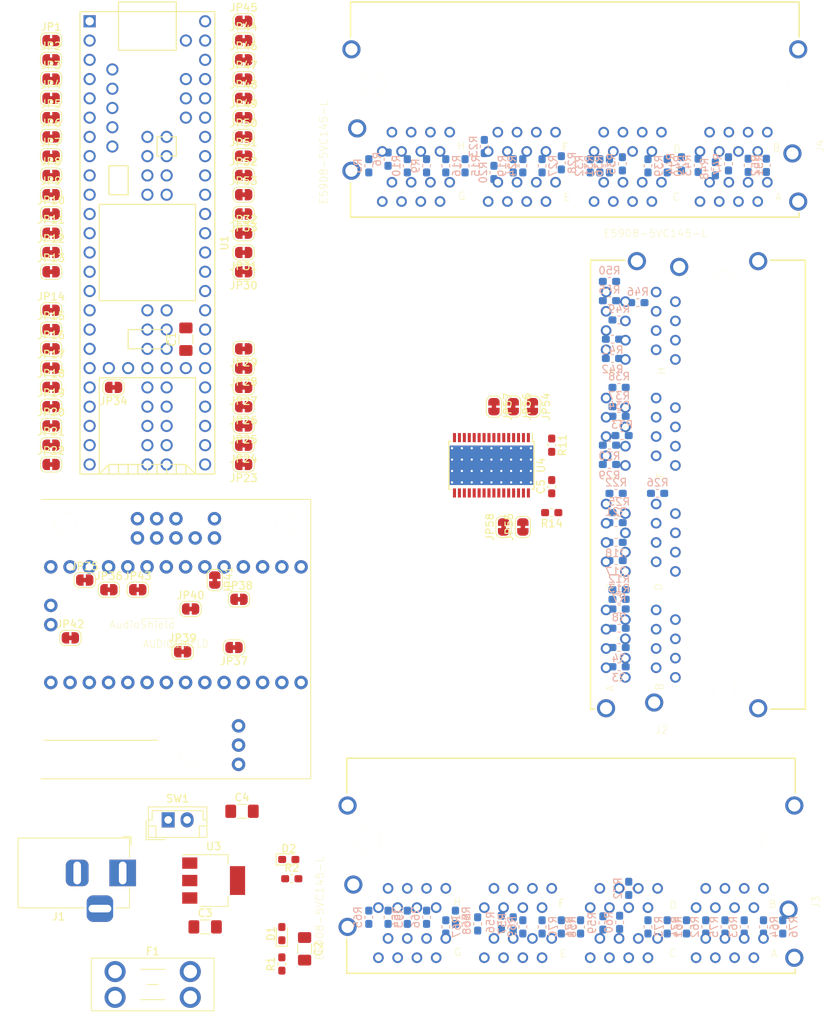
<source format=kicad_pcb>
(kicad_pcb (version 20171130) (host pcbnew 6.0.0-rc1-unknown-829ba27~65~ubuntu17.10.1)
  (layers (0 F.Cu signal) (31 B.Cu signal) (34 B.Paste user) (35 F.Paste user) (36 B.SilkS user) (37 F.SilkS user) (38 B.Mask user) (39 F.Mask user) (44 Edge.Cuts user))
  (net 0 "")
  (net 1 "Net-(JP15-Pad2)")
  (net 2 "Net-(JP16-Pad2)")
  (net 3 "Net-(JP17-Pad2)")
  (net 4 "Net-(JP18-Pad2)")
  (net 5 "Net-(JP14-Pad2)")
  (net 6 +3V3)
  (net 7 "Net-(JP13-Pad2)")
  (net 8 "Net-(JP19-Pad2)")
  (net 9 "Net-(JP20-Pad2)")
  (net 10 "Net-(JP21-Pad2)")
  (net 11 "Net-(JP22-Pad2)")
  (net 12 "Net-(JP34-Pad2)")
  (net 13 "Net-(JP23-Pad2)")
  (net 14 "Net-(JP24-Pad2)")
  (net 15 "Net-(JP25-Pad2)")
  (net 16 "Net-(JP26-Pad2)")
  (net 17 "Net-(JP27-Pad2)")
  (net 18 "Net-(JP28-Pad2)")
  (net 19 "Net-(JP29-Pad2)")
  (net 20 "Net-(JP12-Pad2)")
  (net 21 "Net-(JP11-Pad2)")
  (net 22 "Net-(JP10-Pad2)")
  (net 23 "Net-(JP9-Pad2)")
  (net 24 "Net-(JP8-Pad2)")
  (net 25 "Net-(JP7-Pad2)")
  (net 26 "Net-(JP6-Pad2)")
  (net 27 "Net-(JP5-Pad2)")
  (net 28 "Net-(JP4-Pad2)")
  (net 29 "Net-(JP3-Pad2)")
  (net 30 "Net-(JP2-Pad2)")
  (net 31 "Net-(JP1-Pad2)")
  (net 32 GND)
  (net 33 "Net-(JP30-Pad2)")
  (net 34 "Net-(JP31-Pad2)")
  (net 35 "Net-(JP32-Pad2)")
  (net 36 "Net-(JP33-Pad2)")
  (net 37 "Net-(JP53-Pad1)")
  (net 38 "Net-(JP52-Pad1)")
  (net 39 "Net-(JP51-Pad1)")
  (net 40 "Net-(JP50-Pad1)")
  (net 41 "Net-(JP49-Pad1)")
  (net 42 "Net-(JP48-Pad1)")
  (net 43 "Net-(JP47-Pad1)")
  (net 44 "Net-(JP46-Pad1)")
  (net 45 "Net-(JP45-Pad1)")
  (net 46 "Net-(JP44-Pad1)")
  (net 47 /SW_0)
  (net 48 /LED_0)
  (net 49 /SW_1)
  (net 50 /LED_1)
  (net 51 /SW_2)
  (net 52 /LED_2)
  (net 53 /SW_3)
  (net 54 /LED_3)
  (net 55 /SW_6)
  (net 56 /LED_6)
  (net 57 /SW_7)
  (net 58 /LED_7)
  (net 59 /SW_4)
  (net 60 /LED_4)
  (net 61 /SW_5)
  (net 62 /LED_5)
  (net 63 "Net-(J2-PadF1)")
  (net 64 /LED_13)
  (net 65 "Net-(J2-PadF5)")
  (net 66 /SW_13)
  (net 67 "Net-(J2-PadE7)")
  (net 68 /LED_12)
  (net 69 "Net-(J2-PadE3)")
  (net 70 /SW_12)
  (net 71 "Net-(J2-PadH1)")
  (net 72 /LED_15)
  (net 73 "Net-(J2-PadH5)")
  (net 74 /SW_15)
  (net 75 "Net-(J2-PadG7)")
  (net 76 /LED_14)
  (net 77 "Net-(J2-PadG3)")
  (net 78 /SW_14)
  (net 79 "Net-(J2-PadD1)")
  (net 80 /LED_11)
  (net 81 "Net-(J2-PadD5)")
  (net 82 /SW_11)
  (net 83 "Net-(J2-PadC7)")
  (net 84 /LED_10)
  (net 85 "Net-(J2-PadC3)")
  (net 86 /SW_10)
  (net 87 "Net-(J2-PadB1)")
  (net 88 /LED_9)
  (net 89 "Net-(J2-PadB5)")
  (net 90 /SW_9)
  (net 91 "Net-(J2-PadA7)")
  (net 92 /LED_8)
  (net 93 "Net-(J2-PadA3)")
  (net 94 /SW_8)
  (net 95 /SW_16)
  (net 96 "Net-(J3-PadA3)")
  (net 97 /LED_16)
  (net 98 "Net-(J3-PadA7)")
  (net 99 /SW_17)
  (net 100 "Net-(J3-PadB5)")
  (net 101 /LED_17)
  (net 102 "Net-(J3-PadB1)")
  (net 103 /SW_18)
  (net 104 "Net-(J3-PadC3)")
  (net 105 /LED_18)
  (net 106 "Net-(J3-PadC7)")
  (net 107 /SW_19)
  (net 108 "Net-(J3-PadD5)")
  (net 109 /LED_19)
  (net 110 "Net-(J3-PadD1)")
  (net 111 /SW_22)
  (net 112 "Net-(J3-PadG3)")
  (net 113 /LED_22)
  (net 114 "Net-(J3-PadG7)")
  (net 115 /SW_23)
  (net 116 "Net-(J3-PadH5)")
  (net 117 /LED_23)
  (net 118 "Net-(J3-PadH1)")
  (net 119 /SW_20)
  (net 120 "Net-(J3-PadE3)")
  (net 121 /LED_20)
  (net 122 "Net-(J3-PadE7)")
  (net 123 /SW_21)
  (net 124 "Net-(J3-PadF5)")
  (net 125 /LED_21)
  (net 126 "Net-(J3-PadF1)")
  (net 127 "Net-(JP37-Pad2)")
  (net 128 "Net-(JP38-Pad2)")
  (net 129 "Net-(JP35-Pad2)")
  (net 130 "Net-(JP36-Pad2)")
  (net 131 "Net-(JP43-Pad1)")
  (net 132 "Net-(JP42-Pad1)")
  (net 133 "Net-(JP41-Pad2)")
  (net 134 "Net-(JP40-Pad2)")
  (net 135 "Net-(JP39-Pad2)")
  (net 136 +12V)
  (net 137 /AUDIO_RX)
  (net 138 /XLAT)
  (net 139 /AUDIO_BCLK)
  (net 140 /AUDIO_MCLK)
  (net 141 /BLANK)
  (net 142 /SIN)
  (net 143 /SCLK)
  (net 144 /AUDIO_SCL)
  (net 145 /AUDIO_SDA)
  (net 146 /AUDIO_TX)
  (net 147 /AUDIO_LRCLK)
  (net 148 /SW_24)
  (net 149 /SW_25)
  (net 150 "Net-(F1-Pad2)")
  (net 151 "Net-(U1-Pad28)")
  (net 152 "Net-(C1-Pad1)")
  (net 153 "Net-(U1-Pad37)")
  (net 154 "Net-(U1-Pad38)")
  (net 155 "Net-(U1-Pad55)")
  (net 156 "Net-(U1-Pad56)")
  (net 157 "Net-(U1-Pad57)")
  (net 158 "Net-(U1-Pad63)")
  (net 159 "Net-(U1-Pad64)")
  (net 160 "Net-(U1-Pad65)")
  (net 161 "Net-(U1-Pad66)")
  (net 162 "Net-(U1-Pad67)")
  (net 163 "Net-(U1-Pad68)")
  (net 164 "Net-(U1-Pad69)")
  (net 165 "Net-(U1-Pad70)")
  (net 166 "Net-(U1-Pad71)")
  (net 167 "Net-(U1-Pad72)")
  (net 168 "Net-(U1-Pad73)")
  (net 169 "Net-(U1-Pad75)")
  (net 170 "Net-(U1-Pad76)")
  (net 171 "Net-(U1-Pad77)")
  (net 172 "Net-(U1-Pad78)")
  (net 173 "Net-(U1-Pad79)")
  (net 174 "Net-(U1-Pad80)")
  (net 175 "Net-(U1-Pad81)")
  (net 176 "Net-(U1-Pad82)")
  (net 177 "Net-(U1-Pad83)")
  (net 178 "Net-(U1-Pad84)")
  (net 179 "Net-(U1-Pad85)")
  (net 180 "Net-(U1-Pad86)")
  (net 181 "Net-(U1-Pad58)")
  (net 182 "Net-(U1-Pad59)")
  (net 183 "Net-(U1-Pad60)")
  (net 184 "Net-(U2-PadGND_MIC)")
  (net 185 "Net-(U2-PadMIC)")
  (net 186 "Net-(U2-PadINL)")
  (net 187 "Net-(U2-PadINR)")
  (net 188 "Net-(U2-PadINGND1)")
  (net 189 "Net-(U2-PadINGND2)")
  (net 190 "Net-(U2-PadOUTR)")
  (net 191 "Net-(U2-PadOUTGND)")
  (net 192 "Net-(U2-PadOUTL)")
  (net 193 "Net-(U2-Pad0)")
  (net 194 "Net-(U2-Pad1)")
  (net 195 "Net-(U2-Pad2)")
  (net 196 "Net-(U2-Pad3)")
  (net 197 "Net-(U2-Pad4)")
  (net 198 "Net-(U2-Pad5)")
  (net 199 "Net-(U2-Pad6)")
  (net 200 "Net-(U2-Pad7)")
  (net 201 "Net-(U2-Pad8)")
  (net 202 "Net-(U2-Pad10)")
  (net 203 "Net-(U2-Pad12)")
  (net 204 "Net-(U2-Pad21)")
  (net 205 "Net-(U2-Pad20)")
  (net 206 "Net-(U2-Pad17)")
  (net 207 "Net-(U2-Pad16)")
  (net 208 "Net-(U2-Pad15)")
  (net 209 "Net-(U2-Pad14)")
  (net 210 "Net-(U2-PadVOL_3.3V)")
  (net 211 "Net-(U2-PadVOL)")
  (net 212 "Net-(U2-PadVOL_GND)")
  (net 213 "Net-(JP54-Pad2)")
  (net 214 "Net-(R14-Pad2)")
  (net 215 "Net-(D2-Pad1)")
  (net 216 "Net-(D1-Pad1)")
  (net 217 "Net-(JP56-Pad2)")
  (net 218 "Net-(JP57-Pad2)")
  (net 219 "Net-(JP58-Pad2)")
  (net 220 "Net-(JP55-Pad2)")
  (net 221 "Net-(JP58-Pad1)")
  (net 222 "Net-(J1-Pad1)")
  (net 223 /SW_28)
  (net 224 /SW_27)
  (net 225 /SW_26)
  (net 226 "Net-(J4-PadA3)")
  (net 227 "Net-(J4-PadA7)")
  (net 228 "Net-(J4-PadB5)")
  (net 229 "Net-(J4-PadB1)")
  (net 230 "Net-(J4-PadC3)")
  (net 231 "Net-(J4-PadC7)")
  (net 232 "Net-(J4-PadD5)")
  (net 233 "Net-(J4-PadD1)")
  (net 234 "Net-(J4-PadG3)")
  (net 235 "Net-(J4-PadG7)")
  (net 236 "Net-(J4-PadH5)")
  (net 237 "Net-(J4-PadH1)")
  (net 238 "Net-(J4-PadE3)")
  (net 239 "Net-(J4-PadE7)")
  (net 240 "Net-(J4-PadF5)")
  (net 241 "Net-(J4-PadF1)")
  (module Jumper:SolderJumper-2_P1.3mm_Bridged_RoundedPad1.0x1.5mm (layer F.Cu) (at 77.47 29.21)
    (fp_text reference JP1 (at 0 -1.8) (layer F.SilkS))
    (fp_text value Jumper_NO_Small)
    (pad 1 smd custom (at -0.65 0) (size 1 0.5) (layers F.Cu F.Mask) (net 47 /SW_0) (options (clearance outline) (anchor rect)) (primitives (gr_circle (center 0 0.25) (end 0.5 0.25) (width 0)) (gr_circle (center 0 -0.25) (end 0.5 -0.25) (width 0)) (gr_poly (pts (xy 0 -0.75) (xy 0.5 -0.75) (xy 0.5 0.75) (xy 0 0.75)) (width 0)) (gr_poly (pts (xy 0.9 -0.3) (xy 0.4 -0.3) (xy 0.4 0.3) (xy 0.9 0.3)) (width 0))))
    (pad 2 smd custom (at 0.65 0) (size 1 0.5) (layers F.Cu F.Mask) (net 31 "Net-(JP1-Pad2)") (options (clearance outline) (anchor rect)) (primitives (gr_circle (center 0 0.25) (end 0.5 0.25) (width 0)) (gr_circle (center 0 -0.25) (end 0.5 -0.25) (width 0)) (gr_poly (pts (xy 0 -0.75) (xy -0.5 -0.75) (xy -0.5 0.75) (xy 0 0.75)) (width 0))))
  )
  (module Jumper:SolderJumper-2_P1.3mm_Bridged_RoundedPad1.0x1.5mm (layer F.Cu) (at 77.47 31.75)
    (fp_text reference JP2 (at 0 -1.8) (layer F.SilkS))
    (fp_text value Jumper_NO_Small)
    (pad 2 smd custom (at 0.65 0) (size 1 0.5) (layers F.Cu F.Mask) (net 30 "Net-(JP2-Pad2)") (options (clearance outline) (anchor rect)) (primitives (gr_circle (center 0 0.25) (end 0.5 0.25) (width 0)) (gr_circle (center 0 -0.25) (end 0.5 -0.25) (width 0)) (gr_poly (pts (xy 0 -0.75) (xy -0.5 -0.75) (xy -0.5 0.75) (xy 0 0.75)) (width 0))))
    (pad 1 smd custom (at -0.65 0) (size 1 0.5) (layers F.Cu F.Mask) (net 49 /SW_1) (options (clearance outline) (anchor rect)) (primitives (gr_circle (center 0 0.25) (end 0.5 0.25) (width 0)) (gr_circle (center 0 -0.25) (end 0.5 -0.25) (width 0)) (gr_poly (pts (xy 0 -0.75) (xy 0.5 -0.75) (xy 0.5 0.75) (xy 0 0.75)) (width 0)) (gr_poly (pts (xy 0.9 -0.3) (xy 0.4 -0.3) (xy 0.4 0.3) (xy 0.9 0.3)) (width 0))))
  )
  (module Jumper:SolderJumper-2_P1.3mm_Bridged_RoundedPad1.0x1.5mm (layer F.Cu) (at 77.47 34.29)
    (fp_text reference JP3 (at 0 -1.8) (layer F.SilkS))
    (fp_text value Jumper_NO_Small)
    (pad 1 smd custom (at -0.65 0) (size 1 0.5) (layers F.Cu F.Mask) (net 51 /SW_2) (options (clearance outline) (anchor rect)) (primitives (gr_circle (center 0 0.25) (end 0.5 0.25) (width 0)) (gr_circle (center 0 -0.25) (end 0.5 -0.25) (width 0)) (gr_poly (pts (xy 0 -0.75) (xy 0.5 -0.75) (xy 0.5 0.75) (xy 0 0.75)) (width 0)) (gr_poly (pts (xy 0.9 -0.3) (xy 0.4 -0.3) (xy 0.4 0.3) (xy 0.9 0.3)) (width 0))))
    (pad 2 smd custom (at 0.65 0) (size 1 0.5) (layers F.Cu F.Mask) (net 29 "Net-(JP3-Pad2)") (options (clearance outline) (anchor rect)) (primitives (gr_circle (center 0 0.25) (end 0.5 0.25) (width 0)) (gr_circle (center 0 -0.25) (end 0.5 -0.25) (width 0)) (gr_poly (pts (xy 0 -0.75) (xy -0.5 -0.75) (xy -0.5 0.75) (xy 0 0.75)) (width 0))))
  )
  (module Jumper:SolderJumper-2_P1.3mm_Bridged_RoundedPad1.0x1.5mm (layer F.Cu) (at 77.47 36.83)
    (fp_text reference JP4 (at 0 -1.8) (layer F.SilkS))
    (fp_text value Jumper_NO_Small)
    (pad 2 smd custom (at 0.65 0) (size 1 0.5) (layers F.Cu F.Mask) (net 28 "Net-(JP4-Pad2)") (options (clearance outline) (anchor rect)) (primitives (gr_circle (center 0 0.25) (end 0.5 0.25) (width 0)) (gr_circle (center 0 -0.25) (end 0.5 -0.25) (width 0)) (gr_poly (pts (xy 0 -0.75) (xy -0.5 -0.75) (xy -0.5 0.75) (xy 0 0.75)) (width 0))))
    (pad 1 smd custom (at -0.65 0) (size 1 0.5) (layers F.Cu F.Mask) (net 138 /XLAT) (options (clearance outline) (anchor rect)) (primitives (gr_circle (center 0 0.25) (end 0.5 0.25) (width 0)) (gr_circle (center 0 -0.25) (end 0.5 -0.25) (width 0)) (gr_poly (pts (xy 0 -0.75) (xy 0.5 -0.75) (xy 0.5 0.75) (xy 0 0.75)) (width 0)) (gr_poly (pts (xy 0.9 -0.3) (xy 0.4 -0.3) (xy 0.4 0.3) (xy 0.9 0.3)) (width 0))))
  )
  (module Jumper:SolderJumper-2_P1.3mm_Bridged_RoundedPad1.0x1.5mm (layer F.Cu) (at 101.6 109.22 180)
    (fp_text reference JP37 (at 0 -1.8 180) (layer F.SilkS))
    (fp_text value Jumper_NO_Small)
    (pad 1 smd custom (at -0.65 0 180) (size 1 0.5) (layers F.Cu F.Mask) (net 139 /AUDIO_BCLK) (options (clearance outline) (anchor rect)) (primitives (gr_circle (center 0 0.25) (end 0.5 0.25) (width 0)) (gr_circle (center 0 -0.25) (end 0.5 -0.25) (width 0)) (gr_poly (pts (xy 0 -0.75) (xy 0.5 -0.75) (xy 0.5 0.75) (xy 0 0.75)) (width 0)) (gr_poly (pts (xy 0.9 -0.3) (xy 0.4 -0.3) (xy 0.4 0.3) (xy 0.9 0.3)) (width 0))))
    (pad 2 smd custom (at 0.65 0 180) (size 1 0.5) (layers F.Cu F.Mask) (net 127 "Net-(JP37-Pad2)") (options (clearance outline) (anchor rect)) (primitives (gr_circle (center 0 0.25) (end 0.5 0.25) (width 0)) (gr_circle (center 0 -0.25) (end 0.5 -0.25) (width 0)) (gr_poly (pts (xy 0 -0.75) (xy -0.5 -0.75) (xy -0.5 0.75) (xy 0 0.75)) (width 0))))
  )
  (module Jumper:SolderJumper-2_P1.3mm_Bridged_RoundedPad1.0x1.5mm (layer F.Cu) (at 77.47 52.07)
    (fp_text reference JP10 (at 0 -1.8) (layer F.SilkS))
    (fp_text value Jumper_NO_Small)
    (pad 2 smd custom (at 0.65 0) (size 1 0.5) (layers F.Cu F.Mask) (net 22 "Net-(JP10-Pad2)") (options (clearance outline) (anchor rect)) (primitives (gr_circle (center 0 0.25) (end 0.5 0.25) (width 0)) (gr_circle (center 0 -0.25) (end 0.5 -0.25) (width 0)) (gr_poly (pts (xy 0 -0.75) (xy -0.5 -0.75) (xy -0.5 0.75) (xy 0 0.75)) (width 0))))
    (pad 1 smd custom (at -0.65 0) (size 1 0.5) (layers F.Cu F.Mask) (net 139 /AUDIO_BCLK) (options (clearance outline) (anchor rect)) (primitives (gr_circle (center 0 0.25) (end 0.5 0.25) (width 0)) (gr_circle (center 0 -0.25) (end 0.5 -0.25) (width 0)) (gr_poly (pts (xy 0 -0.75) (xy 0.5 -0.75) (xy 0.5 0.75) (xy 0 0.75)) (width 0)) (gr_poly (pts (xy 0.9 -0.3) (xy 0.4 -0.3) (xy 0.4 0.3) (xy 0.9 0.3)) (width 0))))
  )
  (module Jumper:SolderJumper-2_P1.3mm_Bridged_RoundedPad1.0x1.5mm (layer F.Cu) (at 77.47 39.37)
    (fp_text reference JP5 (at 0 -1.8) (layer F.SilkS))
    (fp_text value Jumper_NO_Small)
    (pad 1 smd custom (at -0.65 0) (size 1 0.5) (layers F.Cu F.Mask) (net 141 /BLANK) (options (clearance outline) (anchor rect)) (primitives (gr_circle (center 0 0.25) (end 0.5 0.25) (width 0)) (gr_circle (center 0 -0.25) (end 0.5 -0.25) (width 0)) (gr_poly (pts (xy 0 -0.75) (xy 0.5 -0.75) (xy 0.5 0.75) (xy 0 0.75)) (width 0)) (gr_poly (pts (xy 0.9 -0.3) (xy 0.4 -0.3) (xy 0.4 0.3) (xy 0.9 0.3)) (width 0))))
    (pad 2 smd custom (at 0.65 0) (size 1 0.5) (layers F.Cu F.Mask) (net 27 "Net-(JP5-Pad2)") (options (clearance outline) (anchor rect)) (primitives (gr_circle (center 0 0.25) (end 0.5 0.25) (width 0)) (gr_circle (center 0 -0.25) (end 0.5 -0.25) (width 0)) (gr_poly (pts (xy 0 -0.75) (xy -0.5 -0.75) (xy -0.5 0.75) (xy 0 0.75)) (width 0))))
  )
  (module Jumper:SolderJumper-2_P1.3mm_Bridged_RoundedPad1.0x1.5mm (layer F.Cu) (at 94.82 109.78)
    (fp_text reference JP39 (at 0 -1.8) (layer F.SilkS))
    (fp_text value Jumper_NO_Small)
    (pad 2 smd custom (at 0.65 0) (size 1 0.5) (layers F.Cu F.Mask) (net 135 "Net-(JP39-Pad2)") (options (clearance outline) (anchor rect)) (primitives (gr_circle (center 0 0.25) (end 0.5 0.25) (width 0)) (gr_circle (center 0 -0.25) (end 0.5 -0.25) (width 0)) (gr_poly (pts (xy 0 -0.75) (xy -0.5 -0.75) (xy -0.5 0.75) (xy 0 0.75)) (width 0))))
    (pad 1 smd custom (at -0.65 0) (size 1 0.5) (layers F.Cu F.Mask) (net 137 /AUDIO_RX) (options (clearance outline) (anchor rect)) (primitives (gr_circle (center 0 0.25) (end 0.5 0.25) (width 0)) (gr_circle (center 0 -0.25) (end 0.5 -0.25) (width 0)) (gr_poly (pts (xy 0 -0.75) (xy 0.5 -0.75) (xy 0.5 0.75) (xy 0 0.75)) (width 0)) (gr_poly (pts (xy 0.9 -0.3) (xy 0.4 -0.3) (xy 0.4 0.3) (xy 0.9 0.3)) (width 0))))
  )
  (module Jumper:SolderJumper-2_P1.3mm_Bridged_RoundedPad1.0x1.5mm (layer F.Cu) (at 77.47 41.91)
    (fp_text reference JP6 (at 0 -1.8) (layer F.SilkS))
    (fp_text value Jumper_NO_Small)
    (pad 1 smd custom (at -0.65 0) (size 1 0.5) (layers F.Cu F.Mask) (net 53 /SW_3) (options (clearance outline) (anchor rect)) (primitives (gr_circle (center 0 0.25) (end 0.5 0.25) (width 0)) (gr_circle (center 0 -0.25) (end 0.5 -0.25) (width 0)) (gr_poly (pts (xy 0 -0.75) (xy 0.5 -0.75) (xy 0.5 0.75) (xy 0 0.75)) (width 0)) (gr_poly (pts (xy 0.9 -0.3) (xy 0.4 -0.3) (xy 0.4 0.3) (xy 0.9 0.3)) (width 0))))
    (pad 2 smd custom (at 0.65 0) (size 1 0.5) (layers F.Cu F.Mask) (net 26 "Net-(JP6-Pad2)") (options (clearance outline) (anchor rect)) (primitives (gr_circle (center 0 0.25) (end 0.5 0.25) (width 0)) (gr_circle (center 0 -0.25) (end 0.5 -0.25) (width 0)) (gr_poly (pts (xy 0 -0.75) (xy -0.5 -0.75) (xy -0.5 0.75) (xy 0 0.75)) (width 0))))
  )
  (module Jumper:SolderJumper-2_P1.3mm_Bridged_RoundedPad1.0x1.5mm (layer F.Cu) (at 77.47 46.99)
    (fp_text reference JP8 (at 0 -1.8) (layer F.SilkS))
    (fp_text value Jumper_NO_Small)
    (pad 2 smd custom (at 0.65 0) (size 1 0.5) (layers F.Cu F.Mask) (net 24 "Net-(JP8-Pad2)") (options (clearance outline) (anchor rect)) (primitives (gr_circle (center 0 0.25) (end 0.5 0.25) (width 0)) (gr_circle (center 0 -0.25) (end 0.5 -0.25) (width 0)) (gr_poly (pts (xy 0 -0.75) (xy -0.5 -0.75) (xy -0.5 0.75) (xy 0 0.75)) (width 0))))
    (pad 1 smd custom (at -0.65 0) (size 1 0.5) (layers F.Cu F.Mask) (net 143 /SCLK) (options (clearance outline) (anchor rect)) (primitives (gr_circle (center 0 0.25) (end 0.5 0.25) (width 0)) (gr_circle (center 0 -0.25) (end 0.5 -0.25) (width 0)) (gr_poly (pts (xy 0 -0.75) (xy 0.5 -0.75) (xy 0.5 0.75) (xy 0 0.75)) (width 0)) (gr_poly (pts (xy 0.9 -0.3) (xy 0.4 -0.3) (xy 0.4 0.3) (xy 0.9 0.3)) (width 0))))
  )
  (module Jumper:SolderJumper-2_P1.3mm_Bridged_RoundedPad1.0x1.5mm (layer F.Cu) (at 77.47 49.53)
    (fp_text reference JP9 (at 0 -1.8) (layer F.SilkS))
    (fp_text value Jumper_NO_Small)
    (pad 1 smd custom (at -0.65 0) (size 1 0.5) (layers F.Cu F.Mask) (net 59 /SW_4) (options (clearance outline) (anchor rect)) (primitives (gr_circle (center 0 0.25) (end 0.5 0.25) (width 0)) (gr_circle (center 0 -0.25) (end 0.5 -0.25) (width 0)) (gr_poly (pts (xy 0 -0.75) (xy 0.5 -0.75) (xy 0.5 0.75) (xy 0 0.75)) (width 0)) (gr_poly (pts (xy 0.9 -0.3) (xy 0.4 -0.3) (xy 0.4 0.3) (xy 0.9 0.3)) (width 0))))
    (pad 2 smd custom (at 0.65 0) (size 1 0.5) (layers F.Cu F.Mask) (net 23 "Net-(JP9-Pad2)") (options (clearance outline) (anchor rect)) (primitives (gr_circle (center 0 0.25) (end 0.5 0.25) (width 0)) (gr_circle (center 0 -0.25) (end 0.5 -0.25) (width 0)) (gr_poly (pts (xy 0 -0.75) (xy -0.5 -0.75) (xy -0.5 0.75) (xy 0 0.75)) (width 0))))
  )
  (module Jumper:SolderJumper-2_P1.3mm_Bridged_RoundedPad1.0x1.5mm (layer F.Cu) (at 77.47 54.61)
    (fp_text reference JP11 (at 0 -1.8) (layer F.SilkS))
    (fp_text value Jumper_NO_Small)
    (pad 1 smd custom (at -0.65 0) (size 1 0.5) (layers F.Cu F.Mask) (net 61 /SW_5) (options (clearance outline) (anchor rect)) (primitives (gr_circle (center 0 0.25) (end 0.5 0.25) (width 0)) (gr_circle (center 0 -0.25) (end 0.5 -0.25) (width 0)) (gr_poly (pts (xy 0 -0.75) (xy 0.5 -0.75) (xy 0.5 0.75) (xy 0 0.75)) (width 0)) (gr_poly (pts (xy 0.9 -0.3) (xy 0.4 -0.3) (xy 0.4 0.3) (xy 0.9 0.3)) (width 0))))
    (pad 2 smd custom (at 0.65 0) (size 1 0.5) (layers F.Cu F.Mask) (net 21 "Net-(JP11-Pad2)") (options (clearance outline) (anchor rect)) (primitives (gr_circle (center 0 0.25) (end 0.5 0.25) (width 0)) (gr_circle (center 0 -0.25) (end 0.5 -0.25) (width 0)) (gr_poly (pts (xy 0 -0.75) (xy -0.5 -0.75) (xy -0.5 0.75) (xy 0 0.75)) (width 0))))
  )
  (module Jumper:SolderJumper-2_P1.3mm_Bridged_RoundedPad1.0x1.5mm (layer F.Cu) (at 77.47 57.15)
    (fp_text reference JP12 (at 0 -1.8) (layer F.SilkS))
    (fp_text value Jumper_NO_Small)
    (pad 2 smd custom (at 0.65 0) (size 1 0.5) (layers F.Cu F.Mask) (net 20 "Net-(JP12-Pad2)") (options (clearance outline) (anchor rect)) (primitives (gr_circle (center 0 0.25) (end 0.5 0.25) (width 0)) (gr_circle (center 0 -0.25) (end 0.5 -0.25) (width 0)) (gr_poly (pts (xy 0 -0.75) (xy -0.5 -0.75) (xy -0.5 0.75) (xy 0 0.75)) (width 0))))
    (pad 1 smd custom (at -0.65 0) (size 1 0.5) (layers F.Cu F.Mask) (net 140 /AUDIO_MCLK) (options (clearance outline) (anchor rect)) (primitives (gr_circle (center 0 0.25) (end 0.5 0.25) (width 0)) (gr_circle (center 0 -0.25) (end 0.5 -0.25) (width 0)) (gr_poly (pts (xy 0 -0.75) (xy 0.5 -0.75) (xy 0.5 0.75) (xy 0 0.75)) (width 0)) (gr_poly (pts (xy 0.9 -0.3) (xy 0.4 -0.3) (xy 0.4 0.3) (xy 0.9 0.3)) (width 0))))
  )
  (module Jumper:SolderJumper-2_P1.3mm_Bridged_RoundedPad1.0x1.5mm (layer F.Cu) (at 77.47 64.77)
    (fp_text reference JP14 (at 0 -1.8) (layer F.SilkS))
    (fp_text value Jumper_NO_Small)
    (pad 2 smd custom (at 0.65 0) (size 1 0.5) (layers F.Cu F.Mask) (net 5 "Net-(JP14-Pad2)") (options (clearance outline) (anchor rect)) (primitives (gr_circle (center 0 0.25) (end 0.5 0.25) (width 0)) (gr_circle (center 0 -0.25) (end 0.5 -0.25) (width 0)) (gr_poly (pts (xy 0 -0.75) (xy -0.5 -0.75) (xy -0.5 0.75) (xy 0 0.75)) (width 0))))
    (pad 1 smd custom (at -0.65 0) (size 1 0.5) (layers F.Cu F.Mask) (net 57 /SW_7) (options (clearance outline) (anchor rect)) (primitives (gr_circle (center 0 0.25) (end 0.5 0.25) (width 0)) (gr_circle (center 0 -0.25) (end 0.5 -0.25) (width 0)) (gr_poly (pts (xy 0 -0.75) (xy 0.5 -0.75) (xy 0.5 0.75) (xy 0 0.75)) (width 0)) (gr_poly (pts (xy 0.9 -0.3) (xy 0.4 -0.3) (xy 0.4 0.3) (xy 0.9 0.3)) (width 0))))
  )
  (module Jumper:SolderJumper-2_P1.3mm_Bridged_RoundedPad1.0x1.5mm (layer F.Cu) (at 77.47 67.31)
    (fp_text reference JP15 (at 0 -1.8) (layer F.SilkS))
    (fp_text value Jumper_NO_Small)
    (pad 1 smd custom (at -0.65 0) (size 1 0.5) (layers F.Cu F.Mask) (net 94 /SW_8) (options (clearance outline) (anchor rect)) (primitives (gr_circle (center 0 0.25) (end 0.5 0.25) (width 0)) (gr_circle (center 0 -0.25) (end 0.5 -0.25) (width 0)) (gr_poly (pts (xy 0 -0.75) (xy 0.5 -0.75) (xy 0.5 0.75) (xy 0 0.75)) (width 0)) (gr_poly (pts (xy 0.9 -0.3) (xy 0.4 -0.3) (xy 0.4 0.3) (xy 0.9 0.3)) (width 0))))
    (pad 2 smd custom (at 0.65 0) (size 1 0.5) (layers F.Cu F.Mask) (net 1 "Net-(JP15-Pad2)") (options (clearance outline) (anchor rect)) (primitives (gr_circle (center 0 0.25) (end 0.5 0.25) (width 0)) (gr_circle (center 0 -0.25) (end 0.5 -0.25) (width 0)) (gr_poly (pts (xy 0 -0.75) (xy -0.5 -0.75) (xy -0.5 0.75) (xy 0 0.75)) (width 0))))
  )
  (module Jumper:SolderJumper-2_P1.3mm_Bridged_RoundedPad1.0x1.5mm (layer F.Cu) (at 102.87 59.69 180)
    (fp_text reference JP30 (at 0 -1.8 180) (layer F.SilkS))
    (fp_text value Jumper_NO_Small)
    (pad 1 smd custom (at -0.65 0 180) (size 1 0.5) (layers F.Cu F.Mask) (net 137 /AUDIO_RX) (options (clearance outline) (anchor rect)) (primitives (gr_circle (center 0 0.25) (end 0.5 0.25) (width 0)) (gr_circle (center 0 -0.25) (end 0.5 -0.25) (width 0)) (gr_poly (pts (xy 0 -0.75) (xy 0.5 -0.75) (xy 0.5 0.75) (xy 0 0.75)) (width 0)) (gr_poly (pts (xy 0.9 -0.3) (xy 0.4 -0.3) (xy 0.4 0.3) (xy 0.9 0.3)) (width 0))))
    (pad 2 smd custom (at 0.65 0 180) (size 1 0.5) (layers F.Cu F.Mask) (net 33 "Net-(JP30-Pad2)") (options (clearance outline) (anchor rect)) (primitives (gr_circle (center 0 0.25) (end 0.5 0.25) (width 0)) (gr_circle (center 0 -0.25) (end 0.5 -0.25) (width 0)) (gr_poly (pts (xy 0 -0.75) (xy -0.5 -0.75) (xy -0.5 0.75) (xy 0 0.75)) (width 0))))
  )
  (module Jumper:SolderJumper-2_P1.3mm_Bridged_RoundedPad1.0x1.5mm (layer F.Cu) (at 77.47 82.55)
    (fp_text reference JP21 (at 0 -1.8) (layer F.SilkS))
    (fp_text value Jumper_NO_Small)
    (pad 2 smd custom (at 0.65 0) (size 1 0.5) (layers F.Cu F.Mask) (net 10 "Net-(JP21-Pad2)") (options (clearance outline) (anchor rect)) (primitives (gr_circle (center 0 0.25) (end 0.5 0.25) (width 0)) (gr_circle (center 0 -0.25) (end 0.5 -0.25) (width 0)) (gr_poly (pts (xy 0 -0.75) (xy -0.5 -0.75) (xy -0.5 0.75) (xy 0 0.75)) (width 0))))
    (pad 1 smd custom (at -0.65 0) (size 1 0.5) (layers F.Cu F.Mask) (net 78 /SW_14) (options (clearance outline) (anchor rect)) (primitives (gr_circle (center 0 0.25) (end 0.5 0.25) (width 0)) (gr_circle (center 0 -0.25) (end 0.5 -0.25) (width 0)) (gr_poly (pts (xy 0 -0.75) (xy 0.5 -0.75) (xy 0.5 0.75) (xy 0 0.75)) (width 0)) (gr_poly (pts (xy 0.9 -0.3) (xy 0.4 -0.3) (xy 0.4 0.3) (xy 0.9 0.3)) (width 0))))
  )
  (module Jumper:SolderJumper-2_P1.3mm_Bridged_RoundedPad1.0x1.5mm (layer F.Cu) (at 77.47 85.09)
    (fp_text reference JP22 (at 0 -1.8) (layer F.SilkS))
    (fp_text value Jumper_NO_Small)
    (pad 1 smd custom (at -0.65 0) (size 1 0.5) (layers F.Cu F.Mask) (net 74 /SW_15) (options (clearance outline) (anchor rect)) (primitives (gr_circle (center 0 0.25) (end 0.5 0.25) (width 0)) (gr_circle (center 0 -0.25) (end 0.5 -0.25) (width 0)) (gr_poly (pts (xy 0 -0.75) (xy 0.5 -0.75) (xy 0.5 0.75) (xy 0 0.75)) (width 0)) (gr_poly (pts (xy 0.9 -0.3) (xy 0.4 -0.3) (xy 0.4 0.3) (xy 0.9 0.3)) (width 0))))
    (pad 2 smd custom (at 0.65 0) (size 1 0.5) (layers F.Cu F.Mask) (net 11 "Net-(JP22-Pad2)") (options (clearance outline) (anchor rect)) (primitives (gr_circle (center 0 0.25) (end 0.5 0.25) (width 0)) (gr_circle (center 0 -0.25) (end 0.5 -0.25) (width 0)) (gr_poly (pts (xy 0 -0.75) (xy -0.5 -0.75) (xy -0.5 0.75) (xy 0 0.75)) (width 0))))
  )
  (module Jumper:SolderJumper-2_P1.3mm_Bridged_RoundedPad1.0x1.5mm (layer F.Cu) (at 102.87 85.09 180)
    (fp_text reference JP23 (at 0 -1.8 180) (layer F.SilkS))
    (fp_text value Jumper_NO_Small)
    (pad 2 smd custom (at 0.65 0 180) (size 1 0.5) (layers F.Cu F.Mask) (net 13 "Net-(JP23-Pad2)") (options (clearance outline) (anchor rect)) (primitives (gr_circle (center 0 0.25) (end 0.5 0.25) (width 0)) (gr_circle (center 0 -0.25) (end 0.5 -0.25) (width 0)) (gr_poly (pts (xy 0 -0.75) (xy -0.5 -0.75) (xy -0.5 0.75) (xy 0 0.75)) (width 0))))
    (pad 1 smd custom (at -0.65 0 180) (size 1 0.5) (layers F.Cu F.Mask) (net 99 /SW_17) (options (clearance outline) (anchor rect)) (primitives (gr_circle (center 0 0.25) (end 0.5 0.25) (width 0)) (gr_circle (center 0 -0.25) (end 0.5 -0.25) (width 0)) (gr_poly (pts (xy 0 -0.75) (xy 0.5 -0.75) (xy 0.5 0.75) (xy 0 0.75)) (width 0)) (gr_poly (pts (xy 0.9 -0.3) (xy 0.4 -0.3) (xy 0.4 0.3) (xy 0.9 0.3)) (width 0))))
  )
  (module Jumper:SolderJumper-2_P1.3mm_Bridged_RoundedPad1.0x1.5mm (layer F.Cu) (at 102.87 82.55 180)
    (fp_text reference JP24 (at 0 -1.8 180) (layer F.SilkS))
    (fp_text value Jumper_NO_Small)
    (pad 1 smd custom (at -0.65 0 180) (size 1 0.5) (layers F.Cu F.Mask) (net 103 /SW_18) (options (clearance outline) (anchor rect)) (primitives (gr_circle (center 0 0.25) (end 0.5 0.25) (width 0)) (gr_circle (center 0 -0.25) (end 0.5 -0.25) (width 0)) (gr_poly (pts (xy 0 -0.75) (xy 0.5 -0.75) (xy 0.5 0.75) (xy 0 0.75)) (width 0)) (gr_poly (pts (xy 0.9 -0.3) (xy 0.4 -0.3) (xy 0.4 0.3) (xy 0.9 0.3)) (width 0))))
    (pad 2 smd custom (at 0.65 0 180) (size 1 0.5) (layers F.Cu F.Mask) (net 14 "Net-(JP24-Pad2)") (options (clearance outline) (anchor rect)) (primitives (gr_circle (center 0 0.25) (end 0.5 0.25) (width 0)) (gr_circle (center 0 -0.25) (end 0.5 -0.25) (width 0)) (gr_poly (pts (xy 0 -0.75) (xy -0.5 -0.75) (xy -0.5 0.75) (xy 0 0.75)) (width 0))))
  )
  (module Jumper:SolderJumper-2_P1.3mm_Bridged_RoundedPad1.0x1.5mm (layer F.Cu) (at 102.87 80.01 180)
    (fp_text reference JP25 (at 0 -1.8 180) (layer F.SilkS))
    (fp_text value Jumper_NO_Small)
    (pad 2 smd custom (at 0.65 0 180) (size 1 0.5) (layers F.Cu F.Mask) (net 15 "Net-(JP25-Pad2)") (options (clearance outline) (anchor rect)) (primitives (gr_circle (center 0 0.25) (end 0.5 0.25) (width 0)) (gr_circle (center 0 -0.25) (end 0.5 -0.25) (width 0)) (gr_poly (pts (xy 0 -0.75) (xy -0.5 -0.75) (xy -0.5 0.75) (xy 0 0.75)) (width 0))))
    (pad 1 smd custom (at -0.65 0 180) (size 1 0.5) (layers F.Cu F.Mask) (net 107 /SW_19) (options (clearance outline) (anchor rect)) (primitives (gr_circle (center 0 0.25) (end 0.5 0.25) (width 0)) (gr_circle (center 0 -0.25) (end 0.5 -0.25) (width 0)) (gr_poly (pts (xy 0 -0.75) (xy 0.5 -0.75) (xy 0.5 0.75) (xy 0 0.75)) (width 0)) (gr_poly (pts (xy 0.9 -0.3) (xy 0.4 -0.3) (xy 0.4 0.3) (xy 0.9 0.3)) (width 0))))
  )
  (module Jumper:SolderJumper-2_P1.3mm_Bridged_RoundedPad1.0x1.5mm (layer F.Cu) (at 77.47 59.69)
    (fp_text reference JP13 (at 0 -1.8) (layer F.SilkS))
    (fp_text value Jumper_NO_Small)
    (pad 1 smd custom (at -0.65 0) (size 1 0.5) (layers F.Cu F.Mask) (net 55 /SW_6) (options (clearance outline) (anchor rect)) (primitives (gr_circle (center 0 0.25) (end 0.5 0.25) (width 0)) (gr_circle (center 0 -0.25) (end 0.5 -0.25) (width 0)) (gr_poly (pts (xy 0 -0.75) (xy 0.5 -0.75) (xy 0.5 0.75) (xy 0 0.75)) (width 0)) (gr_poly (pts (xy 0.9 -0.3) (xy 0.4 -0.3) (xy 0.4 0.3) (xy 0.9 0.3)) (width 0))))
    (pad 2 smd custom (at 0.65 0) (size 1 0.5) (layers F.Cu F.Mask) (net 7 "Net-(JP13-Pad2)") (options (clearance outline) (anchor rect)) (primitives (gr_circle (center 0 0.25) (end 0.5 0.25) (width 0)) (gr_circle (center 0 -0.25) (end 0.5 -0.25) (width 0)) (gr_poly (pts (xy 0 -0.75) (xy -0.5 -0.75) (xy -0.5 0.75) (xy 0 0.75)) (width 0))))
  )
  (module Jumper:SolderJumper-2_P1.3mm_Bridged_RoundedPad1.0x1.5mm (layer F.Cu) (at 102.87 74.93 180)
    (fp_text reference JP27 (at 0 -1.8 180) (layer F.SilkS))
    (fp_text value Jumper_NO_Small)
    (pad 2 smd custom (at 0.65 0 180) (size 1 0.5) (layers F.Cu F.Mask) (net 17 "Net-(JP27-Pad2)") (options (clearance outline) (anchor rect)) (primitives (gr_circle (center 0 0.25) (end 0.5 0.25) (width 0)) (gr_circle (center 0 -0.25) (end 0.5 -0.25) (width 0)) (gr_poly (pts (xy 0 -0.75) (xy -0.5 -0.75) (xy -0.5 0.75) (xy 0 0.75)) (width 0))))
    (pad 1 smd custom (at -0.65 0 180) (size 1 0.5) (layers F.Cu F.Mask) (net 123 /SW_21) (options (clearance outline) (anchor rect)) (primitives (gr_circle (center 0 0.25) (end 0.5 0.25) (width 0)) (gr_circle (center 0 -0.25) (end 0.5 -0.25) (width 0)) (gr_poly (pts (xy 0 -0.75) (xy 0.5 -0.75) (xy 0.5 0.75) (xy 0 0.75)) (width 0)) (gr_poly (pts (xy 0.9 -0.3) (xy 0.4 -0.3) (xy 0.4 0.3) (xy 0.9 0.3)) (width 0))))
  )
  (module Jumper:SolderJumper-2_P1.3mm_Bridged_RoundedPad1.0x1.5mm (layer F.Cu) (at 102.87 72.39 180)
    (fp_text reference JP28 (at 0 -1.8 180) (layer F.SilkS))
    (fp_text value Jumper_NO_Small)
    (pad 1 smd custom (at -0.65 0 180) (size 1 0.5) (layers F.Cu F.Mask) (net 123 /SW_21) (options (clearance outline) (anchor rect)) (primitives (gr_circle (center 0 0.25) (end 0.5 0.25) (width 0)) (gr_circle (center 0 -0.25) (end 0.5 -0.25) (width 0)) (gr_poly (pts (xy 0 -0.75) (xy 0.5 -0.75) (xy 0.5 0.75) (xy 0 0.75)) (width 0)) (gr_poly (pts (xy 0.9 -0.3) (xy 0.4 -0.3) (xy 0.4 0.3) (xy 0.9 0.3)) (width 0))))
    (pad 2 smd custom (at 0.65 0 180) (size 1 0.5) (layers F.Cu F.Mask) (net 18 "Net-(JP28-Pad2)") (options (clearance outline) (anchor rect)) (primitives (gr_circle (center 0 0.25) (end 0.5 0.25) (width 0)) (gr_circle (center 0 -0.25) (end 0.5 -0.25) (width 0)) (gr_poly (pts (xy 0 -0.75) (xy -0.5 -0.75) (xy -0.5 0.75) (xy 0 0.75)) (width 0))))
  )
  (module Jumper:SolderJumper-2_P1.3mm_Bridged_RoundedPad1.0x1.5mm (layer F.Cu) (at 102.87 69.85 180)
    (fp_text reference JP29 (at 0 -1.8 180) (layer F.SilkS))
    (fp_text value Jumper_NO_Small)
    (pad 2 smd custom (at 0.65 0 180) (size 1 0.5) (layers F.Cu F.Mask) (net 19 "Net-(JP29-Pad2)") (options (clearance outline) (anchor rect)) (primitives (gr_circle (center 0 0.25) (end 0.5 0.25) (width 0)) (gr_circle (center 0 -0.25) (end 0.5 -0.25) (width 0)) (gr_poly (pts (xy 0 -0.75) (xy -0.5 -0.75) (xy -0.5 0.75) (xy 0 0.75)) (width 0))))
    (pad 1 smd custom (at -0.65 0 180) (size 1 0.5) (layers F.Cu F.Mask) (net 111 /SW_22) (options (clearance outline) (anchor rect)) (primitives (gr_circle (center 0 0.25) (end 0.5 0.25) (width 0)) (gr_circle (center 0 -0.25) (end 0.5 -0.25) (width 0)) (gr_poly (pts (xy 0 -0.75) (xy 0.5 -0.75) (xy 0.5 0.75) (xy 0 0.75)) (width 0)) (gr_poly (pts (xy 0.9 -0.3) (xy 0.4 -0.3) (xy 0.4 0.3) (xy 0.9 0.3)) (width 0))))
  )
  (module Jumper:SolderJumper-2_P1.3mm_Bridged_RoundedPad1.0x1.5mm (layer F.Cu) (at 77.47 80.01)
    (fp_text reference JP20 (at 0 -1.8) (layer F.SilkS))
    (fp_text value Jumper_NO_Small)
    (pad 1 smd custom (at -0.65 0) (size 1 0.5) (layers F.Cu F.Mask) (net 66 /SW_13) (options (clearance outline) (anchor rect)) (primitives (gr_circle (center 0 0.25) (end 0.5 0.25) (width 0)) (gr_circle (center 0 -0.25) (end 0.5 -0.25) (width 0)) (gr_poly (pts (xy 0 -0.75) (xy 0.5 -0.75) (xy 0.5 0.75) (xy 0 0.75)) (width 0)) (gr_poly (pts (xy 0.9 -0.3) (xy 0.4 -0.3) (xy 0.4 0.3) (xy 0.9 0.3)) (width 0))))
    (pad 2 smd custom (at 0.65 0) (size 1 0.5) (layers F.Cu F.Mask) (net 9 "Net-(JP20-Pad2)") (options (clearance outline) (anchor rect)) (primitives (gr_circle (center 0 0.25) (end 0.5 0.25) (width 0)) (gr_circle (center 0 -0.25) (end 0.5 -0.25) (width 0)) (gr_poly (pts (xy 0 -0.75) (xy -0.5 -0.75) (xy -0.5 0.75) (xy 0 0.75)) (width 0))))
  )
  (module Jumper:SolderJumper-2_P1.3mm_Bridged_RoundedPad1.0x1.5mm (layer F.Cu) (at 102.87 57.15 180)
    (fp_text reference JP31 (at 0 -1.8 180) (layer F.SilkS))
    (fp_text value Jumper_NO_Small)
    (pad 2 smd custom (at 0.65 0 180) (size 1 0.5) (layers F.Cu F.Mask) (net 34 "Net-(JP31-Pad2)") (options (clearance outline) (anchor rect)) (primitives (gr_circle (center 0 0.25) (end 0.5 0.25) (width 0)) (gr_circle (center 0 -0.25) (end 0.5 -0.25) (width 0)) (gr_poly (pts (xy 0 -0.75) (xy -0.5 -0.75) (xy -0.5 0.75) (xy 0 0.75)) (width 0))))
    (pad 1 smd custom (at -0.65 0 180) (size 1 0.5) (layers F.Cu F.Mask) (net 115 /SW_23) (options (clearance outline) (anchor rect)) (primitives (gr_circle (center 0 0.25) (end 0.5 0.25) (width 0)) (gr_circle (center 0 -0.25) (end 0.5 -0.25) (width 0)) (gr_poly (pts (xy 0 -0.75) (xy 0.5 -0.75) (xy 0.5 0.75) (xy 0 0.75)) (width 0)) (gr_poly (pts (xy 0.9 -0.3) (xy 0.4 -0.3) (xy 0.4 0.3) (xy 0.9 0.3)) (width 0))))
  )
  (module Jumper:SolderJumper-2_P1.3mm_Bridged_RoundedPad1.0x1.5mm (layer F.Cu) (at 102.87 54.61)
    (fp_text reference JP32 (at 0 -1.8) (layer F.SilkS))
    (fp_text value Jumper_NO_Small)
    (pad 1 smd custom (at -0.65 0) (size 1 0.5) (layers F.Cu F.Mask) (net 148 /SW_24) (options (clearance outline) (anchor rect)) (primitives (gr_circle (center 0 0.25) (end 0.5 0.25) (width 0)) (gr_circle (center 0 -0.25) (end 0.5 -0.25) (width 0)) (gr_poly (pts (xy 0 -0.75) (xy 0.5 -0.75) (xy 0.5 0.75) (xy 0 0.75)) (width 0)) (gr_poly (pts (xy 0.9 -0.3) (xy 0.4 -0.3) (xy 0.4 0.3) (xy 0.9 0.3)) (width 0))))
    (pad 2 smd custom (at 0.65 0) (size 1 0.5) (layers F.Cu F.Mask) (net 35 "Net-(JP32-Pad2)") (options (clearance outline) (anchor rect)) (primitives (gr_circle (center 0 0.25) (end 0.5 0.25) (width 0)) (gr_circle (center 0 -0.25) (end 0.5 -0.25) (width 0)) (gr_poly (pts (xy 0 -0.75) (xy -0.5 -0.75) (xy -0.5 0.75) (xy 0 0.75)) (width 0))))
  )
  (module Jumper:SolderJumper-2_P1.3mm_Bridged_RoundedPad1.0x1.5mm (layer F.Cu) (at 102.87 52.07 180)
    (fp_text reference JP33 (at 0 -1.8 180) (layer F.SilkS))
    (fp_text value Jumper_NO_Small)
    (pad 2 smd custom (at 0.65 0 180) (size 1 0.5) (layers F.Cu F.Mask) (net 36 "Net-(JP33-Pad2)") (options (clearance outline) (anchor rect)) (primitives (gr_circle (center 0 0.25) (end 0.5 0.25) (width 0)) (gr_circle (center 0 -0.25) (end 0.5 -0.25) (width 0)) (gr_poly (pts (xy 0 -0.75) (xy -0.5 -0.75) (xy -0.5 0.75) (xy 0 0.75)) (width 0))))
    (pad 1 smd custom (at -0.65 0 180) (size 1 0.5) (layers F.Cu F.Mask) (net 149 /SW_25) (options (clearance outline) (anchor rect)) (primitives (gr_circle (center 0 0.25) (end 0.5 0.25) (width 0)) (gr_circle (center 0 -0.25) (end 0.5 -0.25) (width 0)) (gr_poly (pts (xy 0 -0.75) (xy 0.5 -0.75) (xy 0.5 0.75) (xy 0 0.75)) (width 0)) (gr_poly (pts (xy 0.9 -0.3) (xy 0.4 -0.3) (xy 0.4 0.3) (xy 0.9 0.3)) (width 0))))
  )
  (module Jumper:SolderJumper-2_P1.3mm_Bridged_RoundedPad1.0x1.5mm (layer F.Cu) (at 85.71 74.93 180)
    (fp_text reference JP34 (at 0 -1.8 180) (layer F.SilkS))
    (fp_text value Jumper_NO_Small)
    (pad 1 smd custom (at -0.65 0 180) (size 1 0.5) (layers F.Cu F.Mask) (net 6 +3V3) (options (clearance outline) (anchor rect)) (primitives (gr_circle (center 0 0.25) (end 0.5 0.25) (width 0)) (gr_circle (center 0 -0.25) (end 0.5 -0.25) (width 0)) (gr_poly (pts (xy 0 -0.75) (xy 0.5 -0.75) (xy 0.5 0.75) (xy 0 0.75)) (width 0)) (gr_poly (pts (xy 0.9 -0.3) (xy 0.4 -0.3) (xy 0.4 0.3) (xy 0.9 0.3)) (width 0))))
    (pad 2 smd custom (at 0.65 0 180) (size 1 0.5) (layers F.Cu F.Mask) (net 12 "Net-(JP34-Pad2)") (options (clearance outline) (anchor rect)) (primitives (gr_circle (center 0 0.25) (end 0.5 0.25) (width 0)) (gr_circle (center 0 -0.25) (end 0.5 -0.25) (width 0)) (gr_poly (pts (xy 0 -0.75) (xy -0.5 -0.75) (xy -0.5 0.75) (xy 0 0.75)) (width 0))))
  )
  (module Jumper:SolderJumper-2_P1.3mm_Bridged_RoundedPad1.0x1.5mm (layer F.Cu) (at 81.9 100.33)
    (fp_text reference JP35 (at 0 -1.8) (layer F.SilkS))
    (fp_text value Jumper_NO_Small)
    (pad 2 smd custom (at 0.65 0) (size 1 0.5) (layers F.Cu F.Mask) (net 129 "Net-(JP35-Pad2)") (options (clearance outline) (anchor rect)) (primitives (gr_circle (center 0 0.25) (end 0.5 0.25) (width 0)) (gr_circle (center 0 -0.25) (end 0.5 -0.25) (width 0)) (gr_poly (pts (xy 0 -0.75) (xy -0.5 -0.75) (xy -0.5 0.75) (xy 0 0.75)) (width 0))))
    (pad 1 smd custom (at -0.65 0) (size 1 0.5) (layers F.Cu F.Mask) (net 6 +3V3) (options (clearance outline) (anchor rect)) (primitives (gr_circle (center 0 0.25) (end 0.5 0.25) (width 0)) (gr_circle (center 0 -0.25) (end 0.5 -0.25) (width 0)) (gr_poly (pts (xy 0 -0.75) (xy 0.5 -0.75) (xy 0.5 0.75) (xy 0 0.75)) (width 0)) (gr_poly (pts (xy 0.9 -0.3) (xy 0.4 -0.3) (xy 0.4 0.3) (xy 0.9 0.3)) (width 0))))
  )
  (module Jumper:SolderJumper-2_P1.3mm_Bridged_RoundedPad1.0x1.5mm (layer F.Cu) (at 85.09 101.6)
    (fp_text reference JP36 (at 0 -1.8) (layer F.SilkS))
    (fp_text value Jumper_NO_Small)
    (pad 1 smd custom (at -0.65 0) (size 1 0.5) (layers F.Cu F.Mask) (net 6 +3V3) (options (clearance outline) (anchor rect)) (primitives (gr_circle (center 0 0.25) (end 0.5 0.25) (width 0)) (gr_circle (center 0 -0.25) (end 0.5 -0.25) (width 0)) (gr_poly (pts (xy 0 -0.75) (xy 0.5 -0.75) (xy 0.5 0.75) (xy 0 0.75)) (width 0)) (gr_poly (pts (xy 0.9 -0.3) (xy 0.4 -0.3) (xy 0.4 0.3) (xy 0.9 0.3)) (width 0))))
    (pad 2 smd custom (at 0.65 0) (size 1 0.5) (layers F.Cu F.Mask) (net 130 "Net-(JP36-Pad2)") (options (clearance outline) (anchor rect)) (primitives (gr_circle (center 0 0.25) (end 0.5 0.25) (width 0)) (gr_circle (center 0 -0.25) (end 0.5 -0.25) (width 0)) (gr_poly (pts (xy 0 -0.75) (xy -0.5 -0.75) (xy -0.5 0.75) (xy 0 0.75)) (width 0))))
  )
  (module Jumper:SolderJumper-2_P1.3mm_Bridged_RoundedPad1.0x1.5mm (layer F.Cu) (at 77.47 72.39)
    (fp_text reference JP17 (at 0 -1.8) (layer F.SilkS))
    (fp_text value Jumper_NO_Small)
    (pad 2 smd custom (at 0.65 0) (size 1 0.5) (layers F.Cu F.Mask) (net 3 "Net-(JP17-Pad2)") (options (clearance outline) (anchor rect)) (primitives (gr_circle (center 0 0.25) (end 0.5 0.25) (width 0)) (gr_circle (center 0 -0.25) (end 0.5 -0.25) (width 0)) (gr_poly (pts (xy 0 -0.75) (xy -0.5 -0.75) (xy -0.5 0.75) (xy 0 0.75)) (width 0))))
    (pad 1 smd custom (at -0.65 0) (size 1 0.5) (layers F.Cu F.Mask) (net 86 /SW_10) (options (clearance outline) (anchor rect)) (primitives (gr_circle (center 0 0.25) (end 0.5 0.25) (width 0)) (gr_circle (center 0 -0.25) (end 0.5 -0.25) (width 0)) (gr_poly (pts (xy 0 -0.75) (xy 0.5 -0.75) (xy 0.5 0.75) (xy 0 0.75)) (width 0)) (gr_poly (pts (xy 0.9 -0.3) (xy 0.4 -0.3) (xy 0.4 0.3) (xy 0.9 0.3)) (width 0))))
  )
  (module Jumper:SolderJumper-2_P1.3mm_Bridged_RoundedPad1.0x1.5mm (layer F.Cu) (at 102.87 29.21)
    (fp_text reference JP44 (at 0 -1.8) (layer F.SilkS))
    (fp_text value Jumper_NO_Small)
    (pad 1 smd custom (at -0.65 0) (size 1 0.5) (layers F.Cu F.Mask) (net 46 "Net-(JP44-Pad1)") (options (clearance outline) (anchor rect)) (primitives (gr_circle (center 0 0.25) (end 0.5 0.25) (width 0)) (gr_circle (center 0 -0.25) (end 0.5 -0.25) (width 0)) (gr_poly (pts (xy 0 -0.75) (xy 0.5 -0.75) (xy 0.5 0.75) (xy 0 0.75)) (width 0)) (gr_poly (pts (xy 0.9 -0.3) (xy 0.4 -0.3) (xy 0.4 0.3) (xy 0.9 0.3)) (width 0))))
    (pad 2 smd custom (at 0.65 0) (size 1 0.5) (layers F.Cu F.Mask) (net 6 +3V3) (options (clearance outline) (anchor rect)) (primitives (gr_circle (center 0 0.25) (end 0.5 0.25) (width 0)) (gr_circle (center 0 -0.25) (end 0.5 -0.25) (width 0)) (gr_poly (pts (xy 0 -0.75) (xy -0.5 -0.75) (xy -0.5 0.75) (xy 0 0.75)) (width 0))))
  )
  (module Jumper:SolderJumper-2_P1.3mm_Bridged_RoundedPad1.0x1.5mm (layer F.Cu) (at 102.87 26.67)
    (fp_text reference JP45 (at 0 -1.8) (layer F.SilkS))
    (fp_text value Jumper_NO_Small)
    (pad 2 smd custom (at 0.65 0) (size 1 0.5) (layers F.Cu F.Mask) (net 6 +3V3) (options (clearance outline) (anchor rect)) (primitives (gr_circle (center 0 0.25) (end 0.5 0.25) (width 0)) (gr_circle (center 0 -0.25) (end 0.5 -0.25) (width 0)) (gr_poly (pts (xy 0 -0.75) (xy -0.5 -0.75) (xy -0.5 0.75) (xy 0 0.75)) (width 0))))
    (pad 1 smd custom (at -0.65 0) (size 1 0.5) (layers F.Cu F.Mask) (net 45 "Net-(JP45-Pad1)") (options (clearance outline) (anchor rect)) (primitives (gr_circle (center 0 0.25) (end 0.5 0.25) (width 0)) (gr_circle (center 0 -0.25) (end 0.5 -0.25) (width 0)) (gr_poly (pts (xy 0 -0.75) (xy 0.5 -0.75) (xy 0.5 0.75) (xy 0 0.75)) (width 0)) (gr_poly (pts (xy 0.9 -0.3) (xy 0.4 -0.3) (xy 0.4 0.3) (xy 0.9 0.3)) (width 0))))
  )
  (module Jumper:SolderJumper-2_P1.3mm_Bridged_RoundedPad1.0x1.5mm (layer F.Cu) (at 102.87 31.75)
    (fp_text reference JP46 (at 0 -1.8) (layer F.SilkS))
    (fp_text value Jumper_NO_Small)
    (pad 1 smd custom (at -0.65 0) (size 1 0.5) (layers F.Cu F.Mask) (net 44 "Net-(JP46-Pad1)") (options (clearance outline) (anchor rect)) (primitives (gr_circle (center 0 0.25) (end 0.5 0.25) (width 0)) (gr_circle (center 0 -0.25) (end 0.5 -0.25) (width 0)) (gr_poly (pts (xy 0 -0.75) (xy 0.5 -0.75) (xy 0.5 0.75) (xy 0 0.75)) (width 0)) (gr_poly (pts (xy 0.9 -0.3) (xy 0.4 -0.3) (xy 0.4 0.3) (xy 0.9 0.3)) (width 0))))
    (pad 2 smd custom (at 0.65 0) (size 1 0.5) (layers F.Cu F.Mask) (net 6 +3V3) (options (clearance outline) (anchor rect)) (primitives (gr_circle (center 0 0.25) (end 0.5 0.25) (width 0)) (gr_circle (center 0 -0.25) (end 0.5 -0.25) (width 0)) (gr_poly (pts (xy 0 -0.75) (xy -0.5 -0.75) (xy -0.5 0.75) (xy 0 0.75)) (width 0))))
  )
  (module Jumper:SolderJumper-2_P1.3mm_Bridged_RoundedPad1.0x1.5mm (layer F.Cu) (at 102.87 34.29)
    (fp_text reference JP47 (at 0 -1.8) (layer F.SilkS))
    (fp_text value Jumper_NO_Small)
    (pad 2 smd custom (at 0.65 0) (size 1 0.5) (layers F.Cu F.Mask) (net 147 /AUDIO_LRCLK) (options (clearance outline) (anchor rect)) (primitives (gr_circle (center 0 0.25) (end 0.5 0.25) (width 0)) (gr_circle (center 0 -0.25) (end 0.5 -0.25) (width 0)) (gr_poly (pts (xy 0 -0.75) (xy -0.5 -0.75) (xy -0.5 0.75) (xy 0 0.75)) (width 0))))
    (pad 1 smd custom (at -0.65 0) (size 1 0.5) (layers F.Cu F.Mask) (net 43 "Net-(JP47-Pad1)") (options (clearance outline) (anchor rect)) (primitives (gr_circle (center 0 0.25) (end 0.5 0.25) (width 0)) (gr_circle (center 0 -0.25) (end 0.5 -0.25) (width 0)) (gr_poly (pts (xy 0 -0.75) (xy 0.5 -0.75) (xy 0.5 0.75) (xy 0 0.75)) (width 0)) (gr_poly (pts (xy 0.9 -0.3) (xy 0.4 -0.3) (xy 0.4 0.3) (xy 0.9 0.3)) (width 0))))
  )
  (module Jumper:SolderJumper-2_P1.3mm_Bridged_RoundedPad1.0x1.5mm (layer F.Cu) (at 102.87 36.83)
    (fp_text reference JP48 (at 0 -1.8) (layer F.SilkS))
    (fp_text value Jumper_NO_Small)
    (pad 1 smd custom (at -0.65 0) (size 1 0.5) (layers F.Cu F.Mask) (net 42 "Net-(JP48-Pad1)") (options (clearance outline) (anchor rect)) (primitives (gr_circle (center 0 0.25) (end 0.5 0.25) (width 0)) (gr_circle (center 0 -0.25) (end 0.5 -0.25) (width 0)) (gr_poly (pts (xy 0 -0.75) (xy 0.5 -0.75) (xy 0.5 0.75) (xy 0 0.75)) (width 0)) (gr_poly (pts (xy 0.9 -0.3) (xy 0.4 -0.3) (xy 0.4 0.3) (xy 0.9 0.3)) (width 0))))
    (pad 2 smd custom (at 0.65 0) (size 1 0.5) (layers F.Cu F.Mask) (net 146 /AUDIO_TX) (options (clearance outline) (anchor rect)) (primitives (gr_circle (center 0 0.25) (end 0.5 0.25) (width 0)) (gr_circle (center 0 -0.25) (end 0.5 -0.25) (width 0)) (gr_poly (pts (xy 0 -0.75) (xy -0.5 -0.75) (xy -0.5 0.75) (xy 0 0.75)) (width 0))))
  )
  (module Jumper:SolderJumper-2_P1.3mm_Bridged_RoundedPad1.0x1.5mm (layer F.Cu) (at 102.87 39.37)
    (fp_text reference JP49 (at 0 -1.8) (layer F.SilkS))
    (fp_text value Jumper_NO_Small)
    (pad 2 smd custom (at 0.65 0) (size 1 0.5) (layers F.Cu F.Mask) (net 223 /SW_28) (options (clearance outline) (anchor rect)) (primitives (gr_circle (center 0 0.25) (end 0.5 0.25) (width 0)) (gr_circle (center 0 -0.25) (end 0.5 -0.25) (width 0)) (gr_poly (pts (xy 0 -0.75) (xy -0.5 -0.75) (xy -0.5 0.75) (xy 0 0.75)) (width 0))))
    (pad 1 smd custom (at -0.65 0) (size 1 0.5) (layers F.Cu F.Mask) (net 41 "Net-(JP49-Pad1)") (options (clearance outline) (anchor rect)) (primitives (gr_circle (center 0 0.25) (end 0.5 0.25) (width 0)) (gr_circle (center 0 -0.25) (end 0.5 -0.25) (width 0)) (gr_poly (pts (xy 0 -0.75) (xy 0.5 -0.75) (xy 0.5 0.75) (xy 0 0.75)) (width 0)) (gr_poly (pts (xy 0.9 -0.3) (xy 0.4 -0.3) (xy 0.4 0.3) (xy 0.9 0.3)) (width 0))))
  )
  (module Jumper:SolderJumper-2_P1.3mm_Bridged_RoundedPad1.0x1.5mm (layer F.Cu) (at 102.87 46.99)
    (fp_text reference JP52 (at 0 -1.8) (layer F.SilkS))
    (fp_text value Jumper_NO_Small)
    (pad 1 smd custom (at -0.65 0) (size 1 0.5) (layers F.Cu F.Mask) (net 38 "Net-(JP52-Pad1)") (options (clearance outline) (anchor rect)) (primitives (gr_circle (center 0 0.25) (end 0.5 0.25) (width 0)) (gr_circle (center 0 -0.25) (end 0.5 -0.25) (width 0)) (gr_poly (pts (xy 0 -0.75) (xy 0.5 -0.75) (xy 0.5 0.75) (xy 0 0.75)) (width 0)) (gr_poly (pts (xy 0.9 -0.3) (xy 0.4 -0.3) (xy 0.4 0.3) (xy 0.9 0.3)) (width 0))))
    (pad 2 smd custom (at 0.65 0) (size 1 0.5) (layers F.Cu F.Mask) (net 145 /AUDIO_SDA) (options (clearance outline) (anchor rect)) (primitives (gr_circle (center 0 0.25) (end 0.5 0.25) (width 0)) (gr_circle (center 0 -0.25) (end 0.5 -0.25) (width 0)) (gr_poly (pts (xy 0 -0.75) (xy -0.5 -0.75) (xy -0.5 0.75) (xy 0 0.75)) (width 0))))
  )
  (module Jumper:SolderJumper-2_P1.3mm_Bridged_RoundedPad1.0x1.5mm (layer F.Cu) (at 102.87 41.91)
    (fp_text reference JP50 (at 0 -1.8) (layer F.SilkS))
    (fp_text value Jumper_NO_Small)
    (pad 2 smd custom (at 0.65 0) (size 1 0.5) (layers F.Cu F.Mask) (net 224 /SW_27) (options (clearance outline) (anchor rect)) (primitives (gr_circle (center 0 0.25) (end 0.5 0.25) (width 0)) (gr_circle (center 0 -0.25) (end 0.5 -0.25) (width 0)) (gr_poly (pts (xy 0 -0.75) (xy -0.5 -0.75) (xy -0.5 0.75) (xy 0 0.75)) (width 0))))
    (pad 1 smd custom (at -0.65 0) (size 1 0.5) (layers F.Cu F.Mask) (net 40 "Net-(JP50-Pad1)") (options (clearance outline) (anchor rect)) (primitives (gr_circle (center 0 0.25) (end 0.5 0.25) (width 0)) (gr_circle (center 0 -0.25) (end 0.5 -0.25) (width 0)) (gr_poly (pts (xy 0 -0.75) (xy 0.5 -0.75) (xy 0.5 0.75) (xy 0 0.75)) (width 0)) (gr_poly (pts (xy 0.9 -0.3) (xy 0.4 -0.3) (xy 0.4 0.3) (xy 0.9 0.3)) (width 0))))
  )
  (module Jumper:SolderJumper-2_P1.3mm_Bridged_RoundedPad1.0x1.5mm (layer F.Cu) (at 102.87 49.53)
    (fp_text reference JP53 (at 0 -1.8) (layer F.SilkS))
    (fp_text value Jumper_NO_Small)
    (pad 1 smd custom (at -0.65 0) (size 1 0.5) (layers F.Cu F.Mask) (net 37 "Net-(JP53-Pad1)") (options (clearance outline) (anchor rect)) (primitives (gr_circle (center 0 0.25) (end 0.5 0.25) (width 0)) (gr_circle (center 0 -0.25) (end 0.5 -0.25) (width 0)) (gr_poly (pts (xy 0 -0.75) (xy 0.5 -0.75) (xy 0.5 0.75) (xy 0 0.75)) (width 0)) (gr_poly (pts (xy 0.9 -0.3) (xy 0.4 -0.3) (xy 0.4 0.3) (xy 0.9 0.3)) (width 0))))
    (pad 2 smd custom (at 0.65 0) (size 1 0.5) (layers F.Cu F.Mask) (net 225 /SW_26) (options (clearance outline) (anchor rect)) (primitives (gr_circle (center 0 0.25) (end 0.5 0.25) (width 0)) (gr_circle (center 0 -0.25) (end 0.5 -0.25) (width 0)) (gr_poly (pts (xy 0 -0.75) (xy -0.5 -0.75) (xy -0.5 0.75) (xy 0 0.75)) (width 0))))
  )
  (module Jumper:SolderJumper-2_P1.3mm_Bridged_RoundedPad1.0x1.5mm (layer F.Cu) (at 77.47 44.45)
    (fp_text reference JP7 (at 0 -1.8) (layer F.SilkS))
    (fp_text value Jumper_NO_Small)
    (pad 2 smd custom (at 0.65 0) (size 1 0.5) (layers F.Cu F.Mask) (net 25 "Net-(JP7-Pad2)") (options (clearance outline) (anchor rect)) (primitives (gr_circle (center 0 0.25) (end 0.5 0.25) (width 0)) (gr_circle (center 0 -0.25) (end 0.5 -0.25) (width 0)) (gr_poly (pts (xy 0 -0.75) (xy -0.5 -0.75) (xy -0.5 0.75) (xy 0 0.75)) (width 0))))
    (pad 1 smd custom (at -0.65 0) (size 1 0.5) (layers F.Cu F.Mask) (net 142 /SIN) (options (clearance outline) (anchor rect)) (primitives (gr_circle (center 0 0.25) (end 0.5 0.25) (width 0)) (gr_circle (center 0 -0.25) (end 0.5 -0.25) (width 0)) (gr_poly (pts (xy 0 -0.75) (xy 0.5 -0.75) (xy 0.5 0.75) (xy 0 0.75)) (width 0)) (gr_poly (pts (xy 0.9 -0.3) (xy 0.4 -0.3) (xy 0.4 0.3) (xy 0.9 0.3)) (width 0))))
  )
  (module Jumper:SolderJumper-2_P1.3mm_Bridged_RoundedPad1.0x1.5mm (layer F.Cu) (at 77.47 69.85)
    (fp_text reference JP16 (at 0 -1.8) (layer F.SilkS))
    (fp_text value Jumper_NO_Small)
    (pad 1 smd custom (at -0.65 0) (size 1 0.5) (layers F.Cu F.Mask) (net 90 /SW_9) (options (clearance outline) (anchor rect)) (primitives (gr_circle (center 0 0.25) (end 0.5 0.25) (width 0)) (gr_circle (center 0 -0.25) (end 0.5 -0.25) (width 0)) (gr_poly (pts (xy 0 -0.75) (xy 0.5 -0.75) (xy 0.5 0.75) (xy 0 0.75)) (width 0)) (gr_poly (pts (xy 0.9 -0.3) (xy 0.4 -0.3) (xy 0.4 0.3) (xy 0.9 0.3)) (width 0))))
    (pad 2 smd custom (at 0.65 0) (size 1 0.5) (layers F.Cu F.Mask) (net 2 "Net-(JP16-Pad2)") (options (clearance outline) (anchor rect)) (primitives (gr_circle (center 0 0.25) (end 0.5 0.25) (width 0)) (gr_circle (center 0 -0.25) (end 0.5 -0.25) (width 0)) (gr_poly (pts (xy 0 -0.75) (xy -0.5 -0.75) (xy -0.5 0.75) (xy 0 0.75)) (width 0))))
  )
  (module Jumper:SolderJumper-2_P1.3mm_Bridged_RoundedPad1.0x1.5mm (layer F.Cu) (at 102.25 102.87)
    (fp_text reference JP38 (at 0 -1.8) (layer F.SilkS))
    (fp_text value Jumper_NO_Small)
    (pad 1 smd custom (at -0.65 0) (size 1 0.5) (layers F.Cu F.Mask) (net 140 /AUDIO_MCLK) (options (clearance outline) (anchor rect)) (primitives (gr_circle (center 0 0.25) (end 0.5 0.25) (width 0)) (gr_circle (center 0 -0.25) (end 0.5 -0.25) (width 0)) (gr_poly (pts (xy 0 -0.75) (xy 0.5 -0.75) (xy 0.5 0.75) (xy 0 0.75)) (width 0)) (gr_poly (pts (xy 0.9 -0.3) (xy 0.4 -0.3) (xy 0.4 0.3) (xy 0.9 0.3)) (width 0))))
    (pad 2 smd custom (at 0.65 0) (size 1 0.5) (layers F.Cu F.Mask) (net 128 "Net-(JP38-Pad2)") (options (clearance outline) (anchor rect)) (primitives (gr_circle (center 0 0.25) (end 0.5 0.25) (width 0)) (gr_circle (center 0 -0.25) (end 0.5 -0.25) (width 0)) (gr_poly (pts (xy 0 -0.75) (xy -0.5 -0.75) (xy -0.5 0.75) (xy 0 0.75)) (width 0))))
  )
  (module Jumper:SolderJumper-2_P1.3mm_Bridged_RoundedPad1.0x1.5mm (layer F.Cu) (at 102.87 44.45)
    (fp_text reference JP51 (at 0 -1.8) (layer F.SilkS))
    (fp_text value Jumper_NO_Small)
    (pad 2 smd custom (at 0.65 0) (size 1 0.5) (layers F.Cu F.Mask) (net 144 /AUDIO_SCL) (options (clearance outline) (anchor rect)) (primitives (gr_circle (center 0 0.25) (end 0.5 0.25) (width 0)) (gr_circle (center 0 -0.25) (end 0.5 -0.25) (width 0)) (gr_poly (pts (xy 0 -0.75) (xy -0.5 -0.75) (xy -0.5 0.75) (xy 0 0.75)) (width 0))))
    (pad 1 smd custom (at -0.65 0) (size 1 0.5) (layers F.Cu F.Mask) (net 39 "Net-(JP51-Pad1)") (options (clearance outline) (anchor rect)) (primitives (gr_circle (center 0 0.25) (end 0.5 0.25) (width 0)) (gr_circle (center 0 -0.25) (end 0.5 -0.25) (width 0)) (gr_poly (pts (xy 0 -0.75) (xy 0.5 -0.75) (xy 0.5 0.75) (xy 0 0.75)) (width 0)) (gr_poly (pts (xy 0.9 -0.3) (xy 0.4 -0.3) (xy 0.4 0.3) (xy 0.9 0.3)) (width 0))))
  )
  (module Jumper:SolderJumper-2_P1.3mm_Bridged_RoundedPad1.0x1.5mm (layer F.Cu) (at 77.47 74.93)
    (fp_text reference JP18 (at 0 -1.8) (layer F.SilkS))
    (fp_text value Jumper_NO_Small)
    (pad 1 smd custom (at -0.65 0) (size 1 0.5) (layers F.Cu F.Mask) (net 82 /SW_11) (options (clearance outline) (anchor rect)) (primitives (gr_circle (center 0 0.25) (end 0.5 0.25) (width 0)) (gr_circle (center 0 -0.25) (end 0.5 -0.25) (width 0)) (gr_poly (pts (xy 0 -0.75) (xy 0.5 -0.75) (xy 0.5 0.75) (xy 0 0.75)) (width 0)) (gr_poly (pts (xy 0.9 -0.3) (xy 0.4 -0.3) (xy 0.4 0.3) (xy 0.9 0.3)) (width 0))))
    (pad 2 smd custom (at 0.65 0) (size 1 0.5) (layers F.Cu F.Mask) (net 4 "Net-(JP18-Pad2)") (options (clearance outline) (anchor rect)) (primitives (gr_circle (center 0 0.25) (end 0.5 0.25) (width 0)) (gr_circle (center 0 -0.25) (end 0.5 -0.25) (width 0)) (gr_poly (pts (xy 0 -0.75) (xy -0.5 -0.75) (xy -0.5 0.75) (xy 0 0.75)) (width 0))))
  )
  (module Jumper:SolderJumper-2_P1.3mm_Bridged_RoundedPad1.0x1.5mm (layer F.Cu) (at 77.47 77.47)
    (fp_text reference JP19 (at 0 -1.8) (layer F.SilkS))
    (fp_text value Jumper_NO_Small)
    (pad 2 smd custom (at 0.65 0) (size 1 0.5) (layers F.Cu F.Mask) (net 8 "Net-(JP19-Pad2)") (options (clearance outline) (anchor rect)) (primitives (gr_circle (center 0 0.25) (end 0.5 0.25) (width 0)) (gr_circle (center 0 -0.25) (end 0.5 -0.25) (width 0)) (gr_poly (pts (xy 0 -0.75) (xy -0.5 -0.75) (xy -0.5 0.75) (xy 0 0.75)) (width 0))))
    (pad 1 smd custom (at -0.65 0) (size 1 0.5) (layers F.Cu F.Mask) (net 70 /SW_12) (options (clearance outline) (anchor rect)) (primitives (gr_circle (center 0 0.25) (end 0.5 0.25) (width 0)) (gr_circle (center 0 -0.25) (end 0.5 -0.25) (width 0)) (gr_poly (pts (xy 0 -0.75) (xy 0.5 -0.75) (xy 0.5 0.75) (xy 0 0.75)) (width 0)) (gr_poly (pts (xy 0.9 -0.3) (xy 0.4 -0.3) (xy 0.4 0.3) (xy 0.9 0.3)) (width 0))))
  )
  (module Jumper:SolderJumper-2_P1.3mm_Bridged_RoundedPad1.0x1.5mm (layer F.Cu) (at 102.87 77.47 180)
    (fp_text reference JP26 (at 0 -1.8 180) (layer F.SilkS))
    (fp_text value Jumper_NO_Small)
    (pad 1 smd custom (at -0.65 0 180) (size 1 0.5) (layers F.Cu F.Mask) (net 119 /SW_20) (options (clearance outline) (anchor rect)) (primitives (gr_circle (center 0 0.25) (end 0.5 0.25) (width 0)) (gr_circle (center 0 -0.25) (end 0.5 -0.25) (width 0)) (gr_poly (pts (xy 0 -0.75) (xy 0.5 -0.75) (xy 0.5 0.75) (xy 0 0.75)) (width 0)) (gr_poly (pts (xy 0.9 -0.3) (xy 0.4 -0.3) (xy 0.4 0.3) (xy 0.9 0.3)) (width 0))))
    (pad 2 smd custom (at 0.65 0 180) (size 1 0.5) (layers F.Cu F.Mask) (net 16 "Net-(JP26-Pad2)") (options (clearance outline) (anchor rect)) (primitives (gr_circle (center 0 0.25) (end 0.5 0.25) (width 0)) (gr_circle (center 0 -0.25) (end 0.5 -0.25) (width 0)) (gr_poly (pts (xy 0 -0.75) (xy -0.5 -0.75) (xy -0.5 0.75) (xy 0 0.75)) (width 0))))
  )
  (module Jumper:SolderJumper-2_P1.3mm_Bridged_RoundedPad1.0x1.5mm (layer F.Cu) (at 99.06 100.33 270)
    (fp_text reference JP41 (at 0 -1.8 270) (layer F.SilkS))
    (fp_text value Jumper_NO_Small)
    (pad 1 smd custom (at -0.65 0 270) (size 1 0.5) (layers F.Cu F.Mask) (net 144 /AUDIO_SCL) (options (clearance outline) (anchor rect)) (primitives (gr_circle (center 0 0.25) (end 0.5 0.25) (width 0)) (gr_circle (center 0 -0.25) (end 0.5 -0.25) (width 0)) (gr_poly (pts (xy 0 -0.75) (xy 0.5 -0.75) (xy 0.5 0.75) (xy 0 0.75)) (width 0)) (gr_poly (pts (xy 0.9 -0.3) (xy 0.4 -0.3) (xy 0.4 0.3) (xy 0.9 0.3)) (width 0))))
    (pad 2 smd custom (at 0.65 0 270) (size 1 0.5) (layers F.Cu F.Mask) (net 133 "Net-(JP41-Pad2)") (options (clearance outline) (anchor rect)) (primitives (gr_circle (center 0 0.25) (end 0.5 0.25) (width 0)) (gr_circle (center 0 -0.25) (end 0.5 -0.25) (width 0)) (gr_poly (pts (xy 0 -0.75) (xy -0.5 -0.75) (xy -0.5 0.75) (xy 0 0.75)) (width 0))))
  )
  (module Jumper:SolderJumper-2_P1.3mm_Bridged_RoundedPad1.0x1.5mm (layer F.Cu) (at 95.87 104.14)
    (fp_text reference JP40 (at 0 -1.8) (layer F.SilkS))
    (fp_text value Jumper_NO_Small)
    (pad 1 smd custom (at -0.65 0) (size 1 0.5) (layers F.Cu F.Mask) (net 145 /AUDIO_SDA) (options (clearance outline) (anchor rect)) (primitives (gr_circle (center 0 0.25) (end 0.5 0.25) (width 0)) (gr_circle (center 0 -0.25) (end 0.5 -0.25) (width 0)) (gr_poly (pts (xy 0 -0.75) (xy 0.5 -0.75) (xy 0.5 0.75) (xy 0 0.75)) (width 0)) (gr_poly (pts (xy 0.9 -0.3) (xy 0.4 -0.3) (xy 0.4 0.3) (xy 0.9 0.3)) (width 0))))
    (pad 2 smd custom (at 0.65 0) (size 1 0.5) (layers F.Cu F.Mask) (net 134 "Net-(JP40-Pad2)") (options (clearance outline) (anchor rect)) (primitives (gr_circle (center 0 0.25) (end 0.5 0.25) (width 0)) (gr_circle (center 0 -0.25) (end 0.5 -0.25) (width 0)) (gr_poly (pts (xy 0 -0.75) (xy -0.5 -0.75) (xy -0.5 0.75) (xy 0 0.75)) (width 0))))
  )
  (module Jumper:SolderJumper-2_P1.3mm_Bridged_RoundedPad1.0x1.5mm (layer F.Cu) (at 80.01 107.95)
    (fp_text reference JP42 (at 0 -1.8) (layer F.SilkS))
    (fp_text value Jumper_NO_Small)
    (pad 2 smd custom (at 0.65 0) (size 1 0.5) (layers F.Cu F.Mask) (net 146 /AUDIO_TX) (options (clearance outline) (anchor rect)) (primitives (gr_circle (center 0 0.25) (end 0.5 0.25) (width 0)) (gr_circle (center 0 -0.25) (end 0.5 -0.25) (width 0)) (gr_poly (pts (xy 0 -0.75) (xy -0.5 -0.75) (xy -0.5 0.75) (xy 0 0.75)) (width 0))))
    (pad 1 smd custom (at -0.65 0) (size 1 0.5) (layers F.Cu F.Mask) (net 132 "Net-(JP42-Pad1)") (options (clearance outline) (anchor rect)) (primitives (gr_circle (center 0 0.25) (end 0.5 0.25) (width 0)) (gr_circle (center 0 -0.25) (end 0.5 -0.25) (width 0)) (gr_poly (pts (xy 0 -0.75) (xy 0.5 -0.75) (xy 0.5 0.75) (xy 0 0.75)) (width 0)) (gr_poly (pts (xy 0.9 -0.3) (xy 0.4 -0.3) (xy 0.4 0.3) (xy 0.9 0.3)) (width 0))))
  )
  (module Jumper:SolderJumper-2_P1.3mm_Bridged_RoundedPad1.0x1.5mm (layer F.Cu) (at 88.9 101.6)
    (fp_text reference JP43 (at 0 -1.8) (layer F.SilkS))
    (fp_text value Jumper_NO_Small)
    (pad 1 smd custom (at -0.65 0) (size 1 0.5) (layers F.Cu F.Mask) (net 131 "Net-(JP43-Pad1)") (options (clearance outline) (anchor rect)) (primitives (gr_circle (center 0 0.25) (end 0.5 0.25) (width 0)) (gr_circle (center 0 -0.25) (end 0.5 -0.25) (width 0)) (gr_poly (pts (xy 0 -0.75) (xy 0.5 -0.75) (xy 0.5 0.75) (xy 0 0.75)) (width 0)) (gr_poly (pts (xy 0.9 -0.3) (xy 0.4 -0.3) (xy 0.4 0.3) (xy 0.9 0.3)) (width 0))))
    (pad 2 smd custom (at 0.65 0) (size 1 0.5) (layers F.Cu F.Mask) (net 147 /AUDIO_LRCLK) (options (clearance outline) (anchor rect)) (primitives (gr_circle (center 0 0.25) (end 0.5 0.25) (width 0)) (gr_circle (center 0 -0.25) (end 0.5 -0.25) (width 0)) (gr_poly (pts (xy 0 -0.75) (xy -0.5 -0.75) (xy -0.5 0.75) (xy 0 0.75)) (width 0))))
  )
  (module Capacitor_SMD:C_0603_1608Metric_Pad1.05x0.95mm_HandSolder (layer F.Cu) (at 143.51 88.025 90)
    (fp_text reference C5 (at 0 -1.43 90) (layer F.SilkS))
    (fp_text value 0.1uF)
    (pad 1 smd roundrect (at -0.875 0 90) (size 1.05 0.95) (layers F.Cu F.Paste F.Mask) (net 6 +3V3))
    (pad 2 smd roundrect (at 0.875 0 90) (size 1.05 0.95) (layers F.Cu F.Paste F.Mask) (net 32 GND))
  )
  (module Capacitor_SMD:C_1206_3216Metric_Pad1.42x1.75mm_HandSolder (layer F.Cu) (at 110.91 148.94 270)
    (fp_text reference C2 (at 0 -1.82 270) (layer F.SilkS))
    (fp_text value 22uF)
    (pad 2 smd roundrect (at 1.4875 0 270) (size 1.425 1.75) (layers F.Cu F.Paste F.Mask) (roundrect_rratio 0.175439) (net 32 GND))
    (pad 1 smd roundrect (at -1.4875 0 270) (size 1.425 1.75) (layers F.Cu F.Paste F.Mask) (roundrect_rratio 0.175439) (net 136 +12V))
  )
  (module Capacitor_SMD:C_1206_3216Metric_Pad1.42x1.75mm_HandSolder (layer F.Cu) (at 97.79 146.05)
    (fp_text reference C3 (at 0 -1.82) (layer F.SilkS))
    (fp_text value 22uF)
    (pad 1 smd roundrect (at -1.4875 0) (size 1.425 1.75) (layers F.Cu F.Paste F.Mask) (roundrect_rratio 0.175439) (net 136 +12V))
    (pad 2 smd roundrect (at 1.4875 0) (size 1.425 1.75) (layers F.Cu F.Paste F.Mask) (roundrect_rratio 0.175439) (net 32 GND))
  )
  (module Capacitor_SMD:C_1206_3216Metric_Pad1.42x1.75mm_HandSolder (layer F.Cu) (at 102.6525 130.81)
    (fp_text reference C4 (at 0 -1.82) (layer F.SilkS))
    (fp_text value C_Small)
    (pad 2 smd roundrect (at 1.4875 0) (size 1.425 1.75) (layers F.Cu F.Paste F.Mask) (roundrect_rratio 0.175439) (net 6 +3V3))
    (pad 1 smd roundrect (at -1.4875 0) (size 1.425 1.75) (layers F.Cu F.Paste F.Mask) (roundrect_rratio 0.175439) (net 32 GND))
  )
  (module Capacitor_SMD:C_1206_3216Metric_Pad1.42x1.75mm_HandSolder (layer F.Cu) (at 95.25 68.58 90)
    (fp_text reference C1 (at 0 -1.82 90) (layer F.SilkS))
    (fp_text value 0.1uF)
    (pad 1 smd roundrect (at -1.4875 0 90) (size 1.425 1.75) (layers F.Cu F.Paste F.Mask) (roundrect_rratio 0.175439) (net 152 "Net-(C1-Pad1)"))
    (pad 2 smd roundrect (at 1.4875 0 90) (size 1.425 1.75) (layers F.Cu F.Paste F.Mask) (roundrect_rratio 0.175439) (net 32 GND))
  )
  (module Connector_BarrelJack:BarrelJack_Horizontal (layer F.Cu) (at 86.91 138.94)
    (fp_text reference J1 (at -8.45 5.75) (layer F.SilkS))
    (fp_text value "2.1MM BARREL")
    (pad 1 thru_hole rect (at 0 0) (size 3.5 3.5) (drill oval 1 3) (layers *.Cu *.Mask) (net 222 "Net-(J1-Pad1)"))
    (pad 2 thru_hole roundrect (at -6 0) (size 3 3.5) (drill oval 1 3) (layers *.Cu *.Mask) (net 32 GND))
    (pad 3 thru_hole roundrect (at -3 4.7) (size 3.5 3.5) (drill oval 3 1) (layers *.Cu *.Mask))
  )
  (module Connector_JST:JST_EH_B02B-EH-A_1x02_P2.50mm_Vertical (layer F.Cu) (at 92.91 131.94)
    (fp_text reference SW1 (at 1.25 -2.8) (layer F.SilkS))
    (fp_text value SW_EN)
    (pad 1 thru_hole rect (at 0 0) (size 1.7 2) (drill 1) (layers *.Cu *.Mask) (net 222 "Net-(J1-Pad1)"))
    (pad 2 thru_hole oval (at 2.5 0) (size 1.7 2) (drill 1) (layers *.Cu *.Mask) (net 150 "Net-(F1-Pad2)"))
  )
  (module Fuse:Fuseholder_Blade_Mini_Keystone_3568 (layer F.Cu) (at 85.91 151.94)
    (fp_text reference F1 (at 4.96 -2.67) (layer F.SilkS))
    (fp_text value Fuse_5A)
    (pad 1 thru_hole circle (at 0 0) (size 2.78 2.78) (drill 1.78) (layers *.Cu *.Mask) (net 136 +12V))
    (pad 1 thru_hole circle (at 0 3.4) (size 2.78 2.78) (drill 1.78) (layers *.Cu *.Mask) (net 136 +12V))
    (pad 2 thru_hole circle (at 9.92 0) (size 2.78 2.78) (drill 1.78) (layers *.Cu *.Mask) (net 150 "Net-(F1-Pad2)"))
    (pad 2 thru_hole circle (at 9.92 3.4) (size 2.78 2.78) (drill 1.78) (layers *.Cu *.Mask) (net 150 "Net-(F1-Pad2)"))
  )
  (module Jumper:SolderJumper-2_P1.3mm_Bridged_RoundedPad1.0x1.5mm (layer F.Cu) (at 139.7 93.33 90)
    (fp_text reference JP55 (at 0 -1.8 90) (layer F.SilkS))
    (fp_text value Jumper_NC_Small)
    (pad 1 smd custom (at -0.65 0 90) (size 1 0.5) (layers F.Cu F.Mask) (net 138 /XLAT) (options (clearance outline) (anchor rect)) (primitives (gr_circle (center 0 0.25) (end 0.5 0.25) (width 0)) (gr_circle (center 0 -0.25) (end 0.5 -0.25) (width 0)) (gr_poly (pts (xy 0 -0.75) (xy 0.5 -0.75) (xy 0.5 0.75) (xy 0 0.75)) (width 0)) (gr_poly (pts (xy 0.9 -0.3) (xy 0.4 -0.3) (xy 0.4 0.3) (xy 0.9 0.3)) (width 0))))
    (pad 2 smd custom (at 0.65 0 90) (size 1 0.5) (layers F.Cu F.Mask) (net 220 "Net-(JP55-Pad2)") (options (clearance outline) (anchor rect)) (primitives (gr_circle (center 0 0.25) (end 0.5 0.25) (width 0)) (gr_circle (center 0 -0.25) (end 0.5 -0.25) (width 0)) (gr_poly (pts (xy 0 -0.75) (xy -0.5 -0.75) (xy -0.5 0.75) (xy 0 0.75)) (width 0))))
  )
  (module Jumper:SolderJumper-2_P1.3mm_Bridged_RoundedPad1.0x1.5mm (layer F.Cu) (at 135.89 77.47 270)
    (fp_text reference JP57 (at 0 -1.8 270) (layer F.SilkS))
    (fp_text value Jumper_NC_Small)
    (pad 2 smd custom (at 0.65 0 270) (size 1 0.5) (layers F.Cu F.Mask) (net 218 "Net-(JP57-Pad2)") (options (clearance outline) (anchor rect)) (primitives (gr_circle (center 0 0.25) (end 0.5 0.25) (width 0)) (gr_circle (center 0 -0.25) (end 0.5 -0.25) (width 0)) (gr_poly (pts (xy 0 -0.75) (xy -0.5 -0.75) (xy -0.5 0.75) (xy 0 0.75)) (width 0))))
    (pad 1 smd custom (at -0.65 0 270) (size 1 0.5) (layers F.Cu F.Mask) (net 142 /SIN) (options (clearance outline) (anchor rect)) (primitives (gr_circle (center 0 0.25) (end 0.5 0.25) (width 0)) (gr_circle (center 0 -0.25) (end 0.5 -0.25) (width 0)) (gr_poly (pts (xy 0 -0.75) (xy 0.5 -0.75) (xy 0.5 0.75) (xy 0 0.75)) (width 0)) (gr_poly (pts (xy 0.9 -0.3) (xy 0.4 -0.3) (xy 0.4 0.3) (xy 0.9 0.3)) (width 0))))
  )
  (module Jumper:SolderJumper-2_P1.3mm_Bridged_RoundedPad1.0x1.5mm (layer F.Cu) (at 140.97 77.47 270)
    (fp_text reference JP54 (at 0 -1.8 270) (layer F.SilkS))
    (fp_text value Jumper_NC_Small)
    (pad 1 smd custom (at -0.65 0 270) (size 1 0.5) (layers F.Cu F.Mask) (net 141 /BLANK) (options (clearance outline) (anchor rect)) (primitives (gr_circle (center 0 0.25) (end 0.5 0.25) (width 0)) (gr_circle (center 0 -0.25) (end 0.5 -0.25) (width 0)) (gr_poly (pts (xy 0 -0.75) (xy 0.5 -0.75) (xy 0.5 0.75) (xy 0 0.75)) (width 0)) (gr_poly (pts (xy 0.9 -0.3) (xy 0.4 -0.3) (xy 0.4 0.3) (xy 0.9 0.3)) (width 0))))
    (pad 2 smd custom (at 0.65 0 270) (size 1 0.5) (layers F.Cu F.Mask) (net 213 "Net-(JP54-Pad2)") (options (clearance outline) (anchor rect)) (primitives (gr_circle (center 0 0.25) (end 0.5 0.25) (width 0)) (gr_circle (center 0 -0.25) (end 0.5 -0.25) (width 0)) (gr_poly (pts (xy 0 -0.75) (xy -0.5 -0.75) (xy -0.5 0.75) (xy 0 0.75)) (width 0))))
  )
  (module Jumper:SolderJumper-2_P1.3mm_Bridged_RoundedPad1.0x1.5mm (layer F.Cu) (at 137.16 93.33 90)
    (fp_text reference JP58 (at 0 -1.8 90) (layer F.SilkS))
    (fp_text value Jumper_NC_Small)
    (pad 2 smd custom (at 0.65 0 90) (size 1 0.5) (layers F.Cu F.Mask) (net 219 "Net-(JP58-Pad2)") (options (clearance outline) (anchor rect)) (primitives (gr_circle (center 0 0.25) (end 0.5 0.25) (width 0)) (gr_circle (center 0 -0.25) (end 0.5 -0.25) (width 0)) (gr_poly (pts (xy 0 -0.75) (xy -0.5 -0.75) (xy -0.5 0.75) (xy 0 0.75)) (width 0))))
    (pad 1 smd custom (at -0.65 0 90) (size 1 0.5) (layers F.Cu F.Mask) (net 221 "Net-(JP58-Pad1)") (options (clearance outline) (anchor rect)) (primitives (gr_circle (center 0 0.25) (end 0.5 0.25) (width 0)) (gr_circle (center 0 -0.25) (end 0.5 -0.25) (width 0)) (gr_poly (pts (xy 0 -0.75) (xy 0.5 -0.75) (xy 0.5 0.75) (xy 0 0.75)) (width 0)) (gr_poly (pts (xy 0.9 -0.3) (xy 0.4 -0.3) (xy 0.4 0.3) (xy 0.9 0.3)) (width 0))))
  )
  (module Jumper:SolderJumper-2_P1.3mm_Bridged_RoundedPad1.0x1.5mm (layer F.Cu) (at 138.43 77.47 270)
    (fp_text reference JP56 (at 0 -1.8 270) (layer F.SilkS))
    (fp_text value Jumper_NC_Small)
    (pad 1 smd custom (at -0.65 0 270) (size 1 0.5) (layers F.Cu F.Mask) (net 143 /SCLK) (options (clearance outline) (anchor rect)) (primitives (gr_circle (center 0 0.25) (end 0.5 0.25) (width 0)) (gr_circle (center 0 -0.25) (end 0.5 -0.25) (width 0)) (gr_poly (pts (xy 0 -0.75) (xy 0.5 -0.75) (xy 0.5 0.75) (xy 0 0.75)) (width 0)) (gr_poly (pts (xy 0.9 -0.3) (xy 0.4 -0.3) (xy 0.4 0.3) (xy 0.9 0.3)) (width 0))))
    (pad 2 smd custom (at 0.65 0 270) (size 1 0.5) (layers F.Cu F.Mask) (net 217 "Net-(JP56-Pad2)") (options (clearance outline) (anchor rect)) (primitives (gr_circle (center 0 0.25) (end 0.5 0.25) (width 0)) (gr_circle (center 0 -0.25) (end 0.5 -0.25) (width 0)) (gr_poly (pts (xy 0 -0.75) (xy -0.5 -0.75) (xy -0.5 0.75) (xy 0 0.75)) (width 0))))
  )
  (module LED_SMD:LED_0603_1608Metric_Pad1.05x0.95mm_HandSolder (layer F.Cu) (at 107.91 146.94 90)
    (fp_text reference D1 (at 0 -1.43 90) (layer F.SilkS))
    (fp_text value LED_Small)
    (pad 2 smd roundrect (at 0.875 0 90) (size 1.05 0.95) (layers F.Cu F.Paste F.Mask) (net 136 +12V))
    (pad 1 smd roundrect (at -0.875 0 90) (size 1.05 0.95) (layers F.Cu F.Paste F.Mask) (net 216 "Net-(D1-Pad1)"))
  )
  (module LED_SMD:LED_0603_1608Metric_Pad1.05x0.95mm_HandSolder (layer F.Cu) (at 108.825 137.16)
    (fp_text reference D2 (at 0 -1.43) (layer F.SilkS))
    (fp_text value LED_Small)
    (pad 1 smd roundrect (at -0.875 0) (size 1.05 0.95) (layers F.Cu F.Paste F.Mask) (net 215 "Net-(D2-Pad1)"))
    (pad 2 smd roundrect (at 0.875 0) (size 1.05 0.95) (layers F.Cu F.Paste F.Mask) (net 6 +3V3))
  )
  (module Package_SO:HTSSOP-32-1EP_6.1x11mm_P0.65mm_EP5.2x11mm_Mask4.11x4.36mm_ThermalVias (layer F.Cu) (at 135.56 85.2 270)
    (fp_text reference U4 (at 0 -6.55 270) (layer F.SilkS))
    (fp_text value TLC5947DAP)
    (pad 1 smd rect (at -3.65 -4.875 270) (size 1.2 0.4) (layers F.Cu F.Paste F.Mask) (net 32 GND))
    (pad 2 smd rect (at -3.65 -4.225 270) (size 1.2 0.4) (layers F.Cu F.Paste F.Mask) (net 213 "Net-(JP54-Pad2)"))
    (pad 3 smd rect (at -3.65 -3.575 270) (size 1.2 0.4) (layers F.Cu F.Paste F.Mask) (net 217 "Net-(JP56-Pad2)"))
    (pad 4 smd rect (at -3.65 -2.925 270) (size 1.2 0.4) (layers F.Cu F.Paste F.Mask) (net 218 "Net-(JP57-Pad2)"))
    (pad 5 smd rect (at -3.65 -2.275 270) (size 1.2 0.4) (layers F.Cu F.Paste F.Mask) (net 48 /LED_0))
    (pad 6 smd rect (at -3.65 -1.625 270) (size 1.2 0.4) (layers F.Cu F.Paste F.Mask) (net 50 /LED_1))
    (pad 7 smd rect (at -3.65 -0.975 270) (size 1.2 0.4) (layers F.Cu F.Paste F.Mask) (net 52 /LED_2))
    (pad 8 smd rect (at -3.65 -0.325 270) (size 1.2 0.4) (layers F.Cu F.Paste F.Mask) (net 54 /LED_3))
    (pad 9 smd rect (at -3.65 0.325 270) (size 1.2 0.4) (layers F.Cu F.Paste F.Mask) (net 60 /LED_4))
    (pad 10 smd rect (at -3.65 0.975 270) (size 1.2 0.4) (layers F.Cu F.Paste F.Mask) (net 62 /LED_5))
    (pad 11 smd rect (at -3.65 1.625 270) (size 1.2 0.4) (layers F.Cu F.Paste F.Mask) (net 56 /LED_6))
    (pad 12 smd rect (at -3.65 2.275 270) (size 1.2 0.4) (layers F.Cu F.Paste F.Mask) (net 58 /LED_7))
    (pad 13 smd rect (at -3.65 2.925 270) (size 1.2 0.4) (layers F.Cu F.Paste F.Mask) (net 92 /LED_8))
    (pad 14 smd rect (at -3.65 3.575 270) (size 1.2 0.4) (layers F.Cu F.Paste F.Mask) (net 88 /LED_9))
    (pad 15 smd rect (at -3.65 4.225 270) (size 1.2 0.4) (layers F.Cu F.Paste F.Mask) (net 84 /LED_10))
    (pad 16 smd rect (at -3.65 4.875 270) (size 1.2 0.4) (layers F.Cu F.Paste F.Mask) (net 80 /LED_11))
    (pad 17 smd rect (at 3.65 4.875 270) (size 1.2 0.4) (layers F.Cu F.Paste F.Mask) (net 68 /LED_12))
    (pad 18 smd rect (at 3.65 4.225 270) (size 1.2 0.4) (layers F.Cu F.Paste F.Mask) (net 64 /LED_13))
    (pad 19 smd rect (at 3.65 3.575 270) (size 1.2 0.4) (layers F.Cu F.Paste F.Mask) (net 76 /LED_14))
    (pad 20 smd rect (at 3.65 2.925 270) (size 1.2 0.4) (layers F.Cu F.Paste F.Mask) (net 72 /LED_15))
    (pad 21 smd rect (at 3.65 2.275 270) (size 1.2 0.4) (layers F.Cu F.Paste F.Mask) (net 97 /LED_16))
    (pad 22 smd rect (at 3.65 1.625 270) (size 1.2 0.4) (layers F.Cu F.Paste F.Mask) (net 101 /LED_17))
    (pad 23 smd rect (at 3.65 0.975 270) (size 1.2 0.4) (layers F.Cu F.Paste F.Mask) (net 105 /LED_18))
    (pad 24 smd rect (at 3.65 0.325 270) (size 1.2 0.4) (layers F.Cu F.Paste F.Mask) (net 109 /LED_19))
    (pad 25 smd rect (at 3.65 -0.325 270) (size 1.2 0.4) (layers F.Cu F.Paste F.Mask) (net 121 /LED_20))
    (pad 26 smd rect (at 3.65 -0.975 270) (size 1.2 0.4) (layers F.Cu F.Paste F.Mask) (net 125 /LED_21))
    (pad 27 smd rect (at 3.65 -1.625 270) (size 1.2 0.4) (layers F.Cu F.Paste F.Mask) (net 113 /LED_22))
    (pad 28 smd rect (at 3.65 -2.275 270) (size 1.2 0.4) (layers F.Cu F.Paste F.Mask) (net 117 /LED_23))
    (pad 29 smd rect (at 3.65 -2.925 270) (size 1.2 0.4) (layers F.Cu F.Paste F.Mask) (net 219 "Net-(JP58-Pad2)"))
    (pad 30 smd rect (at 3.65 -3.575 270) (size 1.2 0.4) (layers F.Cu F.Paste F.Mask) (net 220 "Net-(JP55-Pad2)"))
    (pad 31 smd rect (at 3.65 -4.225 270) (size 1.2 0.4) (layers F.Cu F.Paste F.Mask) (net 214 "Net-(R14-Pad2)"))
    (pad 32 smd rect (at 3.65 -4.875 270) (size 1.2 0.4) (layers F.Cu F.Paste F.Mask) (net 6 +3V3))
    (pad 33 smd rect (at 0 0 270) (size 5.2 11) (layers F.Cu) (net 32 GND))
    (pad 33 thru_hole circle (at -2.25 -5.2 270) (size 0.6 0.6) (drill 0.3) (layers *.Cu) (net 32 GND))
    (pad 33 thru_hole circle (at -0.75 -5.2 270) (size 0.6 0.6) (drill 0.3) (layers *.Cu) (net 32 GND))
    (pad 33 thru_hole circle (at 0.75 -5.2 270) (size 0.6 0.6) (drill 0.3) (layers *.Cu) (net 32 GND))
    (pad 33 thru_hole circle (at 2.25 -5.2 270) (size 0.6 0.6) (drill 0.3) (layers *.Cu) (net 32 GND))
    (pad 33 thru_hole circle (at -2.25 -3.9 270) (size 0.6 0.6) (drill 0.3) (layers *.Cu) (net 32 GND))
    (pad 33 thru_hole circle (at -0.75 -3.9 270) (size 0.6 0.6) (drill 0.3) (layers *.Cu) (net 32 GND))
    (pad 33 thru_hole circle (at 0.75 -3.9 270) (size 0.6 0.6) (drill 0.3) (layers *.Cu) (net 32 GND))
    (pad 33 thru_hole circle (at 2.25 -3.9 270) (size 0.6 0.6) (drill 0.3) (layers *.Cu) (net 32 GND))
    (pad 33 thru_hole circle (at 2.25 -2.6 270) (size 0.6 0.6) (drill 0.3) (layers *.Cu) (net 32 GND))
    (pad 33 thru_hole circle (at -2.25 -1.3 270) (size 0.6 0.6) (drill 0.3) (layers *.Cu) (net 32 GND))
    (pad 33 thru_hole circle (at 2.25 -1.3 270) (size 0.6 0.6) (drill 0.3) (layers *.Cu) (net 32 GND))
    (pad 33 thru_hole circle (at -0.75 -1.3 270) (size 0.6 0.6) (drill 0.3) (layers *.Cu) (net 32 GND))
    (pad 33 thru_hole circle (at -2.25 -2.6 270) (size 0.6 0.6) (drill 0.3) (layers *.Cu) (net 32 GND))
    (pad 33 thru_hole circle (at -0.75 -2.6 270) (size 0.6 0.6) (drill 0.3) (layers *.Cu) (net 32 GND))
    (pad 33 thru_hole circle (at 0.75 -2.6 270) (size 0.6 0.6) (drill 0.3) (layers *.Cu) (net 32 GND))
    (pad 33 thru_hole circle (at 0.75 -1.3 270) (size 0.6 0.6) (drill 0.3) (layers *.Cu) (net 32 GND))
    (pad 33 thru_hole circle (at 2.25 0 270) (size 0.6 0.6) (drill 0.3) (layers *.Cu) (net 32 GND))
    (pad 33 thru_hole circle (at -2.25 1.3 270) (size 0.6 0.6) (drill 0.3) (layers *.Cu) (net 32 GND))
    (pad 33 thru_hole circle (at 2.25 1.3 270) (size 0.6 0.6) (drill 0.3) (layers *.Cu) (net 32 GND))
    (pad 33 thru_hole circle (at -0.75 1.3 270) (size 0.6 0.6) (drill 0.3) (layers *.Cu) (net 32 GND))
    (pad 33 thru_hole circle (at -2.25 0 270) (size 0.6 0.6) (drill 0.3) (layers *.Cu) (net 32 GND))
    (pad 33 thru_hole circle (at -0.75 0 270) (size 0.6 0.6) (drill 0.3) (layers *.Cu) (net 32 GND))
    (pad 33 thru_hole circle (at 0.75 0 270) (size 0.6 0.6) (drill 0.3) (layers *.Cu) (net 32 GND))
    (pad 33 thru_hole circle (at 0.75 1.3 270) (size 0.6 0.6) (drill 0.3) (layers *.Cu) (net 32 GND))
    (pad 33 thru_hole circle (at 2.25 2.6 270) (size 0.6 0.6) (drill 0.3) (layers *.Cu) (net 32 GND))
    (pad 33 thru_hole circle (at -2.25 3.9 270) (size 0.6 0.6) (drill 0.3) (layers *.Cu) (net 32 GND))
    (pad 33 thru_hole circle (at 2.25 3.9 270) (size 0.6 0.6) (drill 0.3) (layers *.Cu) (net 32 GND))
    (pad 33 thru_hole circle (at -0.75 3.9 270) (size 0.6 0.6) (drill 0.3) (layers *.Cu) (net 32 GND))
    (pad 33 thru_hole circle (at -2.25 2.6 270) (size 0.6 0.6) (drill 0.3) (layers *.Cu) (net 32 GND))
    (pad 33 thru_hole circle (at -0.75 2.6 270) (size 0.6 0.6) (drill 0.3) (layers *.Cu) (net 32 GND))
    (pad 33 thru_hole circle (at 0.75 2.6 270) (size 0.6 0.6) (drill 0.3) (layers *.Cu) (net 32 GND))
    (pad 33 thru_hole circle (at 0.75 3.9 270) (size 0.6 0.6) (drill 0.3) (layers *.Cu) (net 32 GND))
    (pad 33 thru_hole circle (at -0.75 5.2 270) (size 0.6 0.6) (drill 0.3) (layers *.Cu) (net 32 GND))
    (pad 33 thru_hole circle (at -2.25 5.2 270) (size 0.6 0.6) (drill 0.3) (layers *.Cu) (net 32 GND))
    (pad 33 thru_hole circle (at 2.25 5.2 270) (size 0.6 0.6) (drill 0.3) (layers *.Cu) (net 32 GND))
    (pad 33 thru_hole circle (at 0.75 5.2 270) (size 0.6 0.6) (drill 0.3) (layers *.Cu) (net 32 GND))
    (pad 33 smd rect (at 0 0 270) (size 5.2 11) (layers B.Cu) (net 32 GND))
  )
  (module Package_TO_SOT_SMD:SOT-223-3_TabPin2 (layer F.Cu) (at 98.91 139.94)
    (fp_text reference U3 (at 0 -4.5) (layer F.SilkS))
    (fp_text value LM1117-ADJ)
    (pad 2 smd rect (at 3.15 0) (size 2 3.8) (layers F.Cu F.Paste F.Mask) (net 6 +3V3))
    (pad 2 smd rect (at -3.15 0) (size 2 1.5) (layers F.Cu F.Paste F.Mask) (net 6 +3V3))
    (pad 3 smd rect (at -3.15 2.3) (size 2 1.5) (layers F.Cu F.Paste F.Mask) (net 136 +12V))
    (pad 1 smd rect (at -3.15 -2.3) (size 2 1.5) (layers F.Cu F.Paste F.Mask) (net 32 GND))
  )
  (module Resistor_SMD:R_0603_1608Metric_Pad1.05x0.95mm_HandSolder (layer B.Cu) (at 151.525 71.12)
    (fp_text reference R42 (at 0 1.43) (layer B.SilkS) (effects (justify mirror)))
    (fp_text value R_L)
    (pad 2 smd roundrect (at 0.875 0) (size 1.05 0.95) (layers B.Cu B.Paste B.Mask) (net 136 +12V))
    (pad 1 smd roundrect (at -0.875 0) (size 1.05 0.95) (layers B.Cu B.Paste B.Mask) (net 71 "Net-(J2-PadH1)"))
  )
  (module Resistor_SMD:R_0603_1608Metric_Pad1.05x0.95mm_HandSolder (layer B.Cu) (at 152.47 145.45 270)
    (fp_text reference R60 (at 0 1.43 270) (layer B.SilkS) (effects (justify mirror)))
    (fp_text value 2.7K)
    (pad 1 smd roundrect (at -0.875 0 270) (size 1.05 0.95) (layers B.Cu B.Paste B.Mask) (net 136 +12V))
    (pad 2 smd roundrect (at 0.875 0 270) (size 1.05 0.95) (layers B.Cu B.Paste B.Mask) (net 104 "Net-(J3-PadC3)"))
  )
  (module Resistor_SMD:R_0603_1608Metric_Pad1.05x0.95mm_HandSolder (layer B.Cu) (at 150.27 145.525 270)
    (fp_text reference R59 (at 0 1.43 270) (layer B.SilkS) (effects (justify mirror)))
    (fp_text value 1K)
    (pad 2 smd roundrect (at 0.875 0 270) (size 1.05 0.95) (layers B.Cu B.Paste B.Mask) (net 103 /SW_18))
    (pad 1 smd roundrect (at -0.875 0 270) (size 1.05 0.95) (layers B.Cu B.Paste B.Mask) (net 32 GND))
  )
  (module Resistor_SMD:R_0603_1608Metric_Pad1.05x0.95mm_HandSolder (layer B.Cu) (at 144.78 146.05 90)
    (fp_text reference R58 (at 0 1.43 90) (layer B.SilkS) (effects (justify mirror)))
    (fp_text value 1K)
    (pad 1 smd roundrect (at -0.875 0 90) (size 1.05 0.95) (layers B.Cu B.Paste B.Mask) (net 122 "Net-(J3-PadE7)"))
    (pad 2 smd roundrect (at 0.875 0 90) (size 1.05 0.95) (layers B.Cu B.Paste B.Mask) (net 136 +12V))
  )
  (module Resistor_SMD:R_0603_1608Metric_Pad1.05x0.95mm_HandSolder (layer B.Cu) (at 138.43 145.655 270)
    (fp_text reference R57 (at 0 1.43 270) (layer B.SilkS) (effects (justify mirror)))
    (fp_text value 2.7K)
    (pad 2 smd roundrect (at 0.875 0 270) (size 1.05 0.95) (layers B.Cu B.Paste B.Mask) (net 120 "Net-(J3-PadE3)"))
    (pad 1 smd roundrect (at -0.875 0 270) (size 1.05 0.95) (layers B.Cu B.Paste B.Mask) (net 136 +12V))
  )
  (module Resistor_SMD:R_0603_1608Metric_Pad1.05x0.95mm_HandSolder (layer B.Cu) (at 136.87 145.45 270)
    (fp_text reference R56 (at 0 1.43 270) (layer B.SilkS) (effects (justify mirror)))
    (fp_text value 1K)
    (pad 1 smd roundrect (at -0.875 0 270) (size 1.05 0.95) (layers B.Cu B.Paste B.Mask) (net 32 GND))
    (pad 2 smd roundrect (at 0.875 0 270) (size 1.05 0.95) (layers B.Cu B.Paste B.Mask) (net 119 /SW_20))
  )
  (module Resistor_SMD:R_0603_1608Metric_Pad1.05x0.95mm_HandSolder (layer B.Cu) (at 130.81 144.78 90)
    (fp_text reference R55 (at 0 1.43 90) (layer B.SilkS) (effects (justify mirror)))
    (fp_text value 1K)
    (pad 2 smd roundrect (at 0.875 0 90) (size 1.05 0.95) (layers B.Cu B.Paste B.Mask) (net 136 +12V))
    (pad 1 smd roundrect (at -0.875 0 90) (size 1.05 0.95) (layers B.Cu B.Paste B.Mask) (net 114 "Net-(J3-PadG7)"))
  )
  (module Resistor_SMD:R_0603_1608Metric_Pad1.05x0.95mm_HandSolder (layer B.Cu) (at 124.46 144.78 270)
    (fp_text reference R54 (at 0 1.43 270) (layer B.SilkS) (effects (justify mirror)))
    (fp_text value 2.7K)
    (pad 1 smd roundrect (at -0.875 0 270) (size 1.05 0.95) (layers B.Cu B.Paste B.Mask) (net 136 +12V))
    (pad 2 smd roundrect (at 0.875 0 270) (size 1.05 0.95) (layers B.Cu B.Paste B.Mask) (net 112 "Net-(J3-PadG3)"))
  )
  (module Resistor_SMD:R_0603_1608Metric_Pad1.05x0.95mm_HandSolder (layer B.Cu) (at 121.92 144.78 90)
    (fp_text reference R53 (at 0 1.43 90) (layer B.SilkS) (effects (justify mirror)))
    (fp_text value 1K)
    (pad 2 smd roundrect (at 0.875 0 90) (size 1.05 0.95) (layers B.Cu B.Paste B.Mask) (net 111 /SW_22))
    (pad 1 smd roundrect (at -0.875 0 90) (size 1.05 0.95) (layers B.Cu B.Paste B.Mask) (net 32 GND))
  )
  (module Resistor_SMD:R_0603_1608Metric_Pad1.05x0.95mm_HandSolder (layer B.Cu) (at 152.4 111.76)
    (fp_text reference R3 (at 0 1.43) (layer B.SilkS) (effects (justify mirror)))
    (fp_text value 1K)
    (pad 1 smd roundrect (at -0.875 0) (size 1.05 0.95) (layers B.Cu B.Paste B.Mask) (net 91 "Net-(J2-PadA7)"))
    (pad 2 smd roundrect (at 0.875 0) (size 1.05 0.95) (layers B.Cu B.Paste B.Mask) (net 136 +12V))
  )
  (module Resistor_SMD:R_0603_1608Metric_Pad1.05x0.95mm_HandSolder (layer F.Cu) (at 109.22 139.7)
    (fp_text reference R2 (at 0 -1.43) (layer F.SilkS))
    (fp_text value 10K)
    (pad 2 smd roundrect (at 0.875 0) (size 1.05 0.95) (layers F.Cu F.Paste F.Mask) (net 215 "Net-(D2-Pad1)"))
    (pad 1 smd roundrect (at -0.875 0) (size 1.05 0.95) (layers F.Cu F.Paste F.Mask) (net 32 GND))
  )
  (module Resistor_SMD:R_0603_1608Metric_Pad1.05x0.95mm_HandSolder (layer B.Cu) (at 151.13 60.96 180)
    (fp_text reference R50 (at 0 1.43 180) (layer B.SilkS) (effects (justify mirror)))
    (fp_text value 1K)
    (pad 1 smd roundrect (at -0.875 0 180) (size 1.05 0.95) (layers B.Cu B.Paste B.Mask) (net 32 GND))
    (pad 2 smd roundrect (at 0.875 0 180) (size 1.05 0.95) (layers B.Cu B.Paste B.Mask) (net 74 /SW_15))
  )
  (module Resistor_SMD:R_0603_1608Metric_Pad1.05x0.95mm_HandSolder (layer B.Cu) (at 152.4 66.04 180)
    (fp_text reference R49 (at 0 1.43 180) (layer B.SilkS) (effects (justify mirror)))
    (fp_text value 1K)
    (pad 2 smd roundrect (at 0.875 0 180) (size 1.05 0.95) (layers B.Cu B.Paste B.Mask) (net 78 /SW_14))
    (pad 1 smd roundrect (at -0.875 0 180) (size 1.05 0.95) (layers B.Cu B.Paste B.Mask) (net 32 GND))
  )
  (module Resistor_SMD:R_0603_1608Metric_Pad1.05x0.95mm_HandSolder (layer B.Cu) (at 165.1 46.115 270)
    (fp_text reference R48 (at 0 1.43 270) (layer B.SilkS) (effects (justify mirror)))
    (fp_text value 2.7K)
    (pad 1 smd roundrect (at -0.875 0 270) (size 1.05 0.95) (layers B.Cu B.Paste B.Mask) (net 136 +12V))
    (pad 2 smd roundrect (at 0.875 0 270) (size 1.05 0.95) (layers B.Cu B.Paste B.Mask) (net 226 "Net-(J4-PadA3)"))
  )
  (module Resistor_SMD:R_0603_1608Metric_Pad1.05x0.95mm_HandSolder (layer B.Cu) (at 166.83 45.46 270)
    (fp_text reference R47 (at 0 1.43 270) (layer B.SilkS) (effects (justify mirror)))
    (fp_text value 2.7K)
    (pad 2 smd roundrect (at 0.875 0 270) (size 1.05 0.95) (layers B.Cu B.Paste B.Mask) (net 228 "Net-(J4-PadB5)"))
    (pad 1 smd roundrect (at -0.875 0 270) (size 1.05 0.95) (layers B.Cu B.Paste B.Mask) (net 136 +12V))
  )
  (module Resistor_SMD:R_0603_1608Metric_Pad1.05x0.95mm_HandSolder (layer B.Cu) (at 154.875 63.76 180)
    (fp_text reference R46 (at 0 1.43 180) (layer B.SilkS) (effects (justify mirror)))
    (fp_text value 2.7K)
    (pad 1 smd roundrect (at -0.875 0 180) (size 1.05 0.95) (layers B.Cu B.Paste B.Mask) (net 136 +12V))
    (pad 2 smd roundrect (at 0.875 0 180) (size 1.05 0.95) (layers B.Cu B.Paste B.Mask) (net 73 "Net-(J2-PadH5)"))
  )
  (module Resistor_SMD:R_0603_1608Metric_Pad1.05x0.95mm_HandSolder (layer B.Cu) (at 160.63 45.46 270)
    (fp_text reference R44 (at 0 1.43 270) (layer B.SilkS) (effects (justify mirror)))
    (fp_text value 1K)
    (pad 2 smd roundrect (at 0.875 0 270) (size 1.05 0.95) (layers B.Cu B.Paste B.Mask) (net 47 /SW_0))
    (pad 1 smd roundrect (at -0.875 0 270) (size 1.05 0.95) (layers B.Cu B.Paste B.Mask) (net 32 GND))
  )
  (module Resistor_SMD:R_0603_1608Metric_Pad1.05x0.95mm_HandSolder (layer B.Cu) (at 162.83 45.66 270)
    (fp_text reference R43 (at 0 1.43 270) (layer B.SilkS) (effects (justify mirror)))
    (fp_text value 1K)
    (pad 1 smd roundrect (at -0.875 0 270) (size 1.05 0.95) (layers B.Cu B.Paste B.Mask) (net 32 GND))
    (pad 2 smd roundrect (at 0.875 0 270) (size 1.05 0.95) (layers B.Cu B.Paste B.Mask) (net 49 /SW_1))
  )
  (module Resistor_SMD:R_0603_1608Metric_Pad1.05x0.95mm_HandSolder (layer B.Cu) (at 171.83 45.66 270)
    (fp_text reference R52 (at 0 1.43 270) (layer B.SilkS) (effects (justify mirror)))
    (fp_text value 1K)
    (pad 2 smd roundrect (at 0.875 0 270) (size 1.05 0.95) (layers B.Cu B.Paste B.Mask) (net 136 +12V))
    (pad 1 smd roundrect (at -0.875 0 270) (size 1.05 0.95) (layers B.Cu B.Paste B.Mask) (net 227 "Net-(J4-PadA7)"))
  )
  (module Resistor_SMD:R_0603_1608Metric_Pad1.05x0.95mm_HandSolder (layer B.Cu) (at 169.43 45.66 90)
    (fp_text reference R51 (at 0 1.43 90) (layer B.SilkS) (effects (justify mirror)))
    (fp_text value 1K)
    (pad 1 smd roundrect (at -0.875 0 90) (size 1.05 0.95) (layers B.Cu B.Paste B.Mask) (net 229 "Net-(J4-PadB1)"))
    (pad 2 smd roundrect (at 0.875 0 90) (size 1.05 0.95) (layers B.Cu B.Paste B.Mask) (net 136 +12V))
  )
  (module Resistor_SMD:R_0603_1608Metric_Pad1.05x0.95mm_HandSolder (layer B.Cu) (at 152 92.76 180)
    (fp_text reference R21 (at 0 1.43 180) (layer B.SilkS) (effects (justify mirror)))
    (fp_text value 2.7K)
    (pad 2 smd roundrect (at 0.875 0 180) (size 1.05 0.95) (layers B.Cu B.Paste B.Mask) (net 85 "Net-(J2-PadC3)"))
    (pad 1 smd roundrect (at -0.875 0 180) (size 1.05 0.95) (layers B.Cu B.Paste B.Mask) (net 136 +12V))
  )
  (module Resistor_SMD:R_0603_1608Metric_Pad1.05x0.95mm_HandSolder (layer B.Cu) (at 173.99 146.05 90)
    (fp_text reference R76 (at 0 1.43 90) (layer B.SilkS) (effects (justify mirror)))
    (fp_text value 1K)
    (pad 1 smd roundrect (at -0.875 0 90) (size 1.05 0.95) (layers B.Cu B.Paste B.Mask) (net 102 "Net-(J3-PadB1)"))
    (pad 2 smd roundrect (at 0.875 0 90) (size 1.05 0.95) (layers B.Cu B.Paste B.Mask) (net 136 +12V))
  )
  (module Resistor_SMD:R_0603_1608Metric_Pad1.05x0.95mm_HandSolder (layer B.Cu) (at 166.37 146.05 270)
    (fp_text reference R75 (at 0 1.43 270) (layer B.SilkS) (effects (justify mirror)))
    (fp_text value 2.7K)
    (pad 2 smd roundrect (at 0.875 0 270) (size 1.05 0.95) (layers B.Cu B.Paste B.Mask) (net 100 "Net-(J3-PadB5)"))
    (pad 1 smd roundrect (at -0.875 0 270) (size 1.05 0.95) (layers B.Cu B.Paste B.Mask) (net 136 +12V))
  )
  (module Resistor_SMD:R_0603_1608Metric_Pad1.05x0.95mm_HandSolder (layer B.Cu) (at 161.29 146.05 270)
    (fp_text reference R74 (at 0 1.43 270) (layer B.SilkS) (effects (justify mirror)))
    (fp_text value 1K)
    (pad 1 smd roundrect (at -0.875 0 270) (size 1.05 0.95) (layers B.Cu B.Paste B.Mask) (net 32 GND))
    (pad 2 smd roundrect (at 0.875 0 270) (size 1.05 0.95) (layers B.Cu B.Paste B.Mask) (net 99 /SW_17))
  )
  (module Resistor_SMD:R_0603_1608Metric_Pad1.05x0.95mm_HandSolder (layer B.Cu) (at 156.21 146.05 90)
    (fp_text reference R73 (at 0 1.43 90) (layer B.SilkS) (effects (justify mirror)))
    (fp_text value 1K)
    (pad 2 smd roundrect (at 0.875 0 90) (size 1.05 0.95) (layers B.Cu B.Paste B.Mask) (net 136 +12V))
    (pad 1 smd roundrect (at -0.875 0 90) (size 1.05 0.95) (layers B.Cu B.Paste B.Mask) (net 110 "Net-(J3-PadD1)"))
  )
  (module Resistor_SMD:R_0603_1608Metric_Pad1.05x0.95mm_HandSolder (layer B.Cu) (at 153.67 140.97 270)
    (fp_text reference R72 (at 0 1.43 270) (layer B.SilkS) (effects (justify mirror)))
    (fp_text value 2.7K)
    (pad 1 smd roundrect (at -0.875 0 270) (size 1.05 0.95) (layers B.Cu B.Paste B.Mask) (net 136 +12V))
    (pad 2 smd roundrect (at 0.875 0 270) (size 1.05 0.95) (layers B.Cu B.Paste B.Mask) (net 108 "Net-(J3-PadD5)"))
  )
  (module Resistor_SMD:R_0603_1608Metric_Pad1.05x0.95mm_HandSolder (layer B.Cu) (at 158.75 146.05 90)
    (fp_text reference R61 (at 0 1.43 90) (layer B.SilkS) (effects (justify mirror)))
    (fp_text value 1K)
    (pad 2 smd roundrect (at 0.875 0 90) (size 1.05 0.95) (layers B.Cu B.Paste B.Mask) (net 136 +12V))
    (pad 1 smd roundrect (at -0.875 0 90) (size 1.05 0.95) (layers B.Cu B.Paste B.Mask) (net 106 "Net-(J3-PadC7)"))
  )
  (module Resistor_SMD:R_0603_1608Metric_Pad1.05x0.95mm_HandSolder (layer F.Cu) (at 107.91 150.94 90)
    (fp_text reference R1 (at 0 -1.43 90) (layer F.SilkS))
    (fp_text value 10K)
    (pad 1 smd roundrect (at -0.875 0 90) (size 1.05 0.95) (layers F.Cu F.Paste F.Mask) (net 32 GND))
    (pad 2 smd roundrect (at 0.875 0 90) (size 1.05 0.95) (layers F.Cu F.Paste F.Mask) (net 216 "Net-(D1-Pad1)"))
  )
  (module Resistor_SMD:R_0603_1608Metric_Pad1.05x0.95mm_HandSolder (layer B.Cu) (at 139.7 146.05 270)
    (fp_text reference R69 (at 0 1.43 270) (layer B.SilkS) (effects (justify mirror)))
    (fp_text value 2.7K)
    (pad 2 smd roundrect (at 0.875 0 270) (size 1.05 0.95) (layers B.Cu B.Paste B.Mask) (net 124 "Net-(J3-PadF5)"))
    (pad 1 smd roundrect (at -0.875 0 270) (size 1.05 0.95) (layers B.Cu B.Paste B.Mask) (net 136 +12V))
  )
  (module Resistor_SMD:R_0603_1608Metric_Pad1.05x0.95mm_HandSolder (layer B.Cu) (at 133.745 145.655 270)
    (fp_text reference R68 (at 0 1.43 270) (layer B.SilkS) (effects (justify mirror)))
    (fp_text value 1K)
    (pad 1 smd roundrect (at -0.875 0 270) (size 1.05 0.95) (layers B.Cu B.Paste B.Mask) (net 32 GND))
    (pad 2 smd roundrect (at 0.875 0 270) (size 1.05 0.95) (layers B.Cu B.Paste B.Mask) (net 123 /SW_21))
  )
  (module Resistor_SMD:R_0603_1608Metric_Pad1.05x0.95mm_HandSolder (layer B.Cu) (at 129.54 146.05 90)
    (fp_text reference R67 (at 0 1.43 90) (layer B.SilkS) (effects (justify mirror)))
    (fp_text value R_L)
    (pad 2 smd roundrect (at 0.875 0 90) (size 1.05 0.95) (layers B.Cu B.Paste B.Mask) (net 136 +12V))
    (pad 1 smd roundrect (at -0.875 0 90) (size 1.05 0.95) (layers B.Cu B.Paste B.Mask) (net 118 "Net-(J3-PadH1)"))
  )
  (module Resistor_SMD:R_0603_1608Metric_Pad1.05x0.95mm_HandSolder (layer B.Cu) (at 127 144.78 270)
    (fp_text reference R66 (at 0 1.43 270) (layer B.SilkS) (effects (justify mirror)))
    (fp_text value 2.7K)
    (pad 1 smd roundrect (at -0.875 0 270) (size 1.05 0.95) (layers B.Cu B.Paste B.Mask) (net 136 +12V))
    (pad 2 smd roundrect (at 0.875 0 270) (size 1.05 0.95) (layers B.Cu B.Paste B.Mask) (net 116 "Net-(J3-PadH5)"))
  )
  (module Resistor_SMD:R_0603_1608Metric_Pad1.05x0.95mm_HandSolder (layer B.Cu) (at 119.38 144.78 270)
    (fp_text reference R65 (at 0 1.43 270) (layer B.SilkS) (effects (justify mirror)))
    (fp_text value 1K)
    (pad 2 smd roundrect (at 0.875 0 270) (size 1.05 0.95) (layers B.Cu B.Paste B.Mask) (net 115 /SW_23))
    (pad 1 smd roundrect (at -0.875 0 270) (size 1.05 0.95) (layers B.Cu B.Paste B.Mask) (net 32 GND))
  )
  (module Resistor_SMD:R_0603_1608Metric_Pad1.05x0.95mm_HandSolder (layer B.Cu) (at 171.45 146.05 90)
    (fp_text reference R64 (at 0 1.43 90) (layer B.SilkS) (effects (justify mirror)))
    (fp_text value 1K)
    (pad 1 smd roundrect (at -0.875 0 90) (size 1.05 0.95) (layers B.Cu B.Paste B.Mask) (net 98 "Net-(J3-PadA7)"))
    (pad 2 smd roundrect (at 0.875 0 90) (size 1.05 0.95) (layers B.Cu B.Paste B.Mask) (net 136 +12V))
  )
  (module Resistor_SMD:R_0603_1608Metric_Pad1.05x0.95mm_HandSolder (layer B.Cu) (at 168.91 146.05 270)
    (fp_text reference R63 (at 0 1.43 270) (layer B.SilkS) (effects (justify mirror)))
    (fp_text value 2.7K)
    (pad 2 smd roundrect (at 0.875 0 270) (size 1.05 0.95) (layers B.Cu B.Paste B.Mask) (net 96 "Net-(J3-PadA3)"))
    (pad 1 smd roundrect (at -0.875 0 270) (size 1.05 0.95) (layers B.Cu B.Paste B.Mask) (net 136 +12V))
  )
  (module Resistor_SMD:R_0603_1608Metric_Pad1.05x0.95mm_HandSolder (layer B.Cu) (at 163.83 146.05 270)
    (fp_text reference R62 (at 0 1.43 270) (layer B.SilkS) (effects (justify mirror)))
    (fp_text value 1K)
    (pad 1 smd roundrect (at -0.875 0 270) (size 1.05 0.95) (layers B.Cu B.Paste B.Mask) (net 32 GND))
    (pad 2 smd roundrect (at 0.875 0 270) (size 1.05 0.95) (layers B.Cu B.Paste B.Mask) (net 95 /SW_16))
  )
  (module Resistor_SMD:R_0603_1608Metric_Pad1.05x0.95mm_HandSolder (layer B.Cu) (at 147.32 146.05 270)
    (fp_text reference R71 (at 0 1.43 270) (layer B.SilkS) (effects (justify mirror)))
    (fp_text value 1K)
    (pad 2 smd roundrect (at 0.875 0 270) (size 1.05 0.95) (layers B.Cu B.Paste B.Mask) (net 107 /SW_19))
    (pad 1 smd roundrect (at -0.875 0 270) (size 1.05 0.95) (layers B.Cu B.Paste B.Mask) (net 32 GND))
  )
  (module Resistor_SMD:R_0603_1608Metric_Pad1.05x0.95mm_HandSolder (layer B.Cu) (at 142.24 146.05 90)
    (fp_text reference R70 (at 0 1.43 90) (layer B.SilkS) (effects (justify mirror)))
    (fp_text value R_L)
    (pad 1 smd roundrect (at -0.875 0 90) (size 1.05 0.95) (layers B.Cu B.Paste B.Mask) (net 126 "Net-(J3-PadF1)"))
    (pad 2 smd roundrect (at 0.875 0 90) (size 1.05 0.95) (layers B.Cu B.Paste B.Mask) (net 136 +12V))
  )
  (module Resistor_SMD:R_0603_1608Metric_Pad1.05x0.95mm_HandSolder (layer B.Cu) (at 138.43 45.72 270)
    (fp_text reference R19 (at 0 1.43 270) (layer B.SilkS) (effects (justify mirror)))
    (fp_text value 1K)
    (pad 2 smd roundrect (at 0.875 0 270) (size 1.05 0.95) (layers B.Cu B.Paste B.Mask) (net 61 /SW_5))
    (pad 1 smd roundrect (at -0.875 0 270) (size 1.05 0.95) (layers B.Cu B.Paste B.Mask) (net 32 GND))
  )
  (module Resistor_SMD:R_0603_1608Metric_Pad1.05x0.95mm_HandSolder (layer B.Cu) (at 152 95.36)
    (fp_text reference R18 (at 0 1.43) (layer B.SilkS) (effects (justify mirror)))
    (fp_text value 1K)
    (pad 1 smd roundrect (at -0.875 0) (size 1.05 0.95) (layers B.Cu B.Paste B.Mask) (net 79 "Net-(J2-PadD1)"))
    (pad 2 smd roundrect (at 0.875 0) (size 1.05 0.95) (layers B.Cu B.Paste B.Mask) (net 136 +12V))
  )
  (module Resistor_SMD:R_0603_1608Metric_Pad1.05x0.95mm_HandSolder (layer B.Cu) (at 152 97.76)
    (fp_text reference R17 (at 0 1.43) (layer B.SilkS) (effects (justify mirror)))
    (fp_text value 1K)
    (pad 2 smd roundrect (at 0.875 0) (size 1.05 0.95) (layers B.Cu B.Paste B.Mask) (net 136 +12V))
    (pad 1 smd roundrect (at -0.875 0) (size 1.05 0.95) (layers B.Cu B.Paste B.Mask) (net 83 "Net-(J2-PadC7)"))
  )
  (module Resistor_SMD:R_0603_1608Metric_Pad1.05x0.95mm_HandSolder (layer B.Cu) (at 129.54 45.72 90)
    (fp_text reference R16 (at 0 1.43 90) (layer B.SilkS) (effects (justify mirror)))
    (fp_text value 1K)
    (pad 1 smd roundrect (at -0.875 0 90) (size 1.05 0.95) (layers B.Cu B.Paste B.Mask) (net 235 "Net-(J4-PadG7)"))
    (pad 2 smd roundrect (at 0.875 0 90) (size 1.05 0.95) (layers B.Cu B.Paste B.Mask) (net 136 +12V))
  )
  (module Resistor_SMD:R_0603_1608Metric_Pad1.05x0.95mm_HandSolder (layer B.Cu) (at 132.08 45.72 90)
    (fp_text reference R15 (at 0 1.43 90) (layer B.SilkS) (effects (justify mirror)))
    (fp_text value R_L)
    (pad 2 smd roundrect (at 0.875 0 90) (size 1.05 0.95) (layers B.Cu B.Paste B.Mask) (net 136 +12V))
    (pad 1 smd roundrect (at -0.875 0 90) (size 1.05 0.95) (layers B.Cu B.Paste B.Mask) (net 237 "Net-(J4-PadH1)"))
  )
  (module Resistor_SMD:R_0603_1608Metric_Pad1.05x0.95mm_HandSolder (layer F.Cu) (at 143.51 91.44 180)
    (fp_text reference R14 (at 0 -1.43 180) (layer F.SilkS))
    (fp_text value 10K)
    (pad 1 smd roundrect (at -0.875 0 180) (size 1.05 0.95) (layers F.Cu F.Paste F.Mask) (net 32 GND))
    (pad 2 smd roundrect (at 0.875 0 180) (size 1.05 0.95) (layers F.Cu F.Paste F.Mask) (net 214 "Net-(R14-Pad2)"))
  )
  (module Resistor_SMD:R_0603_1608Metric_Pad1.05x0.95mm_HandSolder (layer B.Cu) (at 152.005 88.9 180)
    (fp_text reference R22 (at 0 1.43 180) (layer B.SilkS) (effects (justify mirror)))
    (fp_text value 2.7K)
    (pad 2 smd roundrect (at 0.875 0 180) (size 1.05 0.95) (layers B.Cu B.Paste B.Mask) (net 81 "Net-(J2-PadD5)"))
    (pad 1 smd roundrect (at -0.875 0 180) (size 1.05 0.95) (layers B.Cu B.Paste B.Mask) (net 136 +12V))
  )
  (module Resistor_SMD:R_0603_1608Metric_Pad1.05x0.95mm_HandSolder (layer B.Cu) (at 152.4 101.6 180)
    (fp_text reference R12 (at 0 1.43 180) (layer B.SilkS) (effects (justify mirror)))
    (fp_text value 1K)
    (pad 1 smd roundrect (at -0.875 0 180) (size 1.05 0.95) (layers B.Cu B.Paste B.Mask) (net 32 GND))
    (pad 2 smd roundrect (at 0.875 0 180) (size 1.05 0.95) (layers B.Cu B.Paste B.Mask) (net 94 /SW_8))
  )
  (module Resistor_SMD:R_0603_1608Metric_Pad1.05x0.95mm_HandSolder (layer B.Cu) (at 151.13 63.5 180)
    (fp_text reference R45 (at 0 1.43 180) (layer B.SilkS) (effects (justify mirror)))
    (fp_text value 2.7K)
    (pad 2 smd roundrect (at 0.875 0 180) (size 1.05 0.95) (layers B.Cu B.Paste B.Mask) (net 77 "Net-(J2-PadG3)"))
    (pad 1 smd roundrect (at -0.875 0 180) (size 1.05 0.95) (layers B.Cu B.Paste B.Mask) (net 136 +12V))
  )
  (module Resistor_SMD:R_0603_1608Metric_Pad1.05x0.95mm_HandSolder (layer B.Cu) (at 124.46 45.72 270)
    (fp_text reference R10 (at 0 1.43 270) (layer B.SilkS) (effects (justify mirror)))
    (fp_text value 2.7K)
    (pad 1 smd roundrect (at -0.875 0 270) (size 1.05 0.95) (layers B.Cu B.Paste B.Mask) (net 136 +12V))
    (pad 2 smd roundrect (at 0.875 0 270) (size 1.05 0.95) (layers B.Cu B.Paste B.Mask) (net 234 "Net-(J4-PadG3)"))
  )
  (module Resistor_SMD:R_0603_1608Metric_Pad1.05x0.95mm_HandSolder (layer B.Cu) (at 127 45.72 270)
    (fp_text reference R9 (at 0 1.43 270) (layer B.SilkS) (effects (justify mirror)))
    (fp_text value 2.7K)
    (pad 2 smd roundrect (at 0.875 0 270) (size 1.05 0.95) (layers B.Cu B.Paste B.Mask) (net 236 "Net-(J4-PadH5)"))
    (pad 1 smd roundrect (at -0.875 0 270) (size 1.05 0.95) (layers B.Cu B.Paste B.Mask) (net 136 +12V))
  )
  (module Resistor_SMD:R_0603_1608Metric_Pad1.05x0.95mm_HandSolder (layer B.Cu) (at 152.4 106.68 180)
    (fp_text reference R8 (at 0 1.43 180) (layer B.SilkS) (effects (justify mirror)))
    (fp_text value 2.7K)
    (pad 1 smd roundrect (at -0.875 0 180) (size 1.05 0.95) (layers B.Cu B.Paste B.Mask) (net 136 +12V))
    (pad 2 smd roundrect (at 0.875 0 180) (size 1.05 0.95) (layers B.Cu B.Paste B.Mask) (net 89 "Net-(J2-PadB5)"))
  )
  (module Resistor_SMD:R_0603_1608Metric_Pad1.05x0.95mm_HandSolder (layer B.Cu) (at 152.4 104.14 180)
    (fp_text reference R7 (at 0 1.43 180) (layer B.SilkS) (effects (justify mirror)))
    (fp_text value 2.7K)
    (pad 2 smd roundrect (at 0.875 0 180) (size 1.05 0.95) (layers B.Cu B.Paste B.Mask) (net 93 "Net-(J2-PadA3)"))
    (pad 1 smd roundrect (at -0.875 0 180) (size 1.05 0.95) (layers B.Cu B.Paste B.Mask) (net 136 +12V))
  )
  (module Resistor_SMD:R_0603_1608Metric_Pad1.05x0.95mm_HandSolder (layer B.Cu) (at 121.92 44.845 270)
    (fp_text reference R6 (at 0 1.43 270) (layer B.SilkS) (effects (justify mirror)))
    (fp_text value 1K)
    (pad 1 smd roundrect (at -0.875 0 270) (size 1.05 0.95) (layers B.Cu B.Paste B.Mask) (net 32 GND))
    (pad 2 smd roundrect (at 0.875 0 270) (size 1.05 0.95) (layers B.Cu B.Paste B.Mask) (net 55 /SW_6))
  )
  (module Resistor_SMD:R_0603_1608Metric_Pad1.05x0.95mm_HandSolder (layer B.Cu) (at 119.38 45.72 270)
    (fp_text reference R5 (at 0 1.43 270) (layer B.SilkS) (effects (justify mirror)))
    (fp_text value 1K)
    (pad 2 smd roundrect (at 0.875 0 270) (size 1.05 0.95) (layers B.Cu B.Paste B.Mask) (net 57 /SW_7))
    (pad 1 smd roundrect (at -0.875 0 270) (size 1.05 0.95) (layers B.Cu B.Paste B.Mask) (net 32 GND))
  )
  (module Resistor_SMD:R_0603_1608Metric_Pad1.05x0.95mm_HandSolder (layer B.Cu) (at 152.4 109.22)
    (fp_text reference R4 (at 0 1.43) (layer B.SilkS) (effects (justify mirror)))
    (fp_text value 1K)
    (pad 1 smd roundrect (at -0.875 0) (size 1.05 0.95) (layers B.Cu B.Paste B.Mask) (net 87 "Net-(J2-PadB1)"))
    (pad 2 smd roundrect (at 0.875 0) (size 1.05 0.95) (layers B.Cu B.Paste B.Mask) (net 136 +12V))
  )
  (module Resistor_SMD:R_0603_1608Metric_Pad1.05x0.95mm_HandSolder (layer B.Cu) (at 152.4 102.87 180)
    (fp_text reference R13 (at 0 1.43 180) (layer B.SilkS) (effects (justify mirror)))
    (fp_text value 1K)
    (pad 2 smd roundrect (at 0.875 0 180) (size 1.05 0.95) (layers B.Cu B.Paste B.Mask) (net 90 /SW_9))
    (pad 1 smd roundrect (at -0.875 0 180) (size 1.05 0.95) (layers B.Cu B.Paste B.Mask) (net 32 GND))
  )
  (module Resistor_SMD:R_0603_1608Metric_Pad1.05x0.95mm_HandSolder (layer B.Cu) (at 151.525 68.58)
    (fp_text reference R41 (at 0 1.43) (layer B.SilkS) (effects (justify mirror)))
    (fp_text value 1K)
    (pad 1 smd roundrect (at -0.875 0) (size 1.05 0.95) (layers B.Cu B.Paste B.Mask) (net 75 "Net-(J2-PadG7)"))
    (pad 2 smd roundrect (at 0.875 0) (size 1.05 0.95) (layers B.Cu B.Paste B.Mask) (net 136 +12V))
  )
  (module Resistor_SMD:R_0603_1608Metric_Pad1.05x0.95mm_HandSolder (layer B.Cu) (at 152.83 45.46 270)
    (fp_text reference R35 (at 0 1.43 270) (layer B.SilkS) (effects (justify mirror)))
    (fp_text value 2.7K)
    (pad 2 smd roundrect (at 0.875 0 270) (size 1.05 0.95) (layers B.Cu B.Paste B.Mask) (net 232 "Net-(J4-PadD5)"))
    (pad 1 smd roundrect (at -0.875 0 270) (size 1.05 0.95) (layers B.Cu B.Paste B.Mask) (net 136 +12V))
  )
  (module Resistor_SMD:R_0603_1608Metric_Pad1.05x0.95mm_HandSolder (layer F.Cu) (at 143.51 82.55 270)
    (fp_text reference R11 (at 0 -1.43 270) (layer F.SilkS))
    (fp_text value 10K)
    (pad 1 smd roundrect (at -0.875 0 270) (size 1.05 0.95) (layers F.Cu F.Paste F.Mask) (net 213 "Net-(JP54-Pad2)"))
    (pad 2 smd roundrect (at 0.875 0 270) (size 1.05 0.95) (layers F.Cu F.Paste F.Mask) (net 6 +3V3))
  )
  (module Resistor_SMD:R_0603_1608Metric_Pad1.05x0.95mm_HandSolder (layer B.Cu) (at 156.21 45.72 90)
    (fp_text reference R39 (at 0 1.43 90) (layer B.SilkS) (effects (justify mirror)))
    (fp_text value 1K)
    (pad 2 smd roundrect (at 0.875 0 90) (size 1.05 0.95) (layers B.Cu B.Paste B.Mask) (net 136 +12V))
    (pad 1 smd roundrect (at -0.875 0 90) (size 1.05 0.95) (layers B.Cu B.Paste B.Mask) (net 233 "Net-(J4-PadD1)"))
  )
  (module Resistor_SMD:R_0603_1608Metric_Pad1.05x0.95mm_HandSolder (layer B.Cu) (at 152.4 74.93 180)
    (fp_text reference R38 (at 0 1.43 180) (layer B.SilkS) (effects (justify mirror)))
    (fp_text value 1K)
    (pad 1 smd roundrect (at -0.875 0 180) (size 1.05 0.95) (layers B.Cu B.Paste B.Mask) (net 32 GND))
    (pad 2 smd roundrect (at 0.875 0 180) (size 1.05 0.95) (layers B.Cu B.Paste B.Mask) (net 66 /SW_13))
  )
  (module Resistor_SMD:R_0603_1608Metric_Pad1.05x0.95mm_HandSolder (layer B.Cu) (at 152.4 77.47 180)
    (fp_text reference R37 (at 0 1.43 180) (layer B.SilkS) (effects (justify mirror)))
    (fp_text value 1K)
    (pad 2 smd roundrect (at 0.875 0 180) (size 1.05 0.95) (layers B.Cu B.Paste B.Mask) (net 70 /SW_12))
    (pad 1 smd roundrect (at -0.875 0 180) (size 1.05 0.95) (layers B.Cu B.Paste B.Mask) (net 32 GND))
  )
  (module Resistor_SMD:R_0603_1608Metric_Pad1.05x0.95mm_HandSolder (layer B.Cu) (at 151.13 45.72 270)
    (fp_text reference R36 (at 0 1.43 270) (layer B.SilkS) (effects (justify mirror)))
    (fp_text value 2.7K)
    (pad 1 smd roundrect (at -0.875 0 270) (size 1.05 0.95) (layers B.Cu B.Paste B.Mask) (net 136 +12V))
    (pad 2 smd roundrect (at 0.875 0 270) (size 1.05 0.95) (layers B.Cu B.Paste B.Mask) (net 230 "Net-(J4-PadC3)"))
  )
  (module Resistor_SMD:R_0603_1608Metric_Pad1.05x0.95mm_HandSolder (layer B.Cu) (at 135.89 46.595 270)
    (fp_text reference R20 (at 0 1.43 270) (layer B.SilkS) (effects (justify mirror)))
    (fp_text value 1K)
    (pad 2 smd roundrect (at 0.875 0 270) (size 1.05 0.95) (layers B.Cu B.Paste B.Mask) (net 59 /SW_4))
    (pad 1 smd roundrect (at -0.875 0 270) (size 1.05 0.95) (layers B.Cu B.Paste B.Mask) (net 32 GND))
  )
  (module Resistor_SMD:R_0603_1608Metric_Pad1.05x0.95mm_HandSolder (layer B.Cu) (at 152.4 78.74 180)
    (fp_text reference R34 (at 0 1.43 180) (layer B.SilkS) (effects (justify mirror)))
    (fp_text value 2.7K)
    (pad 1 smd roundrect (at -0.875 0 180) (size 1.05 0.95) (layers B.Cu B.Paste B.Mask) (net 136 +12V))
    (pad 2 smd roundrect (at 0.875 0 180) (size 1.05 0.95) (layers B.Cu B.Paste B.Mask) (net 65 "Net-(J2-PadF5)"))
  )
  (module Resistor_SMD:R_0603_1608Metric_Pad1.05x0.95mm_HandSolder (layer B.Cu) (at 152.795 81.28 180)
    (fp_text reference R33 (at 0 1.43 180) (layer B.SilkS) (effects (justify mirror)))
    (fp_text value 2.7K)
    (pad 2 smd roundrect (at 0.875 0 180) (size 1.05 0.95) (layers B.Cu B.Paste B.Mask) (net 69 "Net-(J2-PadE3)"))
    (pad 1 smd roundrect (at -0.875 0 180) (size 1.05 0.95) (layers B.Cu B.Paste B.Mask) (net 136 +12V))
  )
  (module Resistor_SMD:R_0603_1608Metric_Pad1.05x0.95mm_HandSolder (layer B.Cu) (at 148.59 45.72 270)
    (fp_text reference R32 (at 0 1.43 270) (layer B.SilkS) (effects (justify mirror)))
    (fp_text value 1K)
    (pad 1 smd roundrect (at -0.875 0 270) (size 1.05 0.95) (layers B.Cu B.Paste B.Mask) (net 32 GND))
    (pad 2 smd roundrect (at 0.875 0 270) (size 1.05 0.95) (layers B.Cu B.Paste B.Mask) (net 51 /SW_2))
  )
  (module Resistor_SMD:R_0603_1608Metric_Pad1.05x0.95mm_HandSolder (layer B.Cu) (at 149.86 45.72 270)
    (fp_text reference R31 (at 0 1.43 270) (layer B.SilkS) (effects (justify mirror)))
    (fp_text value 1K)
    (pad 2 smd roundrect (at 0.875 0 270) (size 1.05 0.95) (layers B.Cu B.Paste B.Mask) (net 53 /SW_3))
    (pad 1 smd roundrect (at -0.875 0 270) (size 1.05 0.95) (layers B.Cu B.Paste B.Mask) (net 32 GND))
  )
  (module Resistor_SMD:R_0603_1608Metric_Pad1.05x0.95mm_HandSolder (layer B.Cu) (at 158.75 45.72 90)
    (fp_text reference R40 (at 0 1.43 90) (layer B.SilkS) (effects (justify mirror)))
    (fp_text value 1K)
    (pad 1 smd roundrect (at -0.875 0 90) (size 1.05 0.95) (layers B.Cu B.Paste B.Mask) (net 231 "Net-(J4-PadC7)"))
    (pad 2 smd roundrect (at 0.875 0 90) (size 1.05 0.95) (layers B.Cu B.Paste B.Mask) (net 136 +12V))
  )
  (module Resistor_SMD:R_0603_1608Metric_Pad1.05x0.95mm_HandSolder (layer B.Cu) (at 151.13 85.09)
    (fp_text reference R29 (at 0 1.43) (layer B.SilkS) (effects (justify mirror)))
    (fp_text value 1K)
    (pad 2 smd roundrect (at 0.875 0) (size 1.05 0.95) (layers B.Cu B.Paste B.Mask) (net 136 +12V))
    (pad 1 smd roundrect (at -0.875 0) (size 1.05 0.95) (layers B.Cu B.Paste B.Mask) (net 67 "Net-(J2-PadE7)"))
  )
  (module Resistor_SMD:R_0603_1608Metric_Pad1.05x0.95mm_HandSolder (layer B.Cu) (at 144.78 45.325 90)
    (fp_text reference R28 (at 0 1.43 90) (layer B.SilkS) (effects (justify mirror)))
    (fp_text value 1K)
    (pad 1 smd roundrect (at -0.875 0 90) (size 1.05 0.95) (layers B.Cu B.Paste B.Mask) (net 239 "Net-(J4-PadE7)"))
    (pad 2 smd roundrect (at 0.875 0 90) (size 1.05 0.95) (layers B.Cu B.Paste B.Mask) (net 136 +12V))
  )
  (module Resistor_SMD:R_0603_1608Metric_Pad1.05x0.95mm_HandSolder (layer B.Cu) (at 142.24 45.72 90)
    (fp_text reference R27 (at 0 1.43 90) (layer B.SilkS) (effects (justify mirror)))
    (fp_text value R_L)
    (pad 2 smd roundrect (at 0.875 0 90) (size 1.05 0.95) (layers B.Cu B.Paste B.Mask) (net 136 +12V))
    (pad 1 smd roundrect (at -0.875 0 90) (size 1.05 0.95) (layers B.Cu B.Paste B.Mask) (net 241 "Net-(J4-PadF1)"))
  )
  (module Resistor_SMD:R_0603_1608Metric_Pad1.05x0.95mm_HandSolder (layer B.Cu) (at 157.48 88.9 180)
    (fp_text reference R26 (at 0 1.43 180) (layer B.SilkS) (effects (justify mirror)))
    (fp_text value 1K)
    (pad 1 smd roundrect (at -0.875 0 180) (size 1.05 0.95) (layers B.Cu B.Paste B.Mask) (net 32 GND))
    (pad 2 smd roundrect (at 0.875 0 180) (size 1.05 0.95) (layers B.Cu B.Paste B.Mask) (net 82 /SW_11))
  )
  (module Resistor_SMD:R_0603_1608Metric_Pad1.05x0.95mm_HandSolder (layer B.Cu) (at 152.4 91.44 180)
    (fp_text reference R25 (at 0 1.43 180) (layer B.SilkS) (effects (justify mirror)))
    (fp_text value 1K)
    (pad 2 smd roundrect (at 0.875 0 180) (size 1.05 0.95) (layers B.Cu B.Paste B.Mask) (net 86 /SW_10))
    (pad 1 smd roundrect (at -0.875 0 180) (size 1.05 0.95) (layers B.Cu B.Paste B.Mask) (net 32 GND))
  )
  (module Resistor_SMD:R_0603_1608Metric_Pad1.05x0.95mm_HandSolder (layer B.Cu) (at 139.7 45.72 270)
    (fp_text reference R24 (at 0 1.43 270) (layer B.SilkS) (effects (justify mirror)))
    (fp_text value 2.7K)
    (pad 1 smd roundrect (at -0.875 0 270) (size 1.05 0.95) (layers B.Cu B.Paste B.Mask) (net 136 +12V))
    (pad 2 smd roundrect (at 0.875 0 270) (size 1.05 0.95) (layers B.Cu B.Paste B.Mask) (net 238 "Net-(J4-PadE3)"))
  )
  (module Resistor_SMD:R_0603_1608Metric_Pad1.05x0.95mm_HandSolder (layer B.Cu) (at 151.13 82.55)
    (fp_text reference R30 (at 0 1.43) (layer B.SilkS) (effects (justify mirror)))
    (fp_text value R_L)
    (pad 2 smd roundrect (at 0.875 0) (size 1.05 0.95) (layers B.Cu B.Paste B.Mask) (net 136 +12V))
    (pad 1 smd roundrect (at -0.875 0) (size 1.05 0.95) (layers B.Cu B.Paste B.Mask) (net 63 "Net-(J2-PadF1)"))
  )
  (module Resistor_SMD:R_0603_1608Metric_Pad1.05x0.95mm_HandSolder (layer B.Cu) (at 134.62 43.18 270)
    (fp_text reference R23 (at 0 1.43 270) (layer B.SilkS) (effects (justify mirror)))
    (fp_text value 2.7K)
    (pad 1 smd roundrect (at -0.875 0 270) (size 1.05 0.95) (layers B.Cu B.Paste B.Mask) (net 136 +12V))
    (pad 2 smd roundrect (at 0.875 0 270) (size 1.05 0.95) (layers B.Cu B.Paste B.Mask) (net 240 "Net-(J4-PadF5)"))
  )
  (module mcu_board:AUDIOSHIELD (layer F.Cu) (at 93.94 108.75)
    (fp_text reference U2 (at 0 0) (layer F.SilkS) (effects (font (size 1 0.9) (thickness 0.05))))
    (fp_text value AUDIOSHIELD (at 0 0) (layer F.SilkS) (effects (font (size 1 0.9) (thickness 0.05))))
    (fp_text user Audio~Shield (at -4.448792 -2.542165) (layer F.SilkS) (effects (font (thickness 0.05))))
    (pad Hole np_thru_hole circle (at 1.905 14.605) (size 2.921 2.921) (drill 2.921) (layers *.Cu *.Mask F.SilkS))
    (pad Hole np_thru_hole circle (at -14.605 -15.875) (size 2.921 2.921) (drill 2.921) (layers *.Cu *.Mask F.SilkS))
    (pad Hole np_thru_hole circle (at 14.605 -15.875) (size 2.921 2.921) (drill 2.921) (layers *.Cu *.Mask F.SilkS))
    (pad GND thru_hole circle (at -16.51 5.08) (size 1.778 1.778) (drill 1) (layers *.Cu *.Mask) (net 32 GND))
    (pad GND_MIC thru_hole circle (at -16.51 -2.54) (size 1.778 1.778) (drill 1) (layers *.Cu *.Mask) (net 184 "Net-(U2-PadGND_MIC)"))
    (pad MIC thru_hole circle (at -16.51 -5.08) (size 1.778 1.778) (drill 1) (layers *.Cu *.Mask) (net 185 "Net-(U2-PadMIC)"))
    (pad INL thru_hole circle (at -5.08 -13.97) (size 1.778 1.778) (drill 1) (layers *.Cu *.Mask) (net 186 "Net-(U2-PadINL)"))
    (pad INR thru_hole circle (at -2.54 -13.97) (size 1.778 1.778) (drill 1) (layers *.Cu *.Mask) (net 187 "Net-(U2-PadINR)"))
    (pad INGND1 thru_hole circle (at -5.08 -16.51) (size 1.778 1.778) (drill 1) (layers *.Cu *.Mask) (net 188 "Net-(U2-PadINGND1)"))
    (pad INGND2 thru_hole circle (at -2.54 -16.51) (size 1.778 1.778) (drill 1) (layers *.Cu *.Mask) (net 189 "Net-(U2-PadINGND2)"))
    (pad OUTR thru_hole circle (at 0 -13.97) (size 1.778 1.778) (drill 1) (layers *.Cu *.Mask) (net 190 "Net-(U2-PadOUTR)"))
    (pad OUTGND thru_hole circle (at 2.54 -13.97) (size 1.778 1.778) (drill 1) (layers *.Cu *.Mask) (net 191 "Net-(U2-PadOUTGND)"))
    (pad OUTL thru_hole circle (at 5.08 -13.97) (size 1.778 1.778) (drill 1) (layers *.Cu *.Mask) (net 192 "Net-(U2-PadOUTL)"))
    (pad UNUSED1 thru_hole circle (at 0 -16.51) (size 1.778 1.778) (drill 1) (layers *.Cu *.Mask))
    (pad UNUSED2 thru_hole circle (at 5.08 -16.51) (size 1.778 1.778) (drill 1) (layers *.Cu *.Mask))
    (pad 0 thru_hole circle (at -13.97 5.08) (size 1.778 1.778) (drill 1) (layers *.Cu *.Mask) (net 193 "Net-(U2-Pad0)"))
    (pad 1 thru_hole circle (at -11.43 5.08) (size 1.778 1.778) (drill 1) (layers *.Cu *.Mask) (net 194 "Net-(U2-Pad1)"))
    (pad 2 thru_hole circle (at -8.89 5.08) (size 1.778 1.778) (drill 1) (layers *.Cu *.Mask) (net 195 "Net-(U2-Pad2)"))
    (pad 3 thru_hole circle (at -6.35 5.08) (size 1.778 1.778) (drill 1) (layers *.Cu *.Mask) (net 196 "Net-(U2-Pad3)"))
    (pad 4 thru_hole circle (at -3.81 5.08) (size 1.778 1.778) (drill 1) (layers *.Cu *.Mask) (net 197 "Net-(U2-Pad4)"))
    (pad 5 thru_hole circle (at -1.27 5.08) (size 1.778 1.778) (drill 1) (layers *.Cu *.Mask) (net 198 "Net-(U2-Pad5)"))
    (pad 6 thru_hole circle (at 1.27 5.08) (size 1.778 1.778) (drill 1) (layers *.Cu *.Mask) (net 199 "Net-(U2-Pad6)"))
    (pad 7 thru_hole circle (at 3.81 5.08) (size 1.778 1.778) (drill 1) (layers *.Cu *.Mask) (net 200 "Net-(U2-Pad7)"))
    (pad 8 thru_hole circle (at 6.35 5.08) (size 1.778 1.778) (drill 1) (layers *.Cu *.Mask) (net 201 "Net-(U2-Pad8)"))
    (pad 9 thru_hole circle (at 8.89 5.08) (size 1.778 1.778) (drill 1) (layers *.Cu *.Mask) (net 127 "Net-(JP37-Pad2)"))
    (pad 10 thru_hole circle (at 11.43 5.08) (size 1.778 1.778) (drill 1) (layers *.Cu *.Mask) (net 202 "Net-(U2-Pad10)"))
    (pad 11 thru_hole circle (at 13.97 5.08) (size 1.778 1.778) (drill 1) (layers *.Cu *.Mask) (net 128 "Net-(JP38-Pad2)"))
    (pad 12 thru_hole circle (at 16.51 5.08) (size 1.778 1.778) (drill 1) (layers *.Cu *.Mask) (net 203 "Net-(U2-Pad12)"))
    (pad 5V thru_hole circle (at -16.51 -10.16 180) (size 1.778 1.778) (drill 1) (layers *.Cu *.Mask) (net 129 "Net-(JP35-Pad2)"))
    (pad G thru_hole circle (at -13.97 -10.16) (size 1.778 1.778) (drill 1) (layers *.Cu *.Mask) (net 32 GND))
    (pad 3V thru_hole circle (at -11.43 -10.16) (size 1.778 1.778) (drill 1) (layers *.Cu *.Mask) (net 130 "Net-(JP36-Pad2)"))
    (pad 23 thru_hole circle (at -8.89 -10.16) (size 1.778 1.778) (drill 1) (layers *.Cu *.Mask) (net 131 "Net-(JP43-Pad1)"))
    (pad 22 thru_hole circle (at -6.35 -10.16) (size 1.778 1.778) (drill 1) (layers *.Cu *.Mask) (net 132 "Net-(JP42-Pad1)"))
    (pad 21 thru_hole circle (at -3.81 -10.16) (size 1.778 1.778) (drill 1) (layers *.Cu *.Mask) (net 204 "Net-(U2-Pad21)"))
    (pad 20 thru_hole circle (at -1.27 -10.16) (size 1.778 1.778) (drill 1) (layers *.Cu *.Mask) (net 205 "Net-(U2-Pad20)"))
    (pad 19 thru_hole circle (at 1.27 -10.16) (size 1.778 1.778) (drill 1) (layers *.Cu *.Mask) (net 133 "Net-(JP41-Pad2)"))
    (pad 18 thru_hole circle (at 3.81 -10.16) (size 1.778 1.778) (drill 1) (layers *.Cu *.Mask) (net 134 "Net-(JP40-Pad2)"))
    (pad 17 thru_hole circle (at 6.35 -10.16) (size 1.778 1.778) (drill 1) (layers *.Cu *.Mask) (net 206 "Net-(U2-Pad17)"))
    (pad 16 thru_hole circle (at 8.89 -10.16) (size 1.778 1.778) (drill 1) (layers *.Cu *.Mask) (net 207 "Net-(U2-Pad16)"))
    (pad 15 thru_hole circle (at 11.43 -10.16) (size 1.778 1.778) (drill 1) (layers *.Cu *.Mask) (net 208 "Net-(U2-Pad15)"))
    (pad 14 thru_hole circle (at 13.97 -10.16) (size 1.778 1.778) (drill 1) (layers *.Cu *.Mask) (net 209 "Net-(U2-Pad14)"))
    (pad 13 thru_hole circle (at 16.51 -10.16) (size 1.778 1.778) (drill 1) (layers *.Cu *.Mask) (net 135 "Net-(JP39-Pad2)"))
    (pad VOL_3.3V thru_hole circle (at 8.255 15.875) (size 1.778 1.778) (drill 1) (layers *.Cu *.Mask) (net 210 "Net-(U2-PadVOL_3.3V)"))
    (pad VOL thru_hole circle (at 8.255 13.335 90) (size 1.778 1.778) (drill 1) (layers *.Cu *.Mask) (net 211 "Net-(U2-PadVOL)"))
    (pad VOL_GND thru_hole circle (at 8.255 10.795 90) (size 1.778 1.778) (drill 1) (layers *.Cu *.Mask) (net 212 "Net-(U2-PadVOL_GND)"))
  )
  (module mcu_board:PULSE_E5908-5VC145-L (layer F.Cu) (at 146.05 134.62 180)
    (fp_text reference J3 (at -32.3333 -8.16483 270) (layer F.SilkS) (effects (font (size 1.00305 1.00305) (thickness 0.05))))
    (fp_text value E5908-5VC145-L (at 33.1265 -8.9917 270) (layer F.SilkS) (effects (font (size 1.00186 1.00186) (thickness 0.05))))
    (fp_text user A (at -26.824737 -14.941585 180) (layer F.SilkS) (effects (font (thickness 0.05))))
    (fp_text user B (at -26.616687 -8.421092 180) (layer F.SilkS) (effects (font (thickness 0.05))))
    (fp_text user C (at -13.394171 -14.899168 180) (layer F.SilkS) (effects (font (thickness 0.05))))
    (fp_text user D (at -13.477777 -8.567689 180) (layer F.SilkS) (effects (font (thickness 0.05))))
    (fp_text user E (at 1.053768 -14.953417 180) (layer F.SilkS) (effects (font (thickness 0.05))))
    (fp_text user F (at 1.252175 -8.314412 180) (layer F.SilkS) (effects (font (thickness 0.05))))
    (fp_text user F (at 1.252942 -8.319518 180) (layer F.SilkS) (effects (font (thickness 0.05))))
    (fp_text user G (at 14.919386 -14.769197 180) (layer F.SilkS) (effects (font (thickness 0.05))))
    (fp_text user H (at 14.988514 -8.171021 180) (layer F.SilkS) (effects (font (thickness 0.05))))
    (pad A1 thru_hole circle (at -16.51 -15.49 180) (size 1.408 1.408) (drill 0.9) (layers *.Cu *.Mask) (net 95 /SW_16))
    (pad A2 thru_hole circle (at -17.78 -12.95 180) (size 1.408 1.408) (drill 0.9) (layers *.Cu *.Mask) (net 95 /SW_16))
    (pad A3 thru_hole circle (at -19.05 -15.49 180) (size 1.408 1.408) (drill 0.9) (layers *.Cu *.Mask) (net 96 "Net-(J3-PadA3)"))
    (pad A4 thru_hole circle (at -20.32 -12.95 180) (size 1.408 1.408) (drill 0.9) (layers *.Cu *.Mask) (net 96 "Net-(J3-PadA3)"))
    (pad A5 thru_hole circle (at -21.59 -15.49 180) (size 1.408 1.408) (drill 0.9) (layers *.Cu *.Mask) (net 97 /LED_16))
    (pad A6 thru_hole circle (at -22.86 -12.95 180) (size 1.408 1.408) (drill 0.9) (layers *.Cu *.Mask) (net 97 /LED_16))
    (pad A7 thru_hole circle (at -24.13 -15.49 180) (size 1.408 1.408) (drill 0.9) (layers *.Cu *.Mask) (net 98 "Net-(J3-PadA7)"))
    (pad A8 thru_hole circle (at -25.4 -12.95 180) (size 1.408 1.408) (drill 0.9) (layers *.Cu *.Mask) (net 98 "Net-(J3-PadA7)"))
    (pad B8 thru_hole circle (at -16.51 -8.89 180) (size 1.408 1.408) (drill 0.9) (layers *.Cu *.Mask) (net 99 /SW_17))
    (pad B7 thru_hole circle (at -17.78 -6.35 180) (size 1.408 1.408) (drill 0.9) (layers *.Cu *.Mask) (net 99 /SW_17))
    (pad B6 thru_hole circle (at -19.05 -8.89 180) (size 1.408 1.408) (drill 0.9) (layers *.Cu *.Mask) (net 100 "Net-(J3-PadB5)"))
    (pad B5 thru_hole circle (at -20.32 -6.35 180) (size 1.408 1.408) (drill 0.9) (layers *.Cu *.Mask) (net 100 "Net-(J3-PadB5)"))
    (pad B4 thru_hole circle (at -21.59 -8.89 180) (size 1.408 1.408) (drill 0.9) (layers *.Cu *.Mask) (net 101 /LED_17))
    (pad B3 thru_hole circle (at -22.86 -6.35 180) (size 1.408 1.408) (drill 0.9) (layers *.Cu *.Mask) (net 101 /LED_17))
    (pad B2 thru_hole circle (at -24.13 -8.89 180) (size 1.408 1.408) (drill 0.9) (layers *.Cu *.Mask) (net 102 "Net-(J3-PadB1)"))
    (pad B1 thru_hole circle (at -25.4 -6.35 180) (size 1.408 1.408) (drill 0.9) (layers *.Cu *.Mask) (net 102 "Net-(J3-PadB1)"))
    (pad C1 thru_hole circle (at -2.54 -15.49 180) (size 1.408 1.408) (drill 0.9) (layers *.Cu *.Mask) (net 103 /SW_18))
    (pad C2 thru_hole circle (at -3.81 -12.95 180) (size 1.408 1.408) (drill 0.9) (layers *.Cu *.Mask) (net 103 /SW_18))
    (pad C3 thru_hole circle (at -5.08 -15.49 180) (size 1.408 1.408) (drill 0.9) (layers *.Cu *.Mask) (net 104 "Net-(J3-PadC3)"))
    (pad C4 thru_hole circle (at -6.35 -12.95 180) (size 1.408 1.408) (drill 0.9) (layers *.Cu *.Mask) (net 104 "Net-(J3-PadC3)"))
    (pad C5 thru_hole circle (at -7.62 -15.49 180) (size 1.408 1.408) (drill 0.9) (layers *.Cu *.Mask) (net 105 /LED_18))
    (pad C6 thru_hole circle (at -8.89 -12.95 180) (size 1.408 1.408) (drill 0.9) (layers *.Cu *.Mask) (net 105 /LED_18))
    (pad C7 thru_hole circle (at -10.16 -15.49 180) (size 1.408 1.408) (drill 0.9) (layers *.Cu *.Mask) (net 106 "Net-(J3-PadC7)"))
    (pad C8 thru_hole circle (at -11.43 -12.95 180) (size 1.408 1.408) (drill 0.9) (layers *.Cu *.Mask) (net 106 "Net-(J3-PadC7)"))
    (pad D8 thru_hole circle (at -2.54 -8.89 180) (size 1.408 1.408) (drill 0.9) (layers *.Cu *.Mask) (net 107 /SW_19))
    (pad D7 thru_hole circle (at -3.81 -6.35 180) (size 1.408 1.408) (drill 0.9) (layers *.Cu *.Mask) (net 107 /SW_19))
    (pad D6 thru_hole circle (at -5.08 -8.89 180) (size 1.408 1.408) (drill 0.9) (layers *.Cu *.Mask) (net 108 "Net-(J3-PadD5)"))
    (pad D5 thru_hole circle (at -6.35 -6.35 180) (size 1.408 1.408) (drill 0.9) (layers *.Cu *.Mask) (net 108 "Net-(J3-PadD5)"))
    (pad D4 thru_hole circle (at -7.62 -8.89 180) (size 1.408 1.408) (drill 0.9) (layers *.Cu *.Mask) (net 109 /LED_19))
    (pad D3 thru_hole circle (at -8.89 -6.35 180) (size 1.408 1.408) (drill 0.9) (layers *.Cu *.Mask) (net 109 /LED_19))
    (pad D2 thru_hole circle (at -10.16 -8.89 180) (size 1.408 1.408) (drill 0.9) (layers *.Cu *.Mask) (net 110 "Net-(J3-PadD1)"))
    (pad D1 thru_hole circle (at -11.43 -6.35 180) (size 1.408 1.408) (drill 0.9) (layers *.Cu *.Mask) (net 110 "Net-(J3-PadD1)"))
    (pad G1 thru_hole circle (at 25.4 -15.49 180) (size 1.408 1.408) (drill 0.9) (layers *.Cu *.Mask) (net 111 /SW_22))
    (pad G2 thru_hole circle (at 24.13 -12.95 180) (size 1.408 1.408) (drill 0.9) (layers *.Cu *.Mask) (net 111 /SW_22))
    (pad G3 thru_hole circle (at 22.86 -15.49 180) (size 1.408 1.408) (drill 0.9) (layers *.Cu *.Mask) (net 112 "Net-(J3-PadG3)"))
    (pad G4 thru_hole circle (at 21.59 -12.95 180) (size 1.408 1.408) (drill 0.9) (layers *.Cu *.Mask) (net 112 "Net-(J3-PadG3)"))
    (pad G5 thru_hole circle (at 20.32 -15.49 180) (size 1.408 1.408) (drill 0.9) (layers *.Cu *.Mask) (net 113 /LED_22))
    (pad G6 thru_hole circle (at 19.05 -12.95 180) (size 1.408 1.408) (drill 0.9) (layers *.Cu *.Mask) (net 113 /LED_22))
    (pad G7 thru_hole circle (at 17.78 -15.49 180) (size 1.408 1.408) (drill 0.9) (layers *.Cu *.Mask) (net 114 "Net-(J3-PadG7)"))
    (pad G8 thru_hole circle (at 16.51 -12.95 180) (size 1.408 1.408) (drill 0.9) (layers *.Cu *.Mask) (net 114 "Net-(J3-PadG7)"))
    (pad H8 thru_hole circle (at 25.4 -8.89 180) (size 1.408 1.408) (drill 0.9) (layers *.Cu *.Mask) (net 115 /SW_23))
    (pad H7 thru_hole circle (at 24.13 -6.35 180) (size 1.408 1.408) (drill 0.9) (layers *.Cu *.Mask) (net 115 /SW_23))
    (pad H6 thru_hole circle (at 22.86 -8.89 180) (size 1.408 1.408) (drill 0.9) (layers *.Cu *.Mask) (net 116 "Net-(J3-PadH5)"))
    (pad H5 thru_hole circle (at 21.59 -6.35 180) (size 1.408 1.408) (drill 0.9) (layers *.Cu *.Mask) (net 116 "Net-(J3-PadH5)"))
    (pad H4 thru_hole circle (at 20.32 -8.89 180) (size 1.408 1.408) (drill 0.9) (layers *.Cu *.Mask) (net 117 /LED_23))
    (pad H3 thru_hole circle (at 19.05 -6.35 180) (size 1.408 1.408) (drill 0.9) (layers *.Cu *.Mask) (net 117 /LED_23))
    (pad H2 thru_hole circle (at 17.78 -8.89 180) (size 1.408 1.408) (drill 0.9) (layers *.Cu *.Mask) (net 118 "Net-(J3-PadH1)"))
    (pad H1 thru_hole circle (at 16.51 -6.35 180) (size 1.408 1.408) (drill 0.9) (layers *.Cu *.Mask) (net 118 "Net-(J3-PadH1)"))
    (pad E1 thru_hole circle (at 11.43 -15.49 180) (size 1.408 1.408) (drill 0.9) (layers *.Cu *.Mask) (net 119 /SW_20))
    (pad E2 thru_hole circle (at 10.16 -12.95 180) (size 1.408 1.408) (drill 0.9) (layers *.Cu *.Mask) (net 119 /SW_20))
    (pad E3 thru_hole circle (at 8.89 -15.49 180) (size 1.408 1.408) (drill 0.9) (layers *.Cu *.Mask) (net 120 "Net-(J3-PadE3)"))
    (pad E4 thru_hole circle (at 7.62 -12.95 180) (size 1.408 1.408) (drill 0.9) (layers *.Cu *.Mask) (net 120 "Net-(J3-PadE3)"))
    (pad E5 thru_hole circle (at 6.35 -15.49 180) (size 1.408 1.408) (drill 0.9) (layers *.Cu *.Mask) (net 121 /LED_20))
    (pad E6 thru_hole circle (at 5.08 -12.95 180) (size 1.408 1.408) (drill 0.9) (layers *.Cu *.Mask) (net 121 /LED_20))
    (pad E7 thru_hole circle (at 3.81 -15.49 180) (size 1.408 1.408) (drill 0.9) (layers *.Cu *.Mask) (net 122 "Net-(J3-PadE7)"))
    (pad E8 thru_hole circle (at 2.54 -12.95 180) (size 1.408 1.408) (drill 0.9) (layers *.Cu *.Mask) (net 122 "Net-(J3-PadE7)"))
    (pad F8 thru_hole circle (at 11.43 -8.89 180) (size 1.408 1.408) (drill 0.9) (layers *.Cu *.Mask) (net 123 /SW_21))
    (pad F7 thru_hole circle (at 10.16 -6.35 180) (size 1.408 1.408) (drill 0.9) (layers *.Cu *.Mask) (net 123 /SW_21))
    (pad F6 thru_hole circle (at 8.89 -8.89 180) (size 1.408 1.408) (drill 0.9) (layers *.Cu *.Mask) (net 124 "Net-(J3-PadF5)"))
    (pad F5 thru_hole circle (at 7.62 -6.35 180) (size 1.408 1.408) (drill 0.9) (layers *.Cu *.Mask) (net 124 "Net-(J3-PadF5)"))
    (pad F4 thru_hole circle (at 6.35 -8.89 180) (size 1.408 1.408) (drill 0.9) (layers *.Cu *.Mask) (net 125 /LED_21))
    (pad F3 thru_hole circle (at 5.08 -6.35 180) (size 1.408 1.408) (drill 0.9) (layers *.Cu *.Mask) (net 125 /LED_21))
    (pad F2 thru_hole circle (at 3.81 -8.89 180) (size 1.408 1.408) (drill 0.9) (layers *.Cu *.Mask) (net 126 "Net-(J3-PadF1)"))
    (pad F1 thru_hole circle (at 2.54 -6.35 180) (size 1.408 1.408) (drill 0.9) (layers *.Cu *.Mask) (net 126 "Net-(J3-PadF1)"))
    (pad P6 thru_hole circle (at 29.47 4.57 180) (size 2.4 2.4) (drill 1.6) (layers *.Cu *.Mask) (net 32 GND))
    (pad P5 thru_hole circle (at 28.71 -5.85 180) (size 2.4 2.4) (drill 1.6) (layers *.Cu *.Mask) (net 32 GND))
    (pad P4 thru_hole circle (at 29.47 -11.43 180) (size 2.4 2.4) (drill 1.6) (layers *.Cu *.Mask) (net 32 GND))
    (pad P3 thru_hole circle (at -29.47 4.57 180) (size 2.4 2.4) (drill 1.6) (layers *.Cu *.Mask) (net 32 GND))
    (pad P2 thru_hole circle (at -28.71 -9.15 180) (size 2.4 2.4) (drill 1.6) (layers *.Cu *.Mask) (net 32 GND))
    (pad P1 thru_hole circle (at -29.47 -15.5 180) (size 2.4 2.4) (drill 1.6) (layers *.Cu *.Mask) (net 32 GND))
    (pad Hole np_thru_hole circle (at -26.67 0 180) (size 3.2 3.2) (drill 3.2) (layers *.Cu *.Mask F.SilkS))
    (pad Hole np_thru_hole circle (at 26.67 0 180) (size 3.2 3.2) (drill 3.2) (layers *.Cu *.Mask F.SilkS))
  )
  (module mcu_board:PULSE_E5908-5VC145-L (layer F.Cu) (at 166.18 87.76 90)
    (fp_text reference J2 (at -32.3333 -8.16483 180) (layer F.SilkS) (effects (font (size 1.00305 1.00305) (thickness 0.05))))
    (fp_text value E5908-5VC145-L (at 33.1265 -8.9917 180) (layer F.SilkS) (effects (font (size 1.00186 1.00186) (thickness 0.05))))
    (fp_text user H (at 14.988514 -8.171021 90) (layer F.SilkS) (effects (font (thickness 0.05))))
    (fp_text user G (at 14.919386 -14.769197 90) (layer F.SilkS) (effects (font (thickness 0.05))))
    (fp_text user F (at 1.252942 -8.319518 90) (layer F.SilkS) (effects (font (thickness 0.05))))
    (fp_text user F (at 1.252175 -8.314412 90) (layer F.SilkS) (effects (font (thickness 0.05))))
    (fp_text user E (at 1.053768 -14.953417 90) (layer F.SilkS) (effects (font (thickness 0.05))))
    (fp_text user D (at -13.477777 -8.567689 90) (layer F.SilkS) (effects (font (thickness 0.05))))
    (fp_text user C (at -13.394171 -14.899168 90) (layer F.SilkS) (effects (font (thickness 0.05))))
    (fp_text user B (at -26.616687 -8.421092 90) (layer F.SilkS) (effects (font (thickness 0.05))))
    (fp_text user A (at -26.824737 -14.941585 90) (layer F.SilkS) (effects (font (thickness 0.05))))
    (pad Hole np_thru_hole circle (at 26.67 0 90) (size 3.2 3.2) (drill 3.2) (layers *.Cu *.Mask F.SilkS))
    (pad Hole np_thru_hole circle (at -26.67 0 90) (size 3.2 3.2) (drill 3.2) (layers *.Cu *.Mask F.SilkS))
    (pad P1 thru_hole circle (at -29.47 -15.5 90) (size 2.4 2.4) (drill 1.6) (layers *.Cu *.Mask) (net 32 GND))
    (pad P2 thru_hole circle (at -28.71 -9.15 90) (size 2.4 2.4) (drill 1.6) (layers *.Cu *.Mask) (net 32 GND))
    (pad P3 thru_hole circle (at -29.47 4.57 90) (size 2.4 2.4) (drill 1.6) (layers *.Cu *.Mask) (net 32 GND))
    (pad P4 thru_hole circle (at 29.47 -11.43 90) (size 2.4 2.4) (drill 1.6) (layers *.Cu *.Mask) (net 32 GND))
    (pad P5 thru_hole circle (at 28.71 -5.85 90) (size 2.4 2.4) (drill 1.6) (layers *.Cu *.Mask) (net 32 GND))
    (pad P6 thru_hole circle (at 29.47 4.57 90) (size 2.4 2.4) (drill 1.6) (layers *.Cu *.Mask) (net 32 GND))
    (pad F1 thru_hole circle (at 2.54 -6.35 90) (size 1.408 1.408) (drill 0.9) (layers *.Cu *.Mask) (net 63 "Net-(J2-PadF1)"))
    (pad F2 thru_hole circle (at 3.81 -8.89 90) (size 1.408 1.408) (drill 0.9) (layers *.Cu *.Mask) (net 63 "Net-(J2-PadF1)"))
    (pad F3 thru_hole circle (at 5.08 -6.35 90) (size 1.408 1.408) (drill 0.9) (layers *.Cu *.Mask) (net 64 /LED_13))
    (pad F4 thru_hole circle (at 6.35 -8.89 90) (size 1.408 1.408) (drill 0.9) (layers *.Cu *.Mask) (net 64 /LED_13))
    (pad F5 thru_hole circle (at 7.62 -6.35 90) (size 1.408 1.408) (drill 0.9) (layers *.Cu *.Mask) (net 65 "Net-(J2-PadF5)"))
    (pad F6 thru_hole circle (at 8.89 -8.89 90) (size 1.408 1.408) (drill 0.9) (layers *.Cu *.Mask) (net 65 "Net-(J2-PadF5)"))
    (pad F7 thru_hole circle (at 10.16 -6.35 90) (size 1.408 1.408) (drill 0.9) (layers *.Cu *.Mask) (net 66 /SW_13))
    (pad F8 thru_hole circle (at 11.43 -8.89 90) (size 1.408 1.408) (drill 0.9) (layers *.Cu *.Mask) (net 66 /SW_13))
    (pad E8 thru_hole circle (at 2.54 -12.95 90) (size 1.408 1.408) (drill 0.9) (layers *.Cu *.Mask) (net 67 "Net-(J2-PadE7)"))
    (pad E7 thru_hole circle (at 3.81 -15.49 90) (size 1.408 1.408) (drill 0.9) (layers *.Cu *.Mask) (net 67 "Net-(J2-PadE7)"))
    (pad E6 thru_hole circle (at 5.08 -12.95 90) (size 1.408 1.408) (drill 0.9) (layers *.Cu *.Mask) (net 68 /LED_12))
    (pad E5 thru_hole circle (at 6.35 -15.49 90) (size 1.408 1.408) (drill 0.9) (layers *.Cu *.Mask) (net 68 /LED_12))
    (pad E4 thru_hole circle (at 7.62 -12.95 90) (size 1.408 1.408) (drill 0.9) (layers *.Cu *.Mask) (net 69 "Net-(J2-PadE3)"))
    (pad E3 thru_hole circle (at 8.89 -15.49 90) (size 1.408 1.408) (drill 0.9) (layers *.Cu *.Mask) (net 69 "Net-(J2-PadE3)"))
    (pad E2 thru_hole circle (at 10.16 -12.95 90) (size 1.408 1.408) (drill 0.9) (layers *.Cu *.Mask) (net 70 /SW_12))
    (pad E1 thru_hole circle (at 11.43 -15.49 90) (size 1.408 1.408) (drill 0.9) (layers *.Cu *.Mask) (net 70 /SW_12))
    (pad H1 thru_hole circle (at 16.51 -6.35 90) (size 1.408 1.408) (drill 0.9) (layers *.Cu *.Mask) (net 71 "Net-(J2-PadH1)"))
    (pad H2 thru_hole circle (at 17.78 -8.89 90) (size 1.408 1.408) (drill 0.9) (layers *.Cu *.Mask) (net 71 "Net-(J2-PadH1)"))
    (pad H3 thru_hole circle (at 19.05 -6.35 90) (size 1.408 1.408) (drill 0.9) (layers *.Cu *.Mask) (net 72 /LED_15))
    (pad H4 thru_hole circle (at 20.32 -8.89 90) (size 1.408 1.408) (drill 0.9) (layers *.Cu *.Mask) (net 72 /LED_15))
    (pad H5 thru_hole circle (at 21.59 -6.35 90) (size 1.408 1.408) (drill 0.9) (layers *.Cu *.Mask) (net 73 "Net-(J2-PadH5)"))
    (pad H6 thru_hole circle (at 22.86 -8.89 90) (size 1.408 1.408) (drill 0.9) (layers *.Cu *.Mask) (net 73 "Net-(J2-PadH5)"))
    (pad H7 thru_hole circle (at 24.13 -6.35 90) (size 1.408 1.408) (drill 0.9) (layers *.Cu *.Mask) (net 74 /SW_15))
    (pad H8 thru_hole circle (at 25.4 -8.89 90) (size 1.408 1.408) (drill 0.9) (layers *.Cu *.Mask) (net 74 /SW_15))
    (pad G8 thru_hole circle (at 16.51 -12.95 90) (size 1.408 1.408) (drill 0.9) (layers *.Cu *.Mask) (net 75 "Net-(J2-PadG7)"))
    (pad G7 thru_hole circle (at 17.78 -15.49 90) (size 1.408 1.408) (drill 0.9) (layers *.Cu *.Mask) (net 75 "Net-(J2-PadG7)"))
    (pad G6 thru_hole circle (at 19.05 -12.95 90) (size 1.408 1.408) (drill 0.9) (layers *.Cu *.Mask) (net 76 /LED_14))
    (pad G5 thru_hole circle (at 20.32 -15.49 90) (size 1.408 1.408) (drill 0.9) (layers *.Cu *.Mask) (net 76 /LED_14))
    (pad G4 thru_hole circle (at 21.59 -12.95 90) (size 1.408 1.408) (drill 0.9) (layers *.Cu *.Mask) (net 77 "Net-(J2-PadG3)"))
    (pad G3 thru_hole circle (at 22.86 -15.49 90) (size 1.408 1.408) (drill 0.9) (layers *.Cu *.Mask) (net 77 "Net-(J2-PadG3)"))
    (pad G2 thru_hole circle (at 24.13 -12.95 90) (size 1.408 1.408) (drill 0.9) (layers *.Cu *.Mask) (net 78 /SW_14))
    (pad G1 thru_hole circle (at 25.4 -15.49 90) (size 1.408 1.408) (drill 0.9) (layers *.Cu *.Mask) (net 78 /SW_14))
    (pad D1 thru_hole circle (at -11.43 -6.35 90) (size 1.408 1.408) (drill 0.9) (layers *.Cu *.Mask) (net 79 "Net-(J2-PadD1)"))
    (pad D2 thru_hole circle (at -10.16 -8.89 90) (size 1.408 1.408) (drill 0.9) (layers *.Cu *.Mask) (net 79 "Net-(J2-PadD1)"))
    (pad D3 thru_hole circle (at -8.89 -6.35 90) (size 1.408 1.408) (drill 0.9) (layers *.Cu *.Mask) (net 80 /LED_11))
    (pad D4 thru_hole circle (at -7.62 -8.89 90) (size 1.408 1.408) (drill 0.9) (layers *.Cu *.Mask) (net 80 /LED_11))
    (pad D5 thru_hole circle (at -6.35 -6.35 90) (size 1.408 1.408) (drill 0.9) (layers *.Cu *.Mask) (net 81 "Net-(J2-PadD5)"))
    (pad D6 thru_hole circle (at -5.08 -8.89 90) (size 1.408 1.408) (drill 0.9) (layers *.Cu *.Mask) (net 81 "Net-(J2-PadD5)"))
    (pad D7 thru_hole circle (at -3.81 -6.35 90) (size 1.408 1.408) (drill 0.9) (layers *.Cu *.Mask) (net 82 /SW_11))
    (pad D8 thru_hole circle (at -2.54 -8.89 90) (size 1.408 1.408) (drill 0.9) (layers *.Cu *.Mask) (net 82 /SW_11))
    (pad C8 thru_hole circle (at -11.43 -12.95 90) (size 1.408 1.408) (drill 0.9) (layers *.Cu *.Mask) (net 83 "Net-(J2-PadC7)"))
    (pad C7 thru_hole circle (at -10.16 -15.49 90) (size 1.408 1.408) (drill 0.9) (layers *.Cu *.Mask) (net 83 "Net-(J2-PadC7)"))
    (pad C6 thru_hole circle (at -8.89 -12.95 90) (size 1.408 1.408) (drill 0.9) (layers *.Cu *.Mask) (net 84 /LED_10))
    (pad C5 thru_hole circle (at -7.62 -15.49 90) (size 1.408 1.408) (drill 0.9) (layers *.Cu *.Mask) (net 84 /LED_10))
    (pad C4 thru_hole circle (at -6.35 -12.95 90) (size 1.408 1.408) (drill 0.9) (layers *.Cu *.Mask) (net 85 "Net-(J2-PadC3)"))
    (pad C3 thru_hole circle (at -5.08 -15.49 90) (size 1.408 1.408) (drill 0.9) (layers *.Cu *.Mask) (net 85 "Net-(J2-PadC3)"))
    (pad C2 thru_hole circle (at -3.81 -12.95 90) (size 1.408 1.408) (drill 0.9) (layers *.Cu *.Mask) (net 86 /SW_10))
    (pad C1 thru_hole circle (at -2.54 -15.49 90) (size 1.408 1.408) (drill 0.9) (layers *.Cu *.Mask) (net 86 /SW_10))
    (pad B1 thru_hole circle (at -25.4 -6.35 90) (size 1.408 1.408) (drill 0.9) (layers *.Cu *.Mask) (net 87 "Net-(J2-PadB1)"))
    (pad B2 thru_hole circle (at -24.13 -8.89 90) (size 1.408 1.408) (drill 0.9) (layers *.Cu *.Mask) (net 87 "Net-(J2-PadB1)"))
    (pad B3 thru_hole circle (at -22.86 -6.35 90) (size 1.408 1.408) (drill 0.9) (layers *.Cu *.Mask) (net 88 /LED_9))
    (pad B4 thru_hole circle (at -21.59 -8.89 90) (size 1.408 1.408) (drill 0.9) (layers *.Cu *.Mask) (net 88 /LED_9))
    (pad B5 thru_hole circle (at -20.32 -6.35 90) (size 1.408 1.408) (drill 0.9) (layers *.Cu *.Mask) (net 89 "Net-(J2-PadB5)"))
    (pad B6 thru_hole circle (at -19.05 -8.89 90) (size 1.408 1.408) (drill 0.9) (layers *.Cu *.Mask) (net 89 "Net-(J2-PadB5)"))
    (pad B7 thru_hole circle (at -17.78 -6.35 90) (size 1.408 1.408) (drill 0.9) (layers *.Cu *.Mask) (net 90 /SW_9))
    (pad B8 thru_hole circle (at -16.51 -8.89 90) (size 1.408 1.408) (drill 0.9) (layers *.Cu *.Mask) (net 90 /SW_9))
    (pad A8 thru_hole circle (at -25.4 -12.95 90) (size 1.408 1.408) (drill 0.9) (layers *.Cu *.Mask) (net 91 "Net-(J2-PadA7)"))
    (pad A7 thru_hole circle (at -24.13 -15.49 90) (size 1.408 1.408) (drill 0.9) (layers *.Cu *.Mask) (net 91 "Net-(J2-PadA7)"))
    (pad A6 thru_hole circle (at -22.86 -12.95 90) (size 1.408 1.408) (drill 0.9) (layers *.Cu *.Mask) (net 92 /LED_8))
    (pad A5 thru_hole circle (at -21.59 -15.49 90) (size 1.408 1.408) (drill 0.9) (layers *.Cu *.Mask) (net 92 /LED_8))
    (pad A4 thru_hole circle (at -20.32 -12.95 90) (size 1.408 1.408) (drill 0.9) (layers *.Cu *.Mask) (net 93 "Net-(J2-PadA3)"))
    (pad A3 thru_hole circle (at -19.05 -15.49 90) (size 1.408 1.408) (drill 0.9) (layers *.Cu *.Mask) (net 93 "Net-(J2-PadA3)"))
    (pad A2 thru_hole circle (at -17.78 -12.95 90) (size 1.408 1.408) (drill 0.9) (layers *.Cu *.Mask) (net 94 /SW_8))
    (pad A1 thru_hole circle (at -16.51 -15.49 90) (size 1.408 1.408) (drill 0.9) (layers *.Cu *.Mask) (net 94 /SW_8))
  )
  (module mcu_board:PULSE_E5908-5VC145-L (layer F.Cu) (at 146.56 34.94 180)
    (fp_text reference J4 (at -32.3333 -8.16483 270) (layer F.SilkS) (effects (font (size 1.00305 1.00305) (thickness 0.05))))
    (fp_text value E5908-5VC145-L (at 33.1265 -8.9917 270) (layer F.SilkS) (effects (font (size 1.00186 1.00186) (thickness 0.05))))
    (fp_text user A (at -26.824737 -14.941585 180) (layer F.SilkS) (effects (font (thickness 0.05))))
    (fp_text user B (at -26.616687 -8.421092 180) (layer F.SilkS) (effects (font (thickness 0.05))))
    (fp_text user C (at -13.394171 -14.899168 180) (layer F.SilkS) (effects (font (thickness 0.05))))
    (fp_text user D (at -13.477777 -8.567689 180) (layer F.SilkS) (effects (font (thickness 0.05))))
    (fp_text user E (at 1.053768 -14.953417 180) (layer F.SilkS) (effects (font (thickness 0.05))))
    (fp_text user F (at 1.252175 -8.314412 180) (layer F.SilkS) (effects (font (thickness 0.05))))
    (fp_text user F (at 1.252942 -8.319518 180) (layer F.SilkS) (effects (font (thickness 0.05))))
    (fp_text user G (at 14.919386 -14.769197 180) (layer F.SilkS) (effects (font (thickness 0.05))))
    (fp_text user H (at 14.988514 -8.171021 180) (layer F.SilkS) (effects (font (thickness 0.05))))
    (pad A1 thru_hole circle (at -16.51 -15.49 180) (size 1.408 1.408) (drill 0.9) (layers *.Cu *.Mask) (net 47 /SW_0))
    (pad A2 thru_hole circle (at -17.78 -12.95 180) (size 1.408 1.408) (drill 0.9) (layers *.Cu *.Mask) (net 47 /SW_0))
    (pad A3 thru_hole circle (at -19.05 -15.49 180) (size 1.408 1.408) (drill 0.9) (layers *.Cu *.Mask) (net 226 "Net-(J4-PadA3)"))
    (pad A4 thru_hole circle (at -20.32 -12.95 180) (size 1.408 1.408) (drill 0.9) (layers *.Cu *.Mask) (net 226 "Net-(J4-PadA3)"))
    (pad A5 thru_hole circle (at -21.59 -15.49 180) (size 1.408 1.408) (drill 0.9) (layers *.Cu *.Mask) (net 48 /LED_0))
    (pad A6 thru_hole circle (at -22.86 -12.95 180) (size 1.408 1.408) (drill 0.9) (layers *.Cu *.Mask) (net 48 /LED_0))
    (pad A7 thru_hole circle (at -24.13 -15.49 180) (size 1.408 1.408) (drill 0.9) (layers *.Cu *.Mask) (net 227 "Net-(J4-PadA7)"))
    (pad A8 thru_hole circle (at -25.4 -12.95 180) (size 1.408 1.408) (drill 0.9) (layers *.Cu *.Mask) (net 227 "Net-(J4-PadA7)"))
    (pad B8 thru_hole circle (at -16.51 -8.89 180) (size 1.408 1.408) (drill 0.9) (layers *.Cu *.Mask) (net 49 /SW_1))
    (pad B7 thru_hole circle (at -17.78 -6.35 180) (size 1.408 1.408) (drill 0.9) (layers *.Cu *.Mask) (net 49 /SW_1))
    (pad B6 thru_hole circle (at -19.05 -8.89 180) (size 1.408 1.408) (drill 0.9) (layers *.Cu *.Mask) (net 228 "Net-(J4-PadB5)"))
    (pad B5 thru_hole circle (at -20.32 -6.35 180) (size 1.408 1.408) (drill 0.9) (layers *.Cu *.Mask) (net 228 "Net-(J4-PadB5)"))
    (pad B4 thru_hole circle (at -21.59 -8.89 180) (size 1.408 1.408) (drill 0.9) (layers *.Cu *.Mask) (net 50 /LED_1))
    (pad B3 thru_hole circle (at -22.86 -6.35 180) (size 1.408 1.408) (drill 0.9) (layers *.Cu *.Mask) (net 50 /LED_1))
    (pad B2 thru_hole circle (at -24.13 -8.89 180) (size 1.408 1.408) (drill 0.9) (layers *.Cu *.Mask) (net 229 "Net-(J4-PadB1)"))
    (pad B1 thru_hole circle (at -25.4 -6.35 180) (size 1.408 1.408) (drill 0.9) (layers *.Cu *.Mask) (net 229 "Net-(J4-PadB1)"))
    (pad C1 thru_hole circle (at -2.54 -15.49 180) (size 1.408 1.408) (drill 0.9) (layers *.Cu *.Mask) (net 51 /SW_2))
    (pad C2 thru_hole circle (at -3.81 -12.95 180) (size 1.408 1.408) (drill 0.9) (layers *.Cu *.Mask) (net 51 /SW_2))
    (pad C3 thru_hole circle (at -5.08 -15.49 180) (size 1.408 1.408) (drill 0.9) (layers *.Cu *.Mask) (net 230 "Net-(J4-PadC3)"))
    (pad C4 thru_hole circle (at -6.35 -12.95 180) (size 1.408 1.408) (drill 0.9) (layers *.Cu *.Mask) (net 230 "Net-(J4-PadC3)"))
    (pad C5 thru_hole circle (at -7.62 -15.49 180) (size 1.408 1.408) (drill 0.9) (layers *.Cu *.Mask) (net 52 /LED_2))
    (pad C6 thru_hole circle (at -8.89 -12.95 180) (size 1.408 1.408) (drill 0.9) (layers *.Cu *.Mask) (net 52 /LED_2))
    (pad C7 thru_hole circle (at -10.16 -15.49 180) (size 1.408 1.408) (drill 0.9) (layers *.Cu *.Mask) (net 231 "Net-(J4-PadC7)"))
    (pad C8 thru_hole circle (at -11.43 -12.95 180) (size 1.408 1.408) (drill 0.9) (layers *.Cu *.Mask) (net 231 "Net-(J4-PadC7)"))
    (pad D8 thru_hole circle (at -2.54 -8.89 180) (size 1.408 1.408) (drill 0.9) (layers *.Cu *.Mask) (net 53 /SW_3))
    (pad D7 thru_hole circle (at -3.81 -6.35 180) (size 1.408 1.408) (drill 0.9) (layers *.Cu *.Mask) (net 53 /SW_3))
    (pad D6 thru_hole circle (at -5.08 -8.89 180) (size 1.408 1.408) (drill 0.9) (layers *.Cu *.Mask) (net 232 "Net-(J4-PadD5)"))
    (pad D5 thru_hole circle (at -6.35 -6.35 180) (size 1.408 1.408) (drill 0.9) (layers *.Cu *.Mask) (net 232 "Net-(J4-PadD5)"))
    (pad D4 thru_hole circle (at -7.62 -8.89 180) (size 1.408 1.408) (drill 0.9) (layers *.Cu *.Mask) (net 54 /LED_3))
    (pad D3 thru_hole circle (at -8.89 -6.35 180) (size 1.408 1.408) (drill 0.9) (layers *.Cu *.Mask) (net 54 /LED_3))
    (pad D2 thru_hole circle (at -10.16 -8.89 180) (size 1.408 1.408) (drill 0.9) (layers *.Cu *.Mask) (net 233 "Net-(J4-PadD1)"))
    (pad D1 thru_hole circle (at -11.43 -6.35 180) (size 1.408 1.408) (drill 0.9) (layers *.Cu *.Mask) (net 233 "Net-(J4-PadD1)"))
    (pad G1 thru_hole circle (at 25.4 -15.49 180) (size 1.408 1.408) (drill 0.9) (layers *.Cu *.Mask) (net 55 /SW_6))
    (pad G2 thru_hole circle (at 24.13 -12.95 180) (size 1.408 1.408) (drill 0.9) (layers *.Cu *.Mask) (net 55 /SW_6))
    (pad G3 thru_hole circle (at 22.86 -15.49 180) (size 1.408 1.408) (drill 0.9) (layers *.Cu *.Mask) (net 234 "Net-(J4-PadG3)"))
    (pad G4 thru_hole circle (at 21.59 -12.95 180) (size 1.408 1.408) (drill 0.9) (layers *.Cu *.Mask) (net 234 "Net-(J4-PadG3)"))
    (pad G5 thru_hole circle (at 20.32 -15.49 180) (size 1.408 1.408) (drill 0.9) (layers *.Cu *.Mask) (net 56 /LED_6))
    (pad G6 thru_hole circle (at 19.05 -12.95 180) (size 1.408 1.408) (drill 0.9) (layers *.Cu *.Mask) (net 56 /LED_6))
    (pad G7 thru_hole circle (at 17.78 -15.49 180) (size 1.408 1.408) (drill 0.9) (layers *.Cu *.Mask) (net 235 "Net-(J4-PadG7)"))
    (pad G8 thru_hole circle (at 16.51 -12.95 180) (size 1.408 1.408) (drill 0.9) (layers *.Cu *.Mask) (net 235 "Net-(J4-PadG7)"))
    (pad H8 thru_hole circle (at 25.4 -8.89 180) (size 1.408 1.408) (drill 0.9) (layers *.Cu *.Mask) (net 57 /SW_7))
    (pad H7 thru_hole circle (at 24.13 -6.35 180) (size 1.408 1.408) (drill 0.9) (layers *.Cu *.Mask) (net 57 /SW_7))
    (pad H6 thru_hole circle (at 22.86 -8.89 180) (size 1.408 1.408) (drill 0.9) (layers *.Cu *.Mask) (net 236 "Net-(J4-PadH5)"))
    (pad H5 thru_hole circle (at 21.59 -6.35 180) (size 1.408 1.408) (drill 0.9) (layers *.Cu *.Mask) (net 236 "Net-(J4-PadH5)"))
    (pad H4 thru_hole circle (at 20.32 -8.89 180) (size 1.408 1.408) (drill 0.9) (layers *.Cu *.Mask) (net 58 /LED_7))
    (pad H3 thru_hole circle (at 19.05 -6.35 180) (size 1.408 1.408) (drill 0.9) (layers *.Cu *.Mask) (net 58 /LED_7))
    (pad H2 thru_hole circle (at 17.78 -8.89 180) (size 1.408 1.408) (drill 0.9) (layers *.Cu *.Mask) (net 237 "Net-(J4-PadH1)"))
    (pad H1 thru_hole circle (at 16.51 -6.35 180) (size 1.408 1.408) (drill 0.9) (layers *.Cu *.Mask) (net 237 "Net-(J4-PadH1)"))
    (pad E1 thru_hole circle (at 11.43 -15.49 180) (size 1.408 1.408) (drill 0.9) (layers *.Cu *.Mask) (net 59 /SW_4))
    (pad E2 thru_hole circle (at 10.16 -12.95 180) (size 1.408 1.408) (drill 0.9) (layers *.Cu *.Mask) (net 59 /SW_4))
    (pad E3 thru_hole circle (at 8.89 -15.49 180) (size 1.408 1.408) (drill 0.9) (layers *.Cu *.Mask) (net 238 "Net-(J4-PadE3)"))
    (pad E4 thru_hole circle (at 7.62 -12.95 180) (size 1.408 1.408) (drill 0.9) (layers *.Cu *.Mask) (net 238 "Net-(J4-PadE3)"))
    (pad E5 thru_hole circle (at 6.35 -15.49 180) (size 1.408 1.408) (drill 0.9) (layers *.Cu *.Mask) (net 60 /LED_4))
    (pad E6 thru_hole circle (at 5.08 -12.95 180) (size 1.408 1.408) (drill 0.9) (layers *.Cu *.Mask) (net 60 /LED_4))
    (pad E7 thru_hole circle (at 3.81 -15.49 180) (size 1.408 1.408) (drill 0.9) (layers *.Cu *.Mask) (net 239 "Net-(J4-PadE7)"))
    (pad E8 thru_hole circle (at 2.54 -12.95 180) (size 1.408 1.408) (drill 0.9) (layers *.Cu *.Mask) (net 239 "Net-(J4-PadE7)"))
    (pad F8 thru_hole circle (at 11.43 -8.89 180) (size 1.408 1.408) (drill 0.9) (layers *.Cu *.Mask) (net 61 /SW_5))
    (pad F7 thru_hole circle (at 10.16 -6.35 180) (size 1.408 1.408) (drill 0.9) (layers *.Cu *.Mask) (net 61 /SW_5))
    (pad F6 thru_hole circle (at 8.89 -8.89 180) (size 1.408 1.408) (drill 0.9) (layers *.Cu *.Mask) (net 240 "Net-(J4-PadF5)"))
    (pad F5 thru_hole circle (at 7.62 -6.35 180) (size 1.408 1.408) (drill 0.9) (layers *.Cu *.Mask) (net 240 "Net-(J4-PadF5)"))
    (pad F4 thru_hole circle (at 6.35 -8.89 180) (size 1.408 1.408) (drill 0.9) (layers *.Cu *.Mask) (net 62 /LED_5))
    (pad F3 thru_hole circle (at 5.08 -6.35 180) (size 1.408 1.408) (drill 0.9) (layers *.Cu *.Mask) (net 62 /LED_5))
    (pad F2 thru_hole circle (at 3.81 -8.89 180) (size 1.408 1.408) (drill 0.9) (layers *.Cu *.Mask) (net 241 "Net-(J4-PadF1)"))
    (pad F1 thru_hole circle (at 2.54 -6.35 180) (size 1.408 1.408) (drill 0.9) (layers *.Cu *.Mask) (net 241 "Net-(J4-PadF1)"))
    (pad P6 thru_hole circle (at 29.47 4.57 180) (size 2.4 2.4) (drill 1.6) (layers *.Cu *.Mask) (net 32 GND))
    (pad P5 thru_hole circle (at 28.71 -5.85 180) (size 2.4 2.4) (drill 1.6) (layers *.Cu *.Mask) (net 32 GND))
    (pad P4 thru_hole circle (at 29.47 -11.43 180) (size 2.4 2.4) (drill 1.6) (layers *.Cu *.Mask) (net 32 GND))
    (pad P3 thru_hole circle (at -29.47 4.57 180) (size 2.4 2.4) (drill 1.6) (layers *.Cu *.Mask) (net 32 GND))
    (pad P2 thru_hole circle (at -28.71 -9.15 180) (size 2.4 2.4) (drill 1.6) (layers *.Cu *.Mask) (net 32 GND))
    (pad P1 thru_hole circle (at -29.47 -15.5 180) (size 2.4 2.4) (drill 1.6) (layers *.Cu *.Mask) (net 32 GND))
    (pad Hole np_thru_hole circle (at -26.67 0 180) (size 3.2 3.2) (drill 3.2) (layers *.Cu *.Mask F.SilkS))
    (pad Hole np_thru_hole circle (at 26.67 0 180) (size 3.2 3.2) (drill 3.2) (layers *.Cu *.Mask F.SilkS))
  )
  (module mcu_board:Teensy35_36 (layer F.Cu) (at 90.17 55.88 270)
    (fp_text reference U1 (at 0 -10.16 270) (layer F.SilkS))
    (fp_text value Teensy3.6)
    (pad 17 thru_hole circle (at 11.43 7.62 270) (size 1.6 1.6) (drill 1.1) (layers *.Cu *.Mask) (net 1 "Net-(JP15-Pad2)"))
    (pad 18 thru_hole circle (at 13.97 7.62 270) (size 1.6 1.6) (drill 1.1) (layers *.Cu *.Mask) (net 2 "Net-(JP16-Pad2)"))
    (pad 19 thru_hole circle (at 16.51 7.62 270) (size 1.6 1.6) (drill 1.1) (layers *.Cu *.Mask) (net 3 "Net-(JP17-Pad2)"))
    (pad 20 thru_hole circle (at 19.05 7.62 270) (size 1.6 1.6) (drill 1.1) (layers *.Cu *.Mask) (net 4 "Net-(JP18-Pad2)"))
    (pad 16 thru_hole circle (at 8.89 7.62 270) (size 1.6 1.6) (drill 1.1) (layers *.Cu *.Mask) (net 5 "Net-(JP14-Pad2)"))
    (pad 15 thru_hole circle (at 6.35 7.62 270) (size 1.6 1.6) (drill 1.1) (layers *.Cu *.Mask) (net 6 +3V3))
    (pad 14 thru_hole circle (at 3.81 7.62 270) (size 1.6 1.6) (drill 1.1) (layers *.Cu *.Mask) (net 7 "Net-(JP13-Pad2)"))
    (pad 21 thru_hole circle (at 21.59 7.62 270) (size 1.6 1.6) (drill 1.1) (layers *.Cu *.Mask) (net 8 "Net-(JP19-Pad2)"))
    (pad 22 thru_hole circle (at 24.13 7.62 270) (size 1.6 1.6) (drill 1.1) (layers *.Cu *.Mask) (net 9 "Net-(JP20-Pad2)"))
    (pad 23 thru_hole circle (at 26.67 7.62 270) (size 1.6 1.6) (drill 1.1) (layers *.Cu *.Mask) (net 10 "Net-(JP21-Pad2)"))
    (pad 24 thru_hole circle (at 29.21 7.62 270) (size 1.6 1.6) (drill 1.1) (layers *.Cu *.Mask) (net 11 "Net-(JP22-Pad2)"))
    (pad 25 thru_hole circle (at 16.51 5.08 270) (size 1.6 1.6) (drill 1.1) (layers *.Cu *.Mask) (net 12 "Net-(JP34-Pad2)"))
    (pad 26 thru_hole circle (at 16.51 2.54 270) (size 1.6 1.6) (drill 1.1) (layers *.Cu *.Mask) (net 6 +3V3))
    (pad 27 thru_hole circle (at 16.51 0 270) (size 1.6 1.6) (drill 1.1) (layers *.Cu *.Mask) (net 32 GND))
    (pad 28 thru_hole circle (at 16.51 -2.54 270) (size 1.6 1.6) (drill 1.1) (layers *.Cu *.Mask) (net 151 "Net-(U1-Pad28)"))
    (pad 29 thru_hole circle (at 16.51 -5.08 270) (size 1.6 1.6) (drill 1.1) (layers *.Cu *.Mask) (net 152 "Net-(C1-Pad1)"))
    (pad 30 thru_hole circle (at 29.21 -7.62 270) (size 1.6 1.6) (drill 1.1) (layers *.Cu *.Mask) (net 13 "Net-(JP23-Pad2)"))
    (pad 31 thru_hole circle (at 26.67 -7.62 270) (size 1.6 1.6) (drill 1.1) (layers *.Cu *.Mask) (net 14 "Net-(JP24-Pad2)"))
    (pad 32 thru_hole circle (at 24.13 -7.62 270) (size 1.6 1.6) (drill 1.1) (layers *.Cu *.Mask) (net 15 "Net-(JP25-Pad2)"))
    (pad 33 thru_hole circle (at 21.59 -7.62 270) (size 1.6 1.6) (drill 1.1) (layers *.Cu *.Mask) (net 16 "Net-(JP26-Pad2)"))
    (pad 34 thru_hole circle (at 19.05 -7.62 270) (size 1.6 1.6) (drill 1.1) (layers *.Cu *.Mask) (net 17 "Net-(JP27-Pad2)"))
    (pad 35 thru_hole circle (at 16.51 -7.62 270) (size 1.6 1.6) (drill 1.1) (layers *.Cu *.Mask) (net 18 "Net-(JP28-Pad2)"))
    (pad 36 thru_hole circle (at 13.97 -7.62 270) (size 1.6 1.6) (drill 1.1) (layers *.Cu *.Mask) (net 19 "Net-(JP29-Pad2)"))
    (pad 37 thru_hole circle (at 11.43 -7.62 270) (size 1.6 1.6) (drill 1.1) (layers *.Cu *.Mask) (net 153 "Net-(U1-Pad37)"))
    (pad 13 thru_hole circle (at 1.27 7.62 270) (size 1.6 1.6) (drill 1.1) (layers *.Cu *.Mask) (net 20 "Net-(JP12-Pad2)"))
    (pad 12 thru_hole circle (at -1.27 7.62 270) (size 1.6 1.6) (drill 1.1) (layers *.Cu *.Mask) (net 21 "Net-(JP11-Pad2)"))
    (pad 11 thru_hole circle (at -3.81 7.62 270) (size 1.6 1.6) (drill 1.1) (layers *.Cu *.Mask) (net 22 "Net-(JP10-Pad2)"))
    (pad 10 thru_hole circle (at -6.35 7.62 270) (size 1.6 1.6) (drill 1.1) (layers *.Cu *.Mask) (net 23 "Net-(JP9-Pad2)"))
    (pad 9 thru_hole circle (at -8.89 7.62 270) (size 1.6 1.6) (drill 1.1) (layers *.Cu *.Mask) (net 24 "Net-(JP8-Pad2)"))
    (pad 8 thru_hole circle (at -11.43 7.62 270) (size 1.6 1.6) (drill 1.1) (layers *.Cu *.Mask) (net 25 "Net-(JP7-Pad2)"))
    (pad 7 thru_hole circle (at -13.97 7.62 270) (size 1.6 1.6) (drill 1.1) (layers *.Cu *.Mask) (net 26 "Net-(JP6-Pad2)"))
    (pad 6 thru_hole circle (at -16.51 7.62 270) (size 1.6 1.6) (drill 1.1) (layers *.Cu *.Mask) (net 27 "Net-(JP5-Pad2)"))
    (pad 5 thru_hole circle (at -19.05 7.62 270) (size 1.6 1.6) (drill 1.1) (layers *.Cu *.Mask) (net 28 "Net-(JP4-Pad2)"))
    (pad 4 thru_hole circle (at -21.59 7.62 270) (size 1.6 1.6) (drill 1.1) (layers *.Cu *.Mask) (net 29 "Net-(JP3-Pad2)"))
    (pad 3 thru_hole circle (at -24.13 7.62 270) (size 1.6 1.6) (drill 1.1) (layers *.Cu *.Mask) (net 30 "Net-(JP2-Pad2)"))
    (pad 2 thru_hole circle (at -26.67 7.62 270) (size 1.6 1.6) (drill 1.1) (layers *.Cu *.Mask) (net 31 "Net-(JP1-Pad2)"))
    (pad 1 thru_hole rect (at -29.21 7.62 270) (size 1.6 1.6) (drill 1.1) (layers *.Cu *.Mask) (net 32 GND))
    (pad 38 thru_hole circle (at 8.89 -7.62 270) (size 1.6 1.6) (drill 1.1) (layers *.Cu *.Mask) (net 154 "Net-(U1-Pad38)"))
    (pad 39 thru_hole circle (at 6.35 -7.62 270) (size 1.6 1.6) (drill 1.1) (layers *.Cu *.Mask) (net 32 GND))
    (pad 40 thru_hole circle (at 3.81 -7.62 270) (size 1.6 1.6) (drill 1.1) (layers *.Cu *.Mask) (net 33 "Net-(JP30-Pad2)"))
    (pad 41 thru_hole circle (at 1.27 -7.62 270) (size 1.6 1.6) (drill 1.1) (layers *.Cu *.Mask) (net 34 "Net-(JP31-Pad2)"))
    (pad 42 thru_hole circle (at -1.27 -7.62 270) (size 1.6 1.6) (drill 1.1) (layers *.Cu *.Mask) (net 35 "Net-(JP32-Pad2)"))
    (pad 43 thru_hole circle (at -3.81 -7.62 270) (size 1.6 1.6) (drill 1.1) (layers *.Cu *.Mask) (net 36 "Net-(JP33-Pad2)"))
    (pad 44 thru_hole circle (at -6.35 -7.62 270) (size 1.6 1.6) (drill 1.1) (layers *.Cu *.Mask) (net 37 "Net-(JP53-Pad1)"))
    (pad 45 thru_hole circle (at -8.89 -7.62 270) (size 1.6 1.6) (drill 1.1) (layers *.Cu *.Mask) (net 38 "Net-(JP52-Pad1)"))
    (pad 46 thru_hole circle (at -11.43 -7.62 270) (size 1.6 1.6) (drill 1.1) (layers *.Cu *.Mask) (net 39 "Net-(JP51-Pad1)"))
    (pad 47 thru_hole circle (at -13.97 -7.62 270) (size 1.6 1.6) (drill 1.1) (layers *.Cu *.Mask) (net 40 "Net-(JP50-Pad1)"))
    (pad 48 thru_hole circle (at -16.51 -7.62 270) (size 1.6 1.6) (drill 1.1) (layers *.Cu *.Mask) (net 41 "Net-(JP49-Pad1)"))
    (pad 49 thru_hole circle (at -19.05 -7.62 270) (size 1.6 1.6) (drill 1.1) (layers *.Cu *.Mask) (net 42 "Net-(JP48-Pad1)"))
    (pad 50 thru_hole circle (at -21.59 -7.62 270) (size 1.6 1.6) (drill 1.1) (layers *.Cu *.Mask) (net 43 "Net-(JP47-Pad1)"))
    (pad 51 thru_hole circle (at -24.13 -7.62 270) (size 1.6 1.6) (drill 1.1) (layers *.Cu *.Mask) (net 44 "Net-(JP46-Pad1)"))
    (pad 52 thru_hole circle (at -26.67 -7.62 270) (size 1.6 1.6) (drill 1.1) (layers *.Cu *.Mask) (net 32 GND))
    (pad 53 thru_hole circle (at -29.21 -7.62 270) (size 1.6 1.6) (drill 1.1) (layers *.Cu *.Mask) (net 45 "Net-(JP45-Pad1)"))
    (pad 54 thru_hole circle (at -26.67 -5.08 270) (size 1.6 1.6) (drill 1.1) (layers *.Cu *.Mask) (net 46 "Net-(JP44-Pad1)"))
    (pad 55 thru_hole circle (at -21.59 -5.08 270) (size 1.6 1.6) (drill 1.1) (layers *.Cu *.Mask) (net 155 "Net-(U1-Pad55)"))
    (pad 56 thru_hole circle (at -19.05 -5.08 270) (size 1.6 1.6) (drill 1.1) (layers *.Cu *.Mask) (net 156 "Net-(U1-Pad56)"))
    (pad 57 thru_hole circle (at -16.51 -5.08 270) (size 1.6 1.6) (drill 1.1) (layers *.Cu *.Mask) (net 157 "Net-(U1-Pad57)"))
    (pad 63 thru_hole circle (at -13.97 0 270) (size 1.6 1.6) (drill 1.1) (layers *.Cu *.Mask) (net 158 "Net-(U1-Pad63)"))
    (pad 64 thru_hole circle (at -11.43 0 270) (size 1.6 1.6) (drill 1.1) (layers *.Cu *.Mask) (net 159 "Net-(U1-Pad64)"))
    (pad 65 thru_hole circle (at -8.89 0 270) (size 1.6 1.6) (drill 1.1) (layers *.Cu *.Mask) (net 160 "Net-(U1-Pad65)"))
    (pad 66 thru_hole circle (at -6.35 0 270) (size 1.6 1.6) (drill 1.1) (layers *.Cu *.Mask) (net 161 "Net-(U1-Pad66)"))
    (pad 67 thru_hole circle (at 8.89 0 270) (size 1.6 1.6) (drill 1.1) (layers *.Cu *.Mask) (net 162 "Net-(U1-Pad67)"))
    (pad 68 thru_hole circle (at 11.43 0 270) (size 1.6 1.6) (drill 1.1) (layers *.Cu *.Mask) (net 163 "Net-(U1-Pad68)"))
    (pad 69 thru_hole circle (at 13.97 0 270) (size 1.6 1.6) (drill 1.1) (layers *.Cu *.Mask) (net 164 "Net-(U1-Pad69)"))
    (pad 70 thru_hole circle (at 19.05 0 270) (size 1.6 1.6) (drill 1.1) (layers *.Cu *.Mask) (net 165 "Net-(U1-Pad70)"))
    (pad 71 thru_hole circle (at 21.59 0 270) (size 1.6 1.6) (drill 1.1) (layers *.Cu *.Mask) (net 166 "Net-(U1-Pad71)"))
    (pad 72 thru_hole circle (at 24.13 0 270) (size 1.6 1.6) (drill 1.1) (layers *.Cu *.Mask) (net 167 "Net-(U1-Pad72)"))
    (pad 73 thru_hole circle (at 26.67 0 270) (size 1.6 1.6) (drill 1.1) (layers *.Cu *.Mask) (net 168 "Net-(U1-Pad73)"))
    (pad 74 thru_hole circle (at 29.21 0 270) (size 1.6 1.6) (drill 1.1) (layers *.Cu *.Mask) (net 32 GND))
    (pad 75 thru_hole circle (at 29.21 -2.54 270) (size 1.6 1.6) (drill 1.1) (layers *.Cu *.Mask) (net 169 "Net-(U1-Pad75)"))
    (pad 76 thru_hole circle (at 26.67 -2.54 270) (size 1.6 1.6) (drill 1.1) (layers *.Cu *.Mask) (net 170 "Net-(U1-Pad76)"))
    (pad 77 thru_hole circle (at 24.13 -2.54 270) (size 1.6 1.6) (drill 1.1) (layers *.Cu *.Mask) (net 171 "Net-(U1-Pad77)"))
    (pad 78 thru_hole circle (at 21.59 -2.54 270) (size 1.6 1.6) (drill 1.1) (layers *.Cu *.Mask) (net 172 "Net-(U1-Pad78)"))
    (pad 79 thru_hole circle (at 19.05 -2.54 270) (size 1.6 1.6) (drill 1.1) (layers *.Cu *.Mask) (net 173 "Net-(U1-Pad79)"))
    (pad 80 thru_hole circle (at 13.97 -2.54 270) (size 1.6 1.6) (drill 1.1) (layers *.Cu *.Mask) (net 174 "Net-(U1-Pad80)"))
    (pad 81 thru_hole circle (at 11.43 -2.54 270) (size 1.6 1.6) (drill 1.1) (layers *.Cu *.Mask) (net 175 "Net-(U1-Pad81)"))
    (pad 82 thru_hole circle (at 8.89 -2.54 270) (size 1.6 1.6) (drill 1.1) (layers *.Cu *.Mask) (net 176 "Net-(U1-Pad82)"))
    (pad 83 thru_hole circle (at -6.35 -2.54 270) (size 1.6 1.6) (drill 1.1) (layers *.Cu *.Mask) (net 177 "Net-(U1-Pad83)"))
    (pad 84 thru_hole circle (at -8.89 -2.54 270) (size 1.6 1.6) (drill 1.1) (layers *.Cu *.Mask) (net 178 "Net-(U1-Pad84)"))
    (pad 85 thru_hole circle (at -11.43 -2.54 270) (size 1.6 1.6) (drill 1.1) (layers *.Cu *.Mask) (net 179 "Net-(U1-Pad85)"))
    (pad 86 thru_hole circle (at -13.97 -2.54 270) (size 1.6 1.6) (drill 1.1) (layers *.Cu *.Mask) (net 180 "Net-(U1-Pad86)"))
    (pad 58 thru_hole circle (at -22.86 4.62 270) (size 1.6 1.6) (drill 1.1) (layers *.Cu *.Mask) (net 181 "Net-(U1-Pad58)"))
    (pad 59 thru_hole circle (at -20.32 4.62 270) (size 1.6 1.6) (drill 1.1) (layers *.Cu *.Mask) (net 182 "Net-(U1-Pad59)"))
    (pad 60 thru_hole circle (at -17.78 4.62 270) (size 1.6 1.6) (drill 1.1) (layers *.Cu *.Mask) (net 183 "Net-(U1-Pad60)"))
    (pad 61 thru_hole circle (at -15.24 4.62 270) (size 1.6 1.6) (drill 1.1) (layers *.Cu *.Mask) (net 32 GND))
    (pad 62 thru_hole circle (at -12.7 4.62 270) (size 1.6 1.6) (drill 1.1) (layers *.Cu *.Mask) (net 32 GND))
  )
)
</source>
